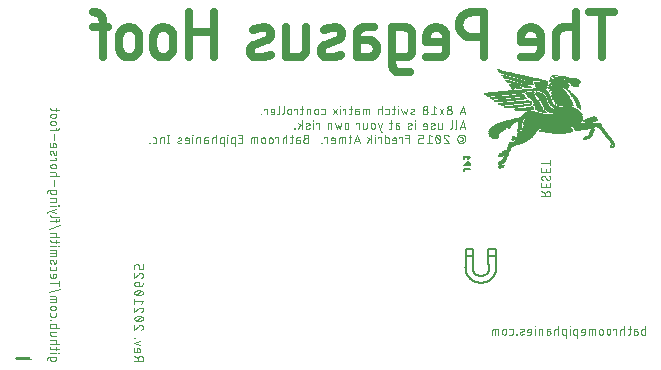
<source format=gbr>
G04 EAGLE Gerber RS-274X export*
G75*
%MOMM*%
%FSLAX34Y34*%
%LPD*%
%INSilkscreen Bottom*%
%IPPOS*%
%AMOC8*
5,1,8,0,0,1.08239X$1,22.5*%
G01*
%ADD10C,0.635000*%
%ADD11C,0.076200*%
%ADD12C,0.152400*%
%ADD13R,1.320800X0.025400*%
%ADD14R,1.270000X0.025400*%
%ADD15R,1.244600X0.025400*%
%ADD16R,0.228600X0.025400*%
%ADD17R,0.330200X0.025400*%
%ADD18R,0.381000X0.025400*%
%ADD19R,0.431800X0.025400*%
%ADD20R,0.457200X0.025400*%
%ADD21R,0.279400X0.025400*%
%ADD22R,0.152400X0.025400*%
%ADD23R,0.254000X0.025400*%
%ADD24R,0.406400X0.025400*%
%ADD25R,0.482600X0.025400*%
%ADD26R,0.355600X0.025400*%
%ADD27R,0.127000X0.025400*%
%ADD28R,0.304800X0.025400*%
%ADD29R,0.203200X0.025400*%
%ADD30R,0.101600X0.025400*%
%ADD31R,0.076200X0.025400*%
%ADD32R,0.508000X0.025400*%
%ADD33R,0.584200X0.025400*%
%ADD34R,0.050800X0.025400*%
%ADD35R,0.609600X0.025400*%
%ADD36R,0.685800X0.025400*%
%ADD37R,0.787400X0.025400*%
%ADD38R,0.863600X0.025400*%
%ADD39R,0.939800X0.025400*%
%ADD40R,1.016000X0.025400*%
%ADD41R,1.092200X0.025400*%
%ADD42R,1.168400X0.025400*%
%ADD43R,1.117600X0.025400*%
%ADD44R,0.990600X0.025400*%
%ADD45R,0.965200X0.025400*%
%ADD46R,1.041400X0.025400*%
%ADD47R,0.177800X0.025400*%
%ADD48R,1.066800X0.025400*%
%ADD49R,1.193800X0.025400*%
%ADD50R,0.558800X0.025400*%
%ADD51R,1.295400X0.025400*%
%ADD52R,0.533400X0.025400*%
%ADD53R,0.660400X0.025400*%
%ADD54R,0.736600X0.025400*%
%ADD55R,1.346200X0.025400*%
%ADD56R,1.371600X0.025400*%
%ADD57R,0.812800X0.025400*%
%ADD58R,1.397000X0.025400*%
%ADD59R,1.422400X0.025400*%
%ADD60R,0.838200X0.025400*%
%ADD61R,1.447800X0.025400*%
%ADD62R,0.914400X0.025400*%
%ADD63R,1.473200X0.025400*%
%ADD64R,1.498600X0.025400*%
%ADD65R,0.635000X0.025400*%
%ADD66R,1.524000X0.025400*%
%ADD67R,1.219200X0.025400*%
%ADD68R,1.549400X0.025400*%
%ADD69R,1.752600X0.025400*%
%ADD70R,1.574800X0.025400*%
%ADD71R,1.981200X0.025400*%
%ADD72R,1.600200X0.025400*%
%ADD73R,2.209800X0.025400*%
%ADD74R,2.438400X0.025400*%
%ADD75R,2.667000X0.025400*%
%ADD76R,2.870200X0.025400*%
%ADD77R,2.844800X0.025400*%
%ADD78R,2.794000X0.025400*%
%ADD79R,2.768600X0.025400*%
%ADD80R,2.717800X0.025400*%
%ADD81R,2.616200X0.025400*%
%ADD82R,2.565400X0.025400*%
%ADD83R,2.514600X0.025400*%
%ADD84R,1.727200X0.025400*%
%ADD85R,4.114800X0.025400*%
%ADD86R,4.089400X0.025400*%
%ADD87R,1.803400X0.025400*%
%ADD88R,4.038600X0.025400*%
%ADD89R,1.828800X0.025400*%
%ADD90R,1.625600X0.025400*%
%ADD91R,4.013200X0.025400*%
%ADD92R,1.930400X0.025400*%
%ADD93R,3.987800X0.025400*%
%ADD94R,2.540000X0.025400*%
%ADD95R,3.911600X0.025400*%
%ADD96R,3.886200X0.025400*%
%ADD97R,2.590800X0.025400*%
%ADD98R,3.860800X0.025400*%
%ADD99R,2.641600X0.025400*%
%ADD100R,6.604000X0.025400*%
%ADD101R,6.578600X0.025400*%
%ADD102R,6.553200X0.025400*%
%ADD103R,6.527800X0.025400*%
%ADD104R,6.502400X0.025400*%
%ADD105R,4.597400X0.025400*%
%ADD106R,0.025400X0.025400*%
%ADD107R,4.699000X0.025400*%
%ADD108R,4.775200X0.025400*%
%ADD109R,4.851400X0.025400*%
%ADD110R,1.143000X0.025400*%
%ADD111R,4.876800X0.025400*%
%ADD112R,0.889000X0.025400*%
%ADD113R,4.927600X0.025400*%
%ADD114R,4.953000X0.025400*%
%ADD115R,4.978400X0.025400*%
%ADD116R,0.762000X0.025400*%
%ADD117R,4.902200X0.025400*%
%ADD118R,5.461000X0.025400*%
%ADD119R,5.384800X0.025400*%
%ADD120R,5.308600X0.025400*%
%ADD121R,5.257800X0.025400*%
%ADD122R,5.232400X0.025400*%
%ADD123R,5.207000X0.025400*%
%ADD124R,5.181600X0.025400*%
%ADD125R,5.130800X0.025400*%
%ADD126R,5.105400X0.025400*%
%ADD127R,5.080000X0.025400*%
%ADD128R,5.054600X0.025400*%
%ADD129R,2.336800X0.025400*%
%ADD130R,2.311400X0.025400*%
%ADD131R,2.006600X0.025400*%
%ADD132R,2.184400X0.025400*%
%ADD133R,2.082800X0.025400*%
%ADD134R,2.159000X0.025400*%
%ADD135R,2.260600X0.025400*%
%ADD136R,2.413000X0.025400*%
%ADD137R,0.711200X0.025400*%
%ADD138R,2.743200X0.025400*%
%ADD139R,2.692400X0.025400*%
%ADD140R,1.651000X0.025400*%
%ADD141R,1.676400X0.025400*%
%ADD142R,1.701800X0.025400*%
%ADD143R,1.905000X0.025400*%
%ADD144R,2.108200X0.025400*%
%ADD145R,2.057400X0.025400*%
%ADD146R,1.778000X0.025400*%
%ADD147R,1.955800X0.025400*%
%ADD148R,2.032000X0.025400*%
%ADD149R,3.073400X0.025400*%
%ADD150R,3.225800X0.025400*%
%ADD151R,1.879600X0.025400*%
%ADD152R,2.286000X0.025400*%
%ADD153R,1.854200X0.025400*%
%ADD154C,0.127000*%


D10*
X496041Y269875D02*
X496041Y307975D01*
X506624Y307975D02*
X485457Y307975D01*
X474504Y307975D02*
X474504Y269875D01*
X474504Y295275D02*
X463920Y295275D01*
X463762Y295273D01*
X463603Y295267D01*
X463445Y295257D01*
X463288Y295243D01*
X463130Y295226D01*
X462974Y295204D01*
X462817Y295179D01*
X462662Y295149D01*
X462507Y295116D01*
X462353Y295079D01*
X462200Y295038D01*
X462048Y294993D01*
X461898Y294944D01*
X461748Y294892D01*
X461600Y294836D01*
X461453Y294776D01*
X461308Y294713D01*
X461165Y294646D01*
X461023Y294576D01*
X460883Y294502D01*
X460745Y294424D01*
X460609Y294343D01*
X460475Y294259D01*
X460343Y294172D01*
X460213Y294081D01*
X460086Y293987D01*
X459961Y293890D01*
X459838Y293789D01*
X459718Y293686D01*
X459601Y293580D01*
X459486Y293471D01*
X459374Y293359D01*
X459265Y293244D01*
X459159Y293127D01*
X459056Y293007D01*
X458955Y292884D01*
X458858Y292759D01*
X458764Y292632D01*
X458673Y292502D01*
X458586Y292370D01*
X458502Y292236D01*
X458421Y292100D01*
X458343Y291962D01*
X458269Y291822D01*
X458199Y291680D01*
X458132Y291537D01*
X458069Y291392D01*
X458009Y291245D01*
X457953Y291097D01*
X457901Y290947D01*
X457852Y290797D01*
X457807Y290645D01*
X457766Y290492D01*
X457729Y290338D01*
X457696Y290183D01*
X457666Y290028D01*
X457641Y289871D01*
X457619Y289715D01*
X457602Y289557D01*
X457588Y289400D01*
X457578Y289242D01*
X457572Y289083D01*
X457570Y288925D01*
X457570Y269875D01*
X438150Y269875D02*
X427567Y269875D01*
X438150Y269875D02*
X438308Y269877D01*
X438467Y269883D01*
X438625Y269893D01*
X438782Y269907D01*
X438940Y269924D01*
X439096Y269946D01*
X439253Y269971D01*
X439408Y270001D01*
X439563Y270034D01*
X439717Y270071D01*
X439870Y270112D01*
X440022Y270157D01*
X440172Y270206D01*
X440322Y270258D01*
X440470Y270314D01*
X440617Y270374D01*
X440762Y270437D01*
X440905Y270504D01*
X441047Y270574D01*
X441187Y270648D01*
X441325Y270726D01*
X441461Y270807D01*
X441595Y270891D01*
X441727Y270978D01*
X441857Y271069D01*
X441984Y271163D01*
X442109Y271260D01*
X442232Y271361D01*
X442352Y271464D01*
X442469Y271570D01*
X442584Y271679D01*
X442696Y271791D01*
X442805Y271906D01*
X442911Y272023D01*
X443014Y272143D01*
X443115Y272266D01*
X443212Y272391D01*
X443306Y272518D01*
X443397Y272648D01*
X443484Y272780D01*
X443568Y272914D01*
X443649Y273050D01*
X443727Y273188D01*
X443801Y273328D01*
X443871Y273470D01*
X443938Y273613D01*
X444001Y273758D01*
X444061Y273905D01*
X444117Y274053D01*
X444169Y274203D01*
X444218Y274353D01*
X444263Y274505D01*
X444304Y274658D01*
X444341Y274812D01*
X444374Y274967D01*
X444404Y275122D01*
X444429Y275279D01*
X444451Y275435D01*
X444468Y275593D01*
X444482Y275750D01*
X444492Y275908D01*
X444498Y276067D01*
X444500Y276225D01*
X444500Y286808D01*
X444497Y287014D01*
X444490Y287220D01*
X444477Y287426D01*
X444460Y287631D01*
X444437Y287836D01*
X444410Y288041D01*
X444377Y288244D01*
X444340Y288447D01*
X444297Y288649D01*
X444250Y288850D01*
X444198Y289049D01*
X444141Y289247D01*
X444079Y289444D01*
X444013Y289639D01*
X443941Y289833D01*
X443865Y290024D01*
X443785Y290214D01*
X443699Y290402D01*
X443610Y290587D01*
X443515Y290771D01*
X443417Y290952D01*
X443314Y291130D01*
X443206Y291306D01*
X443094Y291480D01*
X442979Y291650D01*
X442859Y291818D01*
X442735Y291983D01*
X442607Y292144D01*
X442475Y292303D01*
X442339Y292458D01*
X442200Y292610D01*
X442056Y292759D01*
X441910Y292903D01*
X441760Y293045D01*
X441606Y293182D01*
X441449Y293316D01*
X441289Y293446D01*
X441126Y293572D01*
X440960Y293694D01*
X440790Y293812D01*
X440618Y293926D01*
X440444Y294035D01*
X440267Y294141D01*
X440087Y294242D01*
X439904Y294338D01*
X439720Y294430D01*
X439533Y294518D01*
X439344Y294601D01*
X439154Y294679D01*
X438961Y294753D01*
X438767Y294822D01*
X438571Y294886D01*
X438373Y294945D01*
X438175Y295000D01*
X437974Y295049D01*
X437773Y295094D01*
X437571Y295134D01*
X437368Y295169D01*
X437164Y295199D01*
X436959Y295224D01*
X436754Y295244D01*
X436548Y295259D01*
X436342Y295269D01*
X436136Y295274D01*
X435930Y295274D01*
X435724Y295269D01*
X435518Y295259D01*
X435312Y295244D01*
X435107Y295224D01*
X434902Y295199D01*
X434698Y295169D01*
X434495Y295134D01*
X434293Y295094D01*
X434092Y295049D01*
X433891Y295000D01*
X433693Y294945D01*
X433495Y294886D01*
X433299Y294822D01*
X433105Y294753D01*
X432912Y294679D01*
X432722Y294601D01*
X432533Y294518D01*
X432346Y294430D01*
X432162Y294338D01*
X431979Y294242D01*
X431800Y294141D01*
X431622Y294035D01*
X431448Y293926D01*
X431276Y293812D01*
X431106Y293694D01*
X430940Y293572D01*
X430777Y293446D01*
X430617Y293316D01*
X430460Y293182D01*
X430306Y293045D01*
X430156Y292903D01*
X430010Y292759D01*
X429866Y292610D01*
X429727Y292458D01*
X429591Y292303D01*
X429459Y292144D01*
X429331Y291983D01*
X429207Y291818D01*
X429087Y291650D01*
X428972Y291480D01*
X428860Y291306D01*
X428752Y291130D01*
X428649Y290952D01*
X428551Y290771D01*
X428456Y290587D01*
X428367Y290402D01*
X428281Y290214D01*
X428201Y290024D01*
X428125Y289833D01*
X428053Y289639D01*
X427987Y289444D01*
X427925Y289247D01*
X427868Y289049D01*
X427816Y288850D01*
X427769Y288649D01*
X427726Y288447D01*
X427689Y288244D01*
X427656Y288041D01*
X427629Y287836D01*
X427606Y287631D01*
X427589Y287426D01*
X427576Y287220D01*
X427569Y287014D01*
X427566Y286808D01*
X427567Y286808D02*
X427567Y282575D01*
X444500Y282575D01*
X396434Y269875D02*
X396434Y307975D01*
X385851Y307975D01*
X385593Y307972D01*
X385336Y307962D01*
X385078Y307947D01*
X384822Y307925D01*
X384566Y307897D01*
X384310Y307862D01*
X384056Y307822D01*
X383802Y307775D01*
X383550Y307722D01*
X383299Y307663D01*
X383050Y307598D01*
X382802Y307526D01*
X382556Y307449D01*
X382312Y307366D01*
X382070Y307277D01*
X381831Y307182D01*
X381594Y307081D01*
X381359Y306974D01*
X381127Y306862D01*
X380898Y306744D01*
X380671Y306621D01*
X380448Y306492D01*
X380228Y306358D01*
X380012Y306218D01*
X379798Y306073D01*
X379589Y305923D01*
X379383Y305768D01*
X379181Y305608D01*
X378983Y305444D01*
X378789Y305274D01*
X378599Y305100D01*
X378413Y304921D01*
X378232Y304737D01*
X378056Y304550D01*
X377884Y304358D01*
X377716Y304162D01*
X377554Y303962D01*
X377396Y303758D01*
X377244Y303550D01*
X377097Y303338D01*
X376954Y303123D01*
X376817Y302905D01*
X376686Y302684D01*
X376560Y302459D01*
X376439Y302231D01*
X376324Y302000D01*
X376215Y301767D01*
X376111Y301531D01*
X376013Y301293D01*
X375921Y301052D01*
X375835Y300809D01*
X375755Y300564D01*
X375680Y300317D01*
X375612Y300069D01*
X375550Y299819D01*
X375494Y299567D01*
X375444Y299314D01*
X375400Y299060D01*
X375363Y298805D01*
X375331Y298549D01*
X375306Y298293D01*
X375288Y298036D01*
X375275Y297779D01*
X375269Y297521D01*
X375269Y297263D01*
X375275Y297005D01*
X375288Y296748D01*
X375306Y296491D01*
X375331Y296235D01*
X375363Y295979D01*
X375400Y295724D01*
X375444Y295470D01*
X375494Y295217D01*
X375550Y294965D01*
X375612Y294715D01*
X375680Y294467D01*
X375755Y294220D01*
X375835Y293975D01*
X375921Y293732D01*
X376013Y293491D01*
X376111Y293253D01*
X376215Y293017D01*
X376324Y292784D01*
X376439Y292553D01*
X376560Y292325D01*
X376686Y292100D01*
X376817Y291879D01*
X376954Y291661D01*
X377097Y291446D01*
X377244Y291234D01*
X377396Y291026D01*
X377554Y290822D01*
X377716Y290622D01*
X377884Y290426D01*
X378056Y290234D01*
X378232Y290047D01*
X378413Y289863D01*
X378599Y289684D01*
X378789Y289510D01*
X378983Y289340D01*
X379181Y289176D01*
X379383Y289016D01*
X379589Y288861D01*
X379798Y288711D01*
X380012Y288566D01*
X380228Y288426D01*
X380448Y288292D01*
X380671Y288163D01*
X380898Y288040D01*
X381127Y287922D01*
X381359Y287810D01*
X381594Y287703D01*
X381831Y287602D01*
X382070Y287507D01*
X382312Y287418D01*
X382556Y287335D01*
X382802Y287258D01*
X383050Y287186D01*
X383299Y287121D01*
X383550Y287062D01*
X383802Y287009D01*
X384056Y286962D01*
X384310Y286922D01*
X384566Y286887D01*
X384822Y286859D01*
X385078Y286837D01*
X385336Y286822D01*
X385593Y286812D01*
X385851Y286809D01*
X385851Y286808D02*
X396434Y286808D01*
X358140Y269875D02*
X347557Y269875D01*
X358140Y269875D02*
X358298Y269877D01*
X358457Y269883D01*
X358615Y269893D01*
X358772Y269907D01*
X358930Y269924D01*
X359086Y269946D01*
X359243Y269971D01*
X359398Y270001D01*
X359553Y270034D01*
X359707Y270071D01*
X359860Y270112D01*
X360012Y270157D01*
X360162Y270206D01*
X360312Y270258D01*
X360460Y270314D01*
X360607Y270374D01*
X360752Y270437D01*
X360895Y270504D01*
X361037Y270574D01*
X361177Y270648D01*
X361315Y270726D01*
X361451Y270807D01*
X361585Y270891D01*
X361717Y270978D01*
X361847Y271069D01*
X361974Y271163D01*
X362099Y271260D01*
X362222Y271361D01*
X362342Y271464D01*
X362459Y271570D01*
X362574Y271679D01*
X362686Y271791D01*
X362795Y271906D01*
X362901Y272023D01*
X363004Y272143D01*
X363105Y272266D01*
X363202Y272391D01*
X363296Y272518D01*
X363387Y272648D01*
X363474Y272780D01*
X363558Y272914D01*
X363639Y273050D01*
X363717Y273188D01*
X363791Y273328D01*
X363861Y273470D01*
X363928Y273613D01*
X363991Y273758D01*
X364051Y273905D01*
X364107Y274053D01*
X364159Y274203D01*
X364208Y274353D01*
X364253Y274505D01*
X364294Y274658D01*
X364331Y274812D01*
X364364Y274967D01*
X364394Y275122D01*
X364419Y275279D01*
X364441Y275435D01*
X364458Y275593D01*
X364472Y275750D01*
X364482Y275908D01*
X364488Y276067D01*
X364490Y276225D01*
X364490Y286808D01*
X364487Y287014D01*
X364480Y287220D01*
X364467Y287426D01*
X364450Y287631D01*
X364427Y287836D01*
X364400Y288041D01*
X364367Y288244D01*
X364330Y288447D01*
X364287Y288649D01*
X364240Y288850D01*
X364188Y289049D01*
X364131Y289247D01*
X364069Y289444D01*
X364003Y289639D01*
X363931Y289833D01*
X363855Y290024D01*
X363775Y290214D01*
X363689Y290402D01*
X363600Y290587D01*
X363505Y290771D01*
X363407Y290952D01*
X363304Y291130D01*
X363196Y291306D01*
X363084Y291480D01*
X362969Y291650D01*
X362849Y291818D01*
X362725Y291983D01*
X362597Y292144D01*
X362465Y292303D01*
X362329Y292458D01*
X362190Y292610D01*
X362046Y292759D01*
X361900Y292903D01*
X361750Y293045D01*
X361596Y293182D01*
X361439Y293316D01*
X361279Y293446D01*
X361116Y293572D01*
X360950Y293694D01*
X360780Y293812D01*
X360608Y293926D01*
X360434Y294035D01*
X360257Y294141D01*
X360077Y294242D01*
X359894Y294338D01*
X359710Y294430D01*
X359523Y294518D01*
X359334Y294601D01*
X359144Y294679D01*
X358951Y294753D01*
X358757Y294822D01*
X358561Y294886D01*
X358363Y294945D01*
X358165Y295000D01*
X357964Y295049D01*
X357763Y295094D01*
X357561Y295134D01*
X357358Y295169D01*
X357154Y295199D01*
X356949Y295224D01*
X356744Y295244D01*
X356538Y295259D01*
X356332Y295269D01*
X356126Y295274D01*
X355920Y295274D01*
X355714Y295269D01*
X355508Y295259D01*
X355302Y295244D01*
X355097Y295224D01*
X354892Y295199D01*
X354688Y295169D01*
X354485Y295134D01*
X354283Y295094D01*
X354082Y295049D01*
X353881Y295000D01*
X353683Y294945D01*
X353485Y294886D01*
X353289Y294822D01*
X353095Y294753D01*
X352902Y294679D01*
X352712Y294601D01*
X352523Y294518D01*
X352336Y294430D01*
X352152Y294338D01*
X351969Y294242D01*
X351790Y294141D01*
X351612Y294035D01*
X351438Y293926D01*
X351266Y293812D01*
X351096Y293694D01*
X350930Y293572D01*
X350767Y293446D01*
X350607Y293316D01*
X350450Y293182D01*
X350296Y293045D01*
X350146Y292903D01*
X350000Y292759D01*
X349856Y292610D01*
X349717Y292458D01*
X349581Y292303D01*
X349449Y292144D01*
X349321Y291983D01*
X349197Y291818D01*
X349077Y291650D01*
X348962Y291480D01*
X348850Y291306D01*
X348742Y291130D01*
X348639Y290952D01*
X348541Y290771D01*
X348446Y290587D01*
X348357Y290402D01*
X348271Y290214D01*
X348191Y290024D01*
X348115Y289833D01*
X348043Y289639D01*
X347977Y289444D01*
X347915Y289247D01*
X347858Y289049D01*
X347806Y288850D01*
X347759Y288649D01*
X347716Y288447D01*
X347679Y288244D01*
X347646Y288041D01*
X347619Y287836D01*
X347596Y287631D01*
X347579Y287426D01*
X347566Y287220D01*
X347559Y287014D01*
X347556Y286808D01*
X347557Y286808D02*
X347557Y282575D01*
X364490Y282575D01*
X329308Y269875D02*
X318725Y269875D01*
X329308Y269875D02*
X329466Y269877D01*
X329625Y269883D01*
X329783Y269893D01*
X329940Y269907D01*
X330098Y269924D01*
X330254Y269946D01*
X330411Y269971D01*
X330566Y270001D01*
X330721Y270034D01*
X330875Y270071D01*
X331028Y270112D01*
X331180Y270157D01*
X331330Y270206D01*
X331480Y270258D01*
X331628Y270314D01*
X331775Y270374D01*
X331920Y270437D01*
X332063Y270504D01*
X332205Y270574D01*
X332345Y270648D01*
X332483Y270726D01*
X332619Y270807D01*
X332753Y270891D01*
X332885Y270978D01*
X333015Y271069D01*
X333142Y271163D01*
X333267Y271260D01*
X333390Y271361D01*
X333510Y271464D01*
X333627Y271570D01*
X333742Y271679D01*
X333854Y271791D01*
X333963Y271906D01*
X334069Y272023D01*
X334172Y272143D01*
X334273Y272266D01*
X334370Y272391D01*
X334464Y272518D01*
X334555Y272648D01*
X334642Y272780D01*
X334726Y272914D01*
X334807Y273050D01*
X334885Y273188D01*
X334959Y273328D01*
X335029Y273470D01*
X335096Y273613D01*
X335159Y273758D01*
X335219Y273905D01*
X335275Y274053D01*
X335327Y274203D01*
X335376Y274353D01*
X335421Y274505D01*
X335462Y274658D01*
X335499Y274812D01*
X335532Y274967D01*
X335562Y275122D01*
X335587Y275279D01*
X335609Y275435D01*
X335626Y275593D01*
X335640Y275750D01*
X335650Y275908D01*
X335656Y276067D01*
X335658Y276225D01*
X335658Y288925D01*
X335656Y289083D01*
X335650Y289242D01*
X335640Y289400D01*
X335626Y289557D01*
X335609Y289715D01*
X335587Y289871D01*
X335562Y290028D01*
X335532Y290183D01*
X335499Y290338D01*
X335462Y290492D01*
X335421Y290645D01*
X335376Y290797D01*
X335327Y290947D01*
X335275Y291097D01*
X335219Y291245D01*
X335159Y291392D01*
X335096Y291537D01*
X335029Y291680D01*
X334959Y291822D01*
X334885Y291962D01*
X334807Y292100D01*
X334726Y292236D01*
X334642Y292370D01*
X334555Y292502D01*
X334464Y292632D01*
X334370Y292759D01*
X334273Y292884D01*
X334172Y293007D01*
X334069Y293127D01*
X333963Y293244D01*
X333854Y293359D01*
X333742Y293471D01*
X333627Y293580D01*
X333510Y293686D01*
X333390Y293789D01*
X333267Y293890D01*
X333142Y293987D01*
X333015Y294081D01*
X332885Y294172D01*
X332753Y294259D01*
X332619Y294343D01*
X332483Y294424D01*
X332345Y294502D01*
X332205Y294576D01*
X332063Y294646D01*
X331920Y294713D01*
X331775Y294776D01*
X331628Y294836D01*
X331480Y294892D01*
X331330Y294944D01*
X331180Y294993D01*
X331028Y295038D01*
X330875Y295079D01*
X330721Y295116D01*
X330566Y295149D01*
X330411Y295179D01*
X330254Y295204D01*
X330098Y295226D01*
X329940Y295243D01*
X329783Y295257D01*
X329625Y295267D01*
X329466Y295273D01*
X329308Y295275D01*
X318725Y295275D01*
X318725Y263525D01*
X318727Y263367D01*
X318733Y263208D01*
X318743Y263050D01*
X318757Y262893D01*
X318774Y262735D01*
X318796Y262579D01*
X318821Y262422D01*
X318851Y262267D01*
X318884Y262112D01*
X318921Y261958D01*
X318962Y261805D01*
X319007Y261653D01*
X319056Y261503D01*
X319108Y261353D01*
X319164Y261205D01*
X319224Y261058D01*
X319287Y260913D01*
X319354Y260770D01*
X319424Y260628D01*
X319498Y260488D01*
X319576Y260350D01*
X319657Y260214D01*
X319741Y260080D01*
X319828Y259948D01*
X319919Y259818D01*
X320013Y259691D01*
X320110Y259566D01*
X320211Y259443D01*
X320314Y259323D01*
X320420Y259206D01*
X320529Y259091D01*
X320641Y258979D01*
X320756Y258870D01*
X320873Y258764D01*
X320993Y258661D01*
X321116Y258560D01*
X321241Y258463D01*
X321368Y258369D01*
X321498Y258278D01*
X321630Y258191D01*
X321764Y258107D01*
X321900Y258026D01*
X322038Y257948D01*
X322178Y257874D01*
X322320Y257804D01*
X322463Y257737D01*
X322608Y257674D01*
X322755Y257614D01*
X322903Y257558D01*
X323053Y257506D01*
X323203Y257457D01*
X323355Y257412D01*
X323508Y257371D01*
X323662Y257334D01*
X323817Y257301D01*
X323972Y257271D01*
X324129Y257246D01*
X324285Y257224D01*
X324443Y257207D01*
X324600Y257193D01*
X324758Y257183D01*
X324917Y257177D01*
X325075Y257175D01*
X333541Y257175D01*
X298246Y284692D02*
X288721Y284692D01*
X298246Y284691D02*
X298426Y284689D01*
X298607Y284682D01*
X298787Y284671D01*
X298967Y284656D01*
X299146Y284636D01*
X299325Y284612D01*
X299503Y284584D01*
X299680Y284551D01*
X299857Y284514D01*
X300032Y284472D01*
X300207Y284427D01*
X300380Y284377D01*
X300552Y284323D01*
X300723Y284265D01*
X300892Y284202D01*
X301060Y284136D01*
X301226Y284065D01*
X301390Y283991D01*
X301553Y283912D01*
X301713Y283830D01*
X301872Y283743D01*
X302028Y283653D01*
X302182Y283559D01*
X302333Y283461D01*
X302483Y283360D01*
X302629Y283255D01*
X302774Y283146D01*
X302915Y283034D01*
X303054Y282919D01*
X303189Y282800D01*
X303322Y282678D01*
X303452Y282553D01*
X303579Y282425D01*
X303703Y282293D01*
X303823Y282159D01*
X303940Y282022D01*
X304054Y281882D01*
X304164Y281739D01*
X304271Y281593D01*
X304374Y281445D01*
X304474Y281295D01*
X304569Y281142D01*
X304662Y280987D01*
X304750Y280830D01*
X304834Y280670D01*
X304915Y280509D01*
X304991Y280345D01*
X305064Y280180D01*
X305132Y280013D01*
X305197Y279845D01*
X305257Y279675D01*
X305313Y279503D01*
X305365Y279331D01*
X305413Y279157D01*
X305457Y278982D01*
X305496Y278806D01*
X305531Y278629D01*
X305561Y278451D01*
X305588Y278272D01*
X305610Y278093D01*
X305627Y277914D01*
X305640Y277734D01*
X305649Y277554D01*
X305653Y277373D01*
X305653Y277193D01*
X305649Y277012D01*
X305640Y276832D01*
X305627Y276652D01*
X305610Y276473D01*
X305588Y276294D01*
X305561Y276115D01*
X305531Y275937D01*
X305496Y275760D01*
X305457Y275584D01*
X305413Y275409D01*
X305365Y275235D01*
X305313Y275063D01*
X305257Y274891D01*
X305197Y274721D01*
X305132Y274553D01*
X305064Y274386D01*
X304991Y274221D01*
X304915Y274057D01*
X304834Y273896D01*
X304750Y273736D01*
X304662Y273579D01*
X304569Y273424D01*
X304474Y273271D01*
X304374Y273121D01*
X304271Y272973D01*
X304164Y272827D01*
X304054Y272684D01*
X303940Y272544D01*
X303823Y272407D01*
X303703Y272273D01*
X303579Y272141D01*
X303452Y272013D01*
X303322Y271888D01*
X303189Y271766D01*
X303054Y271647D01*
X302915Y271532D01*
X302774Y271420D01*
X302629Y271311D01*
X302483Y271206D01*
X302333Y271105D01*
X302182Y271007D01*
X302028Y270913D01*
X301872Y270823D01*
X301713Y270736D01*
X301553Y270654D01*
X301390Y270575D01*
X301226Y270501D01*
X301060Y270430D01*
X300892Y270364D01*
X300723Y270301D01*
X300552Y270243D01*
X300380Y270189D01*
X300207Y270139D01*
X300032Y270094D01*
X299857Y270052D01*
X299680Y270015D01*
X299503Y269982D01*
X299325Y269954D01*
X299146Y269930D01*
X298967Y269910D01*
X298787Y269895D01*
X298607Y269884D01*
X298426Y269877D01*
X298246Y269875D01*
X288721Y269875D01*
X288721Y288925D01*
X288723Y289083D01*
X288729Y289242D01*
X288739Y289400D01*
X288753Y289557D01*
X288770Y289715D01*
X288792Y289871D01*
X288817Y290028D01*
X288847Y290183D01*
X288880Y290338D01*
X288917Y290492D01*
X288958Y290645D01*
X289003Y290797D01*
X289052Y290947D01*
X289104Y291097D01*
X289160Y291245D01*
X289220Y291392D01*
X289283Y291537D01*
X289350Y291680D01*
X289420Y291822D01*
X289494Y291962D01*
X289572Y292100D01*
X289653Y292236D01*
X289737Y292370D01*
X289824Y292502D01*
X289915Y292632D01*
X290009Y292759D01*
X290106Y292884D01*
X290207Y293007D01*
X290310Y293127D01*
X290416Y293244D01*
X290525Y293359D01*
X290637Y293471D01*
X290752Y293580D01*
X290869Y293686D01*
X290989Y293789D01*
X291112Y293890D01*
X291237Y293987D01*
X291364Y294081D01*
X291494Y294172D01*
X291626Y294259D01*
X291760Y294343D01*
X291896Y294424D01*
X292034Y294502D01*
X292174Y294576D01*
X292316Y294646D01*
X292459Y294713D01*
X292604Y294776D01*
X292751Y294836D01*
X292899Y294892D01*
X293049Y294944D01*
X293199Y294993D01*
X293351Y295038D01*
X293504Y295079D01*
X293658Y295116D01*
X293813Y295149D01*
X293968Y295179D01*
X294125Y295204D01*
X294281Y295226D01*
X294439Y295243D01*
X294596Y295257D01*
X294754Y295267D01*
X294913Y295273D01*
X295071Y295275D01*
X303538Y295275D01*
X272415Y284692D02*
X261832Y280458D01*
X272415Y284692D02*
X272552Y284748D01*
X272687Y284809D01*
X272820Y284873D01*
X272952Y284940D01*
X273081Y285011D01*
X273209Y285086D01*
X273334Y285164D01*
X273458Y285245D01*
X273579Y285330D01*
X273698Y285418D01*
X273815Y285509D01*
X273929Y285603D01*
X274040Y285700D01*
X274149Y285801D01*
X274255Y285904D01*
X274358Y286010D01*
X274458Y286118D01*
X274556Y286229D01*
X274650Y286343D01*
X274741Y286460D01*
X274829Y286579D01*
X274914Y286700D01*
X274996Y286823D01*
X275074Y286949D01*
X275149Y287076D01*
X275220Y287206D01*
X275288Y287337D01*
X275352Y287470D01*
X275413Y287605D01*
X275470Y287742D01*
X275523Y287880D01*
X275572Y288019D01*
X275618Y288159D01*
X275660Y288301D01*
X275698Y288444D01*
X275732Y288588D01*
X275763Y288733D01*
X275789Y288878D01*
X275812Y289024D01*
X275830Y289171D01*
X275845Y289318D01*
X275856Y289466D01*
X275862Y289613D01*
X275865Y289761D01*
X275864Y289909D01*
X275858Y290057D01*
X275849Y290204D01*
X275836Y290352D01*
X275819Y290499D01*
X275798Y290645D01*
X275772Y290791D01*
X275743Y290936D01*
X275711Y291080D01*
X275674Y291223D01*
X275633Y291365D01*
X275589Y291506D01*
X275541Y291646D01*
X275489Y291785D01*
X275433Y291922D01*
X275374Y292057D01*
X275311Y292191D01*
X275244Y292323D01*
X275174Y292453D01*
X275100Y292581D01*
X275023Y292708D01*
X274943Y292832D01*
X274859Y292954D01*
X274772Y293073D01*
X274682Y293190D01*
X274589Y293305D01*
X274493Y293417D01*
X274393Y293527D01*
X274291Y293634D01*
X274186Y293738D01*
X274078Y293839D01*
X273968Y293937D01*
X273855Y294033D01*
X273739Y294125D01*
X273621Y294214D01*
X273500Y294299D01*
X273378Y294382D01*
X273253Y294461D01*
X273126Y294537D01*
X272997Y294609D01*
X272866Y294678D01*
X272733Y294743D01*
X272599Y294805D01*
X272463Y294863D01*
X272325Y294917D01*
X272186Y294968D01*
X272046Y295015D01*
X271905Y295058D01*
X271762Y295097D01*
X271619Y295133D01*
X271474Y295164D01*
X271329Y295192D01*
X271183Y295216D01*
X271036Y295235D01*
X270889Y295251D01*
X270742Y295263D01*
X270594Y295271D01*
X270446Y295275D01*
X270299Y295274D01*
X270299Y295275D02*
X269721Y295259D01*
X269144Y295230D01*
X268567Y295187D01*
X267992Y295130D01*
X267418Y295060D01*
X266847Y294975D01*
X266277Y294877D01*
X265710Y294766D01*
X265146Y294640D01*
X264585Y294501D01*
X264027Y294349D01*
X263474Y294183D01*
X262924Y294004D01*
X262379Y293812D01*
X261839Y293607D01*
X261303Y293389D01*
X260774Y293158D01*
X261832Y280458D02*
X261695Y280402D01*
X261560Y280341D01*
X261427Y280277D01*
X261295Y280210D01*
X261166Y280139D01*
X261038Y280064D01*
X260913Y279986D01*
X260789Y279905D01*
X260668Y279820D01*
X260549Y279732D01*
X260432Y279641D01*
X260318Y279547D01*
X260207Y279450D01*
X260098Y279349D01*
X259992Y279246D01*
X259889Y279140D01*
X259789Y279032D01*
X259691Y278921D01*
X259597Y278807D01*
X259506Y278690D01*
X259418Y278572D01*
X259333Y278450D01*
X259251Y278327D01*
X259173Y278202D01*
X259098Y278074D01*
X259027Y277944D01*
X258959Y277813D01*
X258895Y277680D01*
X258834Y277545D01*
X258777Y277408D01*
X258724Y277270D01*
X258675Y277131D01*
X258629Y276991D01*
X258587Y276849D01*
X258549Y276706D01*
X258515Y276562D01*
X258484Y276417D01*
X258458Y276272D01*
X258435Y276126D01*
X258417Y275979D01*
X258402Y275832D01*
X258391Y275684D01*
X258385Y275537D01*
X258382Y275389D01*
X258383Y275241D01*
X258389Y275093D01*
X258398Y274946D01*
X258411Y274798D01*
X258428Y274651D01*
X258449Y274505D01*
X258475Y274359D01*
X258504Y274214D01*
X258536Y274070D01*
X258573Y273927D01*
X258614Y273785D01*
X258658Y273644D01*
X258706Y273504D01*
X258758Y273365D01*
X258814Y273228D01*
X258873Y273093D01*
X258936Y272959D01*
X259003Y272827D01*
X259073Y272697D01*
X259147Y272569D01*
X259224Y272442D01*
X259304Y272318D01*
X259388Y272196D01*
X259475Y272077D01*
X259565Y271960D01*
X259658Y271845D01*
X259754Y271733D01*
X259854Y271623D01*
X259956Y271516D01*
X260061Y271412D01*
X260169Y271311D01*
X260279Y271213D01*
X260392Y271117D01*
X260508Y271025D01*
X260626Y270936D01*
X260747Y270851D01*
X260869Y270768D01*
X260994Y270689D01*
X261121Y270613D01*
X261250Y270541D01*
X261381Y270472D01*
X261514Y270407D01*
X261648Y270345D01*
X261784Y270287D01*
X261922Y270233D01*
X262060Y270182D01*
X262201Y270135D01*
X262342Y270092D01*
X262485Y270053D01*
X262628Y270017D01*
X262773Y269986D01*
X262918Y269958D01*
X263064Y269935D01*
X263211Y269915D01*
X263358Y269899D01*
X263505Y269887D01*
X263653Y269879D01*
X263801Y269875D01*
X263948Y269876D01*
X263949Y269876D02*
X264797Y269898D01*
X265645Y269940D01*
X266492Y270002D01*
X267337Y270085D01*
X268180Y270187D01*
X269020Y270309D01*
X269857Y270451D01*
X270691Y270613D01*
X271520Y270794D01*
X272345Y270995D01*
X273165Y271216D01*
X273979Y271455D01*
X274788Y271714D01*
X275590Y271992D01*
X245586Y276225D02*
X245586Y295275D01*
X245586Y276225D02*
X245584Y276067D01*
X245578Y275908D01*
X245568Y275750D01*
X245554Y275593D01*
X245537Y275435D01*
X245515Y275279D01*
X245490Y275122D01*
X245460Y274967D01*
X245427Y274812D01*
X245390Y274658D01*
X245349Y274505D01*
X245304Y274353D01*
X245255Y274203D01*
X245203Y274053D01*
X245147Y273905D01*
X245087Y273758D01*
X245024Y273613D01*
X244957Y273470D01*
X244887Y273328D01*
X244813Y273188D01*
X244735Y273050D01*
X244654Y272914D01*
X244570Y272780D01*
X244483Y272648D01*
X244392Y272518D01*
X244298Y272391D01*
X244201Y272266D01*
X244100Y272143D01*
X243997Y272023D01*
X243891Y271906D01*
X243782Y271791D01*
X243670Y271679D01*
X243555Y271570D01*
X243438Y271464D01*
X243318Y271361D01*
X243195Y271260D01*
X243070Y271163D01*
X242943Y271069D01*
X242813Y270978D01*
X242681Y270891D01*
X242547Y270807D01*
X242411Y270726D01*
X242273Y270648D01*
X242133Y270574D01*
X241991Y270504D01*
X241848Y270437D01*
X241703Y270374D01*
X241556Y270314D01*
X241408Y270258D01*
X241258Y270206D01*
X241108Y270157D01*
X240956Y270112D01*
X240803Y270071D01*
X240649Y270034D01*
X240494Y270001D01*
X240339Y269971D01*
X240182Y269946D01*
X240026Y269924D01*
X239868Y269907D01*
X239711Y269893D01*
X239553Y269883D01*
X239394Y269877D01*
X239236Y269875D01*
X228653Y269875D01*
X228653Y295275D01*
X212408Y284692D02*
X201824Y280458D01*
X212407Y284692D02*
X212544Y284748D01*
X212679Y284809D01*
X212812Y284873D01*
X212944Y284940D01*
X213073Y285011D01*
X213201Y285086D01*
X213326Y285164D01*
X213450Y285245D01*
X213571Y285330D01*
X213690Y285418D01*
X213807Y285509D01*
X213921Y285603D01*
X214032Y285700D01*
X214141Y285801D01*
X214247Y285904D01*
X214350Y286010D01*
X214450Y286118D01*
X214548Y286229D01*
X214642Y286343D01*
X214733Y286460D01*
X214821Y286579D01*
X214906Y286700D01*
X214988Y286823D01*
X215066Y286949D01*
X215141Y287076D01*
X215212Y287206D01*
X215280Y287337D01*
X215344Y287470D01*
X215405Y287605D01*
X215462Y287742D01*
X215515Y287880D01*
X215564Y288019D01*
X215610Y288159D01*
X215652Y288301D01*
X215690Y288444D01*
X215724Y288588D01*
X215755Y288733D01*
X215781Y288878D01*
X215804Y289024D01*
X215822Y289171D01*
X215837Y289318D01*
X215848Y289466D01*
X215854Y289613D01*
X215857Y289761D01*
X215856Y289909D01*
X215850Y290057D01*
X215841Y290204D01*
X215828Y290352D01*
X215811Y290499D01*
X215790Y290645D01*
X215764Y290791D01*
X215735Y290936D01*
X215703Y291080D01*
X215666Y291223D01*
X215625Y291365D01*
X215581Y291506D01*
X215533Y291646D01*
X215481Y291785D01*
X215425Y291922D01*
X215366Y292057D01*
X215303Y292191D01*
X215236Y292323D01*
X215166Y292453D01*
X215092Y292581D01*
X215015Y292708D01*
X214935Y292832D01*
X214851Y292954D01*
X214764Y293073D01*
X214674Y293190D01*
X214581Y293305D01*
X214485Y293417D01*
X214385Y293527D01*
X214283Y293634D01*
X214178Y293738D01*
X214070Y293839D01*
X213960Y293937D01*
X213847Y294033D01*
X213731Y294125D01*
X213613Y294214D01*
X213492Y294299D01*
X213370Y294382D01*
X213245Y294461D01*
X213118Y294537D01*
X212989Y294609D01*
X212858Y294678D01*
X212725Y294743D01*
X212591Y294805D01*
X212455Y294863D01*
X212317Y294917D01*
X212178Y294968D01*
X212038Y295015D01*
X211897Y295058D01*
X211754Y295097D01*
X211611Y295133D01*
X211466Y295164D01*
X211321Y295192D01*
X211175Y295216D01*
X211028Y295235D01*
X210881Y295251D01*
X210734Y295263D01*
X210586Y295271D01*
X210438Y295275D01*
X210291Y295274D01*
X210291Y295275D02*
X209713Y295259D01*
X209136Y295230D01*
X208559Y295187D01*
X207984Y295130D01*
X207410Y295060D01*
X206839Y294975D01*
X206269Y294877D01*
X205702Y294766D01*
X205138Y294640D01*
X204577Y294501D01*
X204019Y294349D01*
X203466Y294183D01*
X202916Y294004D01*
X202371Y293812D01*
X201831Y293607D01*
X201295Y293389D01*
X200766Y293158D01*
X201824Y280458D02*
X201687Y280402D01*
X201552Y280341D01*
X201419Y280277D01*
X201287Y280210D01*
X201158Y280139D01*
X201030Y280064D01*
X200905Y279986D01*
X200781Y279905D01*
X200660Y279820D01*
X200541Y279732D01*
X200424Y279641D01*
X200310Y279547D01*
X200199Y279450D01*
X200090Y279349D01*
X199984Y279246D01*
X199881Y279140D01*
X199781Y279032D01*
X199683Y278921D01*
X199589Y278807D01*
X199498Y278690D01*
X199410Y278572D01*
X199325Y278450D01*
X199243Y278327D01*
X199165Y278202D01*
X199090Y278074D01*
X199019Y277944D01*
X198951Y277813D01*
X198887Y277680D01*
X198826Y277545D01*
X198769Y277408D01*
X198716Y277270D01*
X198667Y277131D01*
X198621Y276991D01*
X198579Y276849D01*
X198541Y276706D01*
X198507Y276562D01*
X198476Y276417D01*
X198450Y276272D01*
X198427Y276126D01*
X198409Y275979D01*
X198394Y275832D01*
X198383Y275684D01*
X198377Y275537D01*
X198374Y275389D01*
X198375Y275241D01*
X198381Y275093D01*
X198390Y274946D01*
X198403Y274798D01*
X198420Y274651D01*
X198441Y274505D01*
X198467Y274359D01*
X198496Y274214D01*
X198528Y274070D01*
X198565Y273927D01*
X198606Y273785D01*
X198650Y273644D01*
X198698Y273504D01*
X198750Y273365D01*
X198806Y273228D01*
X198865Y273093D01*
X198928Y272959D01*
X198995Y272827D01*
X199065Y272697D01*
X199139Y272569D01*
X199216Y272442D01*
X199296Y272318D01*
X199380Y272196D01*
X199467Y272077D01*
X199557Y271960D01*
X199650Y271845D01*
X199746Y271733D01*
X199846Y271623D01*
X199948Y271516D01*
X200053Y271412D01*
X200161Y271311D01*
X200271Y271213D01*
X200384Y271117D01*
X200500Y271025D01*
X200618Y270936D01*
X200739Y270851D01*
X200861Y270768D01*
X200986Y270689D01*
X201113Y270613D01*
X201242Y270541D01*
X201373Y270472D01*
X201506Y270407D01*
X201640Y270345D01*
X201776Y270287D01*
X201914Y270233D01*
X202052Y270182D01*
X202193Y270135D01*
X202334Y270092D01*
X202477Y270053D01*
X202620Y270017D01*
X202765Y269986D01*
X202910Y269958D01*
X203056Y269935D01*
X203203Y269915D01*
X203350Y269899D01*
X203497Y269887D01*
X203645Y269879D01*
X203793Y269875D01*
X203940Y269876D01*
X203941Y269876D02*
X204789Y269898D01*
X205637Y269940D01*
X206484Y270002D01*
X207329Y270085D01*
X208172Y270187D01*
X209012Y270309D01*
X209849Y270451D01*
X210683Y270613D01*
X211512Y270794D01*
X212337Y270995D01*
X213157Y271216D01*
X213971Y271455D01*
X214780Y271714D01*
X215582Y271992D01*
X167693Y269875D02*
X167693Y307975D01*
X167693Y291042D02*
X146526Y291042D01*
X146526Y307975D02*
X146526Y269875D01*
X133350Y278342D02*
X133350Y286808D01*
X133347Y287014D01*
X133340Y287220D01*
X133327Y287426D01*
X133310Y287631D01*
X133287Y287836D01*
X133260Y288041D01*
X133227Y288244D01*
X133190Y288447D01*
X133147Y288649D01*
X133100Y288850D01*
X133048Y289049D01*
X132991Y289247D01*
X132929Y289444D01*
X132863Y289639D01*
X132791Y289833D01*
X132715Y290024D01*
X132635Y290214D01*
X132549Y290402D01*
X132460Y290587D01*
X132365Y290771D01*
X132267Y290952D01*
X132164Y291130D01*
X132056Y291306D01*
X131944Y291480D01*
X131829Y291650D01*
X131709Y291818D01*
X131585Y291983D01*
X131457Y292144D01*
X131325Y292303D01*
X131189Y292458D01*
X131050Y292610D01*
X130906Y292759D01*
X130760Y292903D01*
X130610Y293045D01*
X130456Y293182D01*
X130299Y293316D01*
X130139Y293446D01*
X129976Y293572D01*
X129810Y293694D01*
X129640Y293812D01*
X129468Y293926D01*
X129294Y294035D01*
X129117Y294141D01*
X128937Y294242D01*
X128754Y294338D01*
X128570Y294430D01*
X128383Y294518D01*
X128194Y294601D01*
X128004Y294679D01*
X127811Y294753D01*
X127617Y294822D01*
X127421Y294886D01*
X127223Y294945D01*
X127025Y295000D01*
X126824Y295049D01*
X126623Y295094D01*
X126421Y295134D01*
X126218Y295169D01*
X126014Y295199D01*
X125809Y295224D01*
X125604Y295244D01*
X125398Y295259D01*
X125192Y295269D01*
X124986Y295274D01*
X124780Y295274D01*
X124574Y295269D01*
X124368Y295259D01*
X124162Y295244D01*
X123957Y295224D01*
X123752Y295199D01*
X123548Y295169D01*
X123345Y295134D01*
X123143Y295094D01*
X122942Y295049D01*
X122741Y295000D01*
X122543Y294945D01*
X122345Y294886D01*
X122149Y294822D01*
X121955Y294753D01*
X121762Y294679D01*
X121572Y294601D01*
X121383Y294518D01*
X121196Y294430D01*
X121012Y294338D01*
X120829Y294242D01*
X120650Y294141D01*
X120472Y294035D01*
X120298Y293926D01*
X120126Y293812D01*
X119956Y293694D01*
X119790Y293572D01*
X119627Y293446D01*
X119467Y293316D01*
X119310Y293182D01*
X119156Y293045D01*
X119006Y292903D01*
X118860Y292759D01*
X118716Y292610D01*
X118577Y292458D01*
X118441Y292303D01*
X118309Y292144D01*
X118181Y291983D01*
X118057Y291818D01*
X117937Y291650D01*
X117822Y291480D01*
X117710Y291306D01*
X117602Y291130D01*
X117499Y290952D01*
X117401Y290771D01*
X117306Y290587D01*
X117217Y290402D01*
X117131Y290214D01*
X117051Y290024D01*
X116975Y289833D01*
X116903Y289639D01*
X116837Y289444D01*
X116775Y289247D01*
X116718Y289049D01*
X116666Y288850D01*
X116619Y288649D01*
X116576Y288447D01*
X116539Y288244D01*
X116506Y288041D01*
X116479Y287836D01*
X116456Y287631D01*
X116439Y287426D01*
X116426Y287220D01*
X116419Y287014D01*
X116416Y286808D01*
X116417Y286808D02*
X116417Y278342D01*
X116416Y278342D02*
X116419Y278136D01*
X116426Y277930D01*
X116439Y277724D01*
X116456Y277519D01*
X116479Y277314D01*
X116506Y277109D01*
X116539Y276906D01*
X116576Y276703D01*
X116619Y276501D01*
X116666Y276300D01*
X116718Y276101D01*
X116775Y275903D01*
X116837Y275706D01*
X116903Y275511D01*
X116975Y275317D01*
X117051Y275126D01*
X117131Y274936D01*
X117217Y274748D01*
X117306Y274563D01*
X117401Y274379D01*
X117499Y274198D01*
X117602Y274020D01*
X117710Y273844D01*
X117822Y273670D01*
X117937Y273500D01*
X118057Y273332D01*
X118181Y273167D01*
X118309Y273006D01*
X118441Y272847D01*
X118577Y272692D01*
X118716Y272540D01*
X118860Y272391D01*
X119006Y272247D01*
X119156Y272105D01*
X119310Y271968D01*
X119467Y271834D01*
X119627Y271704D01*
X119790Y271578D01*
X119956Y271456D01*
X120126Y271338D01*
X120298Y271224D01*
X120472Y271115D01*
X120650Y271009D01*
X120829Y270908D01*
X121012Y270812D01*
X121196Y270720D01*
X121383Y270632D01*
X121572Y270549D01*
X121762Y270471D01*
X121955Y270397D01*
X122149Y270328D01*
X122345Y270264D01*
X122543Y270205D01*
X122741Y270150D01*
X122942Y270101D01*
X123143Y270056D01*
X123345Y270016D01*
X123548Y269981D01*
X123752Y269951D01*
X123957Y269926D01*
X124162Y269906D01*
X124368Y269891D01*
X124574Y269881D01*
X124780Y269876D01*
X124986Y269876D01*
X125192Y269881D01*
X125398Y269891D01*
X125604Y269906D01*
X125809Y269926D01*
X126014Y269951D01*
X126218Y269981D01*
X126421Y270016D01*
X126623Y270056D01*
X126824Y270101D01*
X127025Y270150D01*
X127223Y270205D01*
X127421Y270264D01*
X127617Y270328D01*
X127811Y270397D01*
X128004Y270471D01*
X128194Y270549D01*
X128383Y270632D01*
X128570Y270720D01*
X128754Y270812D01*
X128937Y270908D01*
X129117Y271009D01*
X129294Y271115D01*
X129468Y271224D01*
X129640Y271338D01*
X129810Y271456D01*
X129976Y271578D01*
X130139Y271704D01*
X130299Y271834D01*
X130456Y271968D01*
X130610Y272105D01*
X130760Y272247D01*
X130906Y272391D01*
X131050Y272540D01*
X131189Y272692D01*
X131325Y272847D01*
X131457Y273006D01*
X131585Y273167D01*
X131709Y273332D01*
X131829Y273500D01*
X131944Y273670D01*
X132056Y273844D01*
X132164Y274020D01*
X132267Y274198D01*
X132365Y274379D01*
X132460Y274563D01*
X132549Y274748D01*
X132635Y274936D01*
X132715Y275126D01*
X132791Y275317D01*
X132863Y275511D01*
X132929Y275706D01*
X132991Y275903D01*
X133048Y276101D01*
X133100Y276300D01*
X133147Y276501D01*
X133190Y276703D01*
X133227Y276906D01*
X133260Y277109D01*
X133287Y277314D01*
X133310Y277519D01*
X133327Y277724D01*
X133340Y277930D01*
X133347Y278136D01*
X133350Y278342D01*
X104458Y278342D02*
X104458Y286808D01*
X104455Y287014D01*
X104448Y287220D01*
X104435Y287426D01*
X104418Y287631D01*
X104395Y287836D01*
X104368Y288041D01*
X104335Y288244D01*
X104298Y288447D01*
X104255Y288649D01*
X104208Y288850D01*
X104156Y289049D01*
X104099Y289247D01*
X104037Y289444D01*
X103971Y289639D01*
X103899Y289833D01*
X103823Y290024D01*
X103743Y290214D01*
X103657Y290402D01*
X103568Y290587D01*
X103473Y290771D01*
X103375Y290952D01*
X103272Y291130D01*
X103164Y291306D01*
X103052Y291480D01*
X102937Y291650D01*
X102817Y291818D01*
X102693Y291983D01*
X102565Y292144D01*
X102433Y292303D01*
X102297Y292458D01*
X102158Y292610D01*
X102014Y292759D01*
X101868Y292903D01*
X101718Y293045D01*
X101564Y293182D01*
X101407Y293316D01*
X101247Y293446D01*
X101084Y293572D01*
X100918Y293694D01*
X100748Y293812D01*
X100576Y293926D01*
X100402Y294035D01*
X100225Y294141D01*
X100045Y294242D01*
X99862Y294338D01*
X99678Y294430D01*
X99491Y294518D01*
X99302Y294601D01*
X99112Y294679D01*
X98919Y294753D01*
X98725Y294822D01*
X98529Y294886D01*
X98331Y294945D01*
X98133Y295000D01*
X97932Y295049D01*
X97731Y295094D01*
X97529Y295134D01*
X97326Y295169D01*
X97122Y295199D01*
X96917Y295224D01*
X96712Y295244D01*
X96506Y295259D01*
X96300Y295269D01*
X96094Y295274D01*
X95888Y295274D01*
X95682Y295269D01*
X95476Y295259D01*
X95270Y295244D01*
X95065Y295224D01*
X94860Y295199D01*
X94656Y295169D01*
X94453Y295134D01*
X94251Y295094D01*
X94050Y295049D01*
X93849Y295000D01*
X93651Y294945D01*
X93453Y294886D01*
X93257Y294822D01*
X93063Y294753D01*
X92870Y294679D01*
X92680Y294601D01*
X92491Y294518D01*
X92304Y294430D01*
X92120Y294338D01*
X91937Y294242D01*
X91758Y294141D01*
X91580Y294035D01*
X91406Y293926D01*
X91234Y293812D01*
X91064Y293694D01*
X90898Y293572D01*
X90735Y293446D01*
X90575Y293316D01*
X90418Y293182D01*
X90264Y293045D01*
X90114Y292903D01*
X89968Y292759D01*
X89824Y292610D01*
X89685Y292458D01*
X89549Y292303D01*
X89417Y292144D01*
X89289Y291983D01*
X89165Y291818D01*
X89045Y291650D01*
X88930Y291480D01*
X88818Y291306D01*
X88710Y291130D01*
X88607Y290952D01*
X88509Y290771D01*
X88414Y290587D01*
X88325Y290402D01*
X88239Y290214D01*
X88159Y290024D01*
X88083Y289833D01*
X88011Y289639D01*
X87945Y289444D01*
X87883Y289247D01*
X87826Y289049D01*
X87774Y288850D01*
X87727Y288649D01*
X87684Y288447D01*
X87647Y288244D01*
X87614Y288041D01*
X87587Y287836D01*
X87564Y287631D01*
X87547Y287426D01*
X87534Y287220D01*
X87527Y287014D01*
X87524Y286808D01*
X87524Y278342D01*
X87527Y278136D01*
X87534Y277930D01*
X87547Y277724D01*
X87564Y277519D01*
X87587Y277314D01*
X87614Y277109D01*
X87647Y276906D01*
X87684Y276703D01*
X87727Y276501D01*
X87774Y276300D01*
X87826Y276101D01*
X87883Y275903D01*
X87945Y275706D01*
X88011Y275511D01*
X88083Y275317D01*
X88159Y275126D01*
X88239Y274936D01*
X88325Y274748D01*
X88414Y274563D01*
X88509Y274379D01*
X88607Y274198D01*
X88710Y274020D01*
X88818Y273844D01*
X88930Y273670D01*
X89045Y273500D01*
X89165Y273332D01*
X89289Y273167D01*
X89417Y273006D01*
X89549Y272847D01*
X89685Y272692D01*
X89824Y272540D01*
X89968Y272391D01*
X90114Y272247D01*
X90264Y272105D01*
X90418Y271968D01*
X90575Y271834D01*
X90735Y271704D01*
X90898Y271578D01*
X91064Y271456D01*
X91234Y271338D01*
X91406Y271224D01*
X91580Y271115D01*
X91758Y271009D01*
X91937Y270908D01*
X92120Y270812D01*
X92304Y270720D01*
X92491Y270632D01*
X92680Y270549D01*
X92870Y270471D01*
X93063Y270397D01*
X93257Y270328D01*
X93453Y270264D01*
X93651Y270205D01*
X93849Y270150D01*
X94050Y270101D01*
X94251Y270056D01*
X94453Y270016D01*
X94656Y269981D01*
X94860Y269951D01*
X95065Y269926D01*
X95270Y269906D01*
X95476Y269891D01*
X95682Y269881D01*
X95888Y269876D01*
X96094Y269876D01*
X96300Y269881D01*
X96506Y269891D01*
X96712Y269906D01*
X96917Y269926D01*
X97122Y269951D01*
X97326Y269981D01*
X97529Y270016D01*
X97731Y270056D01*
X97932Y270101D01*
X98133Y270150D01*
X98331Y270205D01*
X98529Y270264D01*
X98725Y270328D01*
X98919Y270397D01*
X99112Y270471D01*
X99302Y270549D01*
X99491Y270632D01*
X99678Y270720D01*
X99862Y270812D01*
X100045Y270908D01*
X100225Y271009D01*
X100402Y271115D01*
X100576Y271224D01*
X100748Y271338D01*
X100918Y271456D01*
X101084Y271578D01*
X101247Y271704D01*
X101407Y271834D01*
X101564Y271968D01*
X101718Y272105D01*
X101868Y272247D01*
X102014Y272391D01*
X102158Y272540D01*
X102297Y272692D01*
X102433Y272847D01*
X102565Y273006D01*
X102693Y273167D01*
X102817Y273332D01*
X102937Y273500D01*
X103052Y273670D01*
X103164Y273844D01*
X103272Y274020D01*
X103375Y274198D01*
X103473Y274379D01*
X103568Y274563D01*
X103657Y274748D01*
X103743Y274936D01*
X103823Y275126D01*
X103899Y275317D01*
X103971Y275511D01*
X104037Y275706D01*
X104099Y275903D01*
X104156Y276101D01*
X104208Y276300D01*
X104255Y276501D01*
X104298Y276703D01*
X104335Y276906D01*
X104368Y277109D01*
X104395Y277314D01*
X104418Y277519D01*
X104435Y277724D01*
X104448Y277930D01*
X104455Y278136D01*
X104458Y278342D01*
X73343Y269875D02*
X73343Y301625D01*
X73341Y301783D01*
X73335Y301942D01*
X73325Y302100D01*
X73311Y302257D01*
X73294Y302415D01*
X73272Y302571D01*
X73247Y302728D01*
X73217Y302883D01*
X73184Y303038D01*
X73147Y303192D01*
X73106Y303345D01*
X73061Y303497D01*
X73012Y303647D01*
X72960Y303797D01*
X72904Y303945D01*
X72844Y304092D01*
X72781Y304237D01*
X72714Y304380D01*
X72644Y304522D01*
X72570Y304662D01*
X72492Y304800D01*
X72411Y304936D01*
X72327Y305070D01*
X72240Y305202D01*
X72149Y305332D01*
X72055Y305459D01*
X71958Y305584D01*
X71857Y305707D01*
X71754Y305827D01*
X71648Y305944D01*
X71539Y306059D01*
X71427Y306171D01*
X71312Y306280D01*
X71195Y306386D01*
X71075Y306489D01*
X70952Y306590D01*
X70827Y306687D01*
X70700Y306781D01*
X70570Y306872D01*
X70438Y306959D01*
X70304Y307043D01*
X70168Y307124D01*
X70030Y307202D01*
X69890Y307276D01*
X69748Y307346D01*
X69605Y307413D01*
X69460Y307476D01*
X69313Y307536D01*
X69165Y307592D01*
X69015Y307644D01*
X68865Y307693D01*
X68713Y307738D01*
X68560Y307779D01*
X68406Y307816D01*
X68251Y307849D01*
X68096Y307879D01*
X67939Y307904D01*
X67783Y307926D01*
X67625Y307943D01*
X67468Y307957D01*
X67310Y307967D01*
X67151Y307973D01*
X66993Y307975D01*
X64876Y307975D01*
X64876Y295275D02*
X77576Y295275D01*
D11*
X378164Y228981D02*
X380619Y221615D01*
X375708Y221615D02*
X378164Y228981D01*
X380005Y223457D02*
X376322Y223457D01*
X368993Y223661D02*
X368991Y223750D01*
X368985Y223839D01*
X368975Y223928D01*
X368962Y224016D01*
X368945Y224104D01*
X368923Y224191D01*
X368898Y224276D01*
X368870Y224361D01*
X368837Y224444D01*
X368801Y224526D01*
X368762Y224606D01*
X368719Y224684D01*
X368673Y224760D01*
X368623Y224835D01*
X368570Y224907D01*
X368514Y224976D01*
X368455Y225043D01*
X368394Y225108D01*
X368329Y225169D01*
X368262Y225228D01*
X368193Y225284D01*
X368121Y225337D01*
X368046Y225387D01*
X367970Y225433D01*
X367892Y225476D01*
X367812Y225515D01*
X367730Y225551D01*
X367647Y225584D01*
X367562Y225612D01*
X367477Y225637D01*
X367390Y225659D01*
X367302Y225676D01*
X367214Y225689D01*
X367125Y225699D01*
X367036Y225705D01*
X366947Y225707D01*
X366858Y225705D01*
X366769Y225699D01*
X366680Y225689D01*
X366592Y225676D01*
X366504Y225659D01*
X366417Y225637D01*
X366332Y225612D01*
X366247Y225584D01*
X366164Y225551D01*
X366082Y225515D01*
X366002Y225476D01*
X365924Y225433D01*
X365848Y225387D01*
X365773Y225337D01*
X365701Y225284D01*
X365632Y225228D01*
X365565Y225169D01*
X365500Y225108D01*
X365439Y225043D01*
X365380Y224976D01*
X365324Y224907D01*
X365271Y224835D01*
X365221Y224760D01*
X365175Y224684D01*
X365132Y224606D01*
X365093Y224526D01*
X365057Y224444D01*
X365024Y224361D01*
X364996Y224276D01*
X364971Y224191D01*
X364949Y224104D01*
X364932Y224016D01*
X364919Y223928D01*
X364909Y223839D01*
X364903Y223750D01*
X364901Y223661D01*
X364903Y223572D01*
X364909Y223483D01*
X364919Y223394D01*
X364932Y223306D01*
X364949Y223218D01*
X364971Y223131D01*
X364996Y223046D01*
X365024Y222961D01*
X365057Y222878D01*
X365093Y222796D01*
X365132Y222716D01*
X365175Y222638D01*
X365221Y222562D01*
X365271Y222487D01*
X365324Y222415D01*
X365380Y222346D01*
X365439Y222279D01*
X365500Y222214D01*
X365565Y222153D01*
X365632Y222094D01*
X365701Y222038D01*
X365773Y221985D01*
X365848Y221935D01*
X365924Y221889D01*
X366002Y221846D01*
X366082Y221807D01*
X366164Y221771D01*
X366247Y221738D01*
X366332Y221710D01*
X366417Y221685D01*
X366504Y221663D01*
X366592Y221646D01*
X366680Y221633D01*
X366769Y221623D01*
X366858Y221617D01*
X366947Y221615D01*
X367036Y221617D01*
X367125Y221623D01*
X367214Y221633D01*
X367302Y221646D01*
X367390Y221663D01*
X367477Y221685D01*
X367562Y221710D01*
X367647Y221738D01*
X367730Y221771D01*
X367812Y221807D01*
X367892Y221846D01*
X367970Y221889D01*
X368046Y221935D01*
X368121Y221985D01*
X368193Y222038D01*
X368262Y222094D01*
X368329Y222153D01*
X368394Y222214D01*
X368455Y222279D01*
X368514Y222346D01*
X368570Y222415D01*
X368623Y222487D01*
X368673Y222562D01*
X368719Y222638D01*
X368762Y222716D01*
X368801Y222796D01*
X368837Y222878D01*
X368870Y222961D01*
X368898Y223046D01*
X368923Y223131D01*
X368945Y223218D01*
X368962Y223306D01*
X368975Y223394D01*
X368985Y223483D01*
X368991Y223572D01*
X368993Y223661D01*
X368584Y227344D02*
X368582Y227423D01*
X368576Y227502D01*
X368567Y227581D01*
X368554Y227659D01*
X368536Y227736D01*
X368516Y227812D01*
X368491Y227887D01*
X368463Y227961D01*
X368432Y228034D01*
X368396Y228105D01*
X368358Y228174D01*
X368316Y228241D01*
X368271Y228306D01*
X368223Y228369D01*
X368172Y228430D01*
X368118Y228487D01*
X368062Y228543D01*
X368003Y228595D01*
X367941Y228645D01*
X367877Y228691D01*
X367811Y228735D01*
X367743Y228775D01*
X367673Y228811D01*
X367601Y228845D01*
X367527Y228875D01*
X367453Y228901D01*
X367377Y228924D01*
X367300Y228942D01*
X367223Y228958D01*
X367144Y228969D01*
X367066Y228977D01*
X366987Y228981D01*
X366907Y228981D01*
X366828Y228977D01*
X366750Y228969D01*
X366671Y228958D01*
X366594Y228942D01*
X366517Y228924D01*
X366441Y228901D01*
X366367Y228875D01*
X366293Y228845D01*
X366221Y228811D01*
X366151Y228775D01*
X366083Y228735D01*
X366017Y228691D01*
X365953Y228645D01*
X365891Y228595D01*
X365832Y228543D01*
X365776Y228487D01*
X365722Y228430D01*
X365671Y228369D01*
X365623Y228306D01*
X365578Y228241D01*
X365536Y228174D01*
X365498Y228105D01*
X365462Y228034D01*
X365431Y227961D01*
X365403Y227887D01*
X365378Y227812D01*
X365358Y227736D01*
X365340Y227659D01*
X365327Y227581D01*
X365318Y227502D01*
X365312Y227423D01*
X365310Y227344D01*
X365312Y227265D01*
X365318Y227186D01*
X365327Y227107D01*
X365340Y227029D01*
X365358Y226952D01*
X365378Y226876D01*
X365403Y226801D01*
X365431Y226727D01*
X365462Y226654D01*
X365498Y226583D01*
X365536Y226514D01*
X365578Y226447D01*
X365623Y226382D01*
X365671Y226319D01*
X365722Y226258D01*
X365776Y226201D01*
X365832Y226145D01*
X365891Y226093D01*
X365953Y226043D01*
X366017Y225997D01*
X366083Y225953D01*
X366151Y225913D01*
X366221Y225877D01*
X366293Y225843D01*
X366367Y225813D01*
X366441Y225787D01*
X366517Y225764D01*
X366594Y225746D01*
X366671Y225730D01*
X366750Y225719D01*
X366828Y225711D01*
X366907Y225707D01*
X366987Y225707D01*
X367066Y225711D01*
X367144Y225719D01*
X367223Y225730D01*
X367300Y225746D01*
X367377Y225764D01*
X367453Y225787D01*
X367527Y225813D01*
X367601Y225843D01*
X367673Y225877D01*
X367743Y225913D01*
X367811Y225953D01*
X367877Y225997D01*
X367941Y226043D01*
X368003Y226093D01*
X368062Y226145D01*
X368118Y226201D01*
X368172Y226258D01*
X368223Y226319D01*
X368271Y226382D01*
X368316Y226447D01*
X368358Y226514D01*
X368396Y226583D01*
X368432Y226654D01*
X368463Y226727D01*
X368491Y226801D01*
X368516Y226876D01*
X368536Y226952D01*
X368554Y227029D01*
X368567Y227107D01*
X368576Y227186D01*
X368582Y227265D01*
X368584Y227344D01*
X362000Y221615D02*
X358727Y226526D01*
X362000Y226526D02*
X358727Y221615D01*
X355826Y227344D02*
X353780Y228981D01*
X353780Y221615D01*
X355826Y221615D02*
X351734Y221615D01*
X348510Y223661D02*
X348508Y223750D01*
X348502Y223839D01*
X348492Y223928D01*
X348479Y224016D01*
X348462Y224104D01*
X348440Y224191D01*
X348415Y224276D01*
X348387Y224361D01*
X348354Y224444D01*
X348318Y224526D01*
X348279Y224606D01*
X348236Y224684D01*
X348190Y224760D01*
X348140Y224835D01*
X348087Y224907D01*
X348031Y224976D01*
X347972Y225043D01*
X347911Y225108D01*
X347846Y225169D01*
X347779Y225228D01*
X347710Y225284D01*
X347638Y225337D01*
X347563Y225387D01*
X347487Y225433D01*
X347409Y225476D01*
X347329Y225515D01*
X347247Y225551D01*
X347164Y225584D01*
X347079Y225612D01*
X346994Y225637D01*
X346907Y225659D01*
X346819Y225676D01*
X346731Y225689D01*
X346642Y225699D01*
X346553Y225705D01*
X346464Y225707D01*
X346375Y225705D01*
X346286Y225699D01*
X346197Y225689D01*
X346109Y225676D01*
X346021Y225659D01*
X345934Y225637D01*
X345849Y225612D01*
X345764Y225584D01*
X345681Y225551D01*
X345599Y225515D01*
X345519Y225476D01*
X345441Y225433D01*
X345365Y225387D01*
X345290Y225337D01*
X345218Y225284D01*
X345149Y225228D01*
X345082Y225169D01*
X345017Y225108D01*
X344956Y225043D01*
X344897Y224976D01*
X344841Y224907D01*
X344788Y224835D01*
X344738Y224760D01*
X344692Y224684D01*
X344649Y224606D01*
X344610Y224526D01*
X344574Y224444D01*
X344541Y224361D01*
X344513Y224276D01*
X344488Y224191D01*
X344466Y224104D01*
X344449Y224016D01*
X344436Y223928D01*
X344426Y223839D01*
X344420Y223750D01*
X344418Y223661D01*
X344420Y223572D01*
X344426Y223483D01*
X344436Y223394D01*
X344449Y223306D01*
X344466Y223218D01*
X344488Y223131D01*
X344513Y223046D01*
X344541Y222961D01*
X344574Y222878D01*
X344610Y222796D01*
X344649Y222716D01*
X344692Y222638D01*
X344738Y222562D01*
X344788Y222487D01*
X344841Y222415D01*
X344897Y222346D01*
X344956Y222279D01*
X345017Y222214D01*
X345082Y222153D01*
X345149Y222094D01*
X345218Y222038D01*
X345290Y221985D01*
X345365Y221935D01*
X345441Y221889D01*
X345519Y221846D01*
X345599Y221807D01*
X345681Y221771D01*
X345764Y221738D01*
X345849Y221710D01*
X345934Y221685D01*
X346021Y221663D01*
X346109Y221646D01*
X346197Y221633D01*
X346286Y221623D01*
X346375Y221617D01*
X346464Y221615D01*
X346553Y221617D01*
X346642Y221623D01*
X346731Y221633D01*
X346819Y221646D01*
X346907Y221663D01*
X346994Y221685D01*
X347079Y221710D01*
X347164Y221738D01*
X347247Y221771D01*
X347329Y221807D01*
X347409Y221846D01*
X347487Y221889D01*
X347563Y221935D01*
X347638Y221985D01*
X347710Y222038D01*
X347779Y222094D01*
X347846Y222153D01*
X347911Y222214D01*
X347972Y222279D01*
X348031Y222346D01*
X348087Y222415D01*
X348140Y222487D01*
X348190Y222562D01*
X348236Y222638D01*
X348279Y222716D01*
X348318Y222796D01*
X348354Y222878D01*
X348387Y222961D01*
X348415Y223046D01*
X348440Y223131D01*
X348462Y223218D01*
X348479Y223306D01*
X348492Y223394D01*
X348502Y223483D01*
X348508Y223572D01*
X348510Y223661D01*
X348101Y227344D02*
X348099Y227423D01*
X348093Y227502D01*
X348084Y227581D01*
X348071Y227659D01*
X348053Y227736D01*
X348033Y227812D01*
X348008Y227887D01*
X347980Y227961D01*
X347949Y228034D01*
X347913Y228105D01*
X347875Y228174D01*
X347833Y228241D01*
X347788Y228306D01*
X347740Y228369D01*
X347689Y228430D01*
X347635Y228487D01*
X347579Y228543D01*
X347520Y228595D01*
X347458Y228645D01*
X347394Y228691D01*
X347328Y228735D01*
X347260Y228775D01*
X347190Y228811D01*
X347118Y228845D01*
X347044Y228875D01*
X346970Y228901D01*
X346894Y228924D01*
X346817Y228942D01*
X346740Y228958D01*
X346661Y228969D01*
X346583Y228977D01*
X346504Y228981D01*
X346424Y228981D01*
X346345Y228977D01*
X346267Y228969D01*
X346188Y228958D01*
X346111Y228942D01*
X346034Y228924D01*
X345958Y228901D01*
X345884Y228875D01*
X345810Y228845D01*
X345738Y228811D01*
X345668Y228775D01*
X345600Y228735D01*
X345534Y228691D01*
X345470Y228645D01*
X345408Y228595D01*
X345349Y228543D01*
X345293Y228487D01*
X345239Y228430D01*
X345188Y228369D01*
X345140Y228306D01*
X345095Y228241D01*
X345053Y228174D01*
X345015Y228105D01*
X344979Y228034D01*
X344948Y227961D01*
X344920Y227887D01*
X344895Y227812D01*
X344875Y227736D01*
X344857Y227659D01*
X344844Y227581D01*
X344835Y227502D01*
X344829Y227423D01*
X344827Y227344D01*
X344829Y227265D01*
X344835Y227186D01*
X344844Y227107D01*
X344857Y227029D01*
X344875Y226952D01*
X344895Y226876D01*
X344920Y226801D01*
X344948Y226727D01*
X344979Y226654D01*
X345015Y226583D01*
X345053Y226514D01*
X345095Y226447D01*
X345140Y226382D01*
X345188Y226319D01*
X345239Y226258D01*
X345293Y226201D01*
X345349Y226145D01*
X345408Y226093D01*
X345470Y226043D01*
X345534Y225997D01*
X345600Y225953D01*
X345668Y225913D01*
X345738Y225877D01*
X345810Y225843D01*
X345884Y225813D01*
X345958Y225787D01*
X346034Y225764D01*
X346111Y225746D01*
X346188Y225730D01*
X346267Y225719D01*
X346345Y225711D01*
X346424Y225707D01*
X346504Y225707D01*
X346583Y225711D01*
X346661Y225719D01*
X346740Y225730D01*
X346817Y225746D01*
X346894Y225764D01*
X346970Y225787D01*
X347044Y225813D01*
X347118Y225843D01*
X347190Y225877D01*
X347260Y225913D01*
X347328Y225953D01*
X347394Y225997D01*
X347458Y226043D01*
X347520Y226093D01*
X347579Y226145D01*
X347635Y226201D01*
X347689Y226258D01*
X347740Y226319D01*
X347788Y226382D01*
X347833Y226447D01*
X347875Y226514D01*
X347913Y226583D01*
X347949Y226654D01*
X347980Y226727D01*
X348008Y226801D01*
X348033Y226876D01*
X348053Y226952D01*
X348071Y227029D01*
X348084Y227107D01*
X348093Y227186D01*
X348099Y227265D01*
X348101Y227344D01*
X336759Y224480D02*
X334713Y223661D01*
X336759Y224480D02*
X336818Y224505D01*
X336875Y224534D01*
X336930Y224567D01*
X336983Y224603D01*
X337034Y224641D01*
X337082Y224683D01*
X337128Y224728D01*
X337171Y224775D01*
X337211Y224825D01*
X337248Y224877D01*
X337282Y224932D01*
X337313Y224988D01*
X337340Y225046D01*
X337363Y225106D01*
X337383Y225166D01*
X337399Y225228D01*
X337412Y225291D01*
X337420Y225355D01*
X337425Y225418D01*
X337426Y225482D01*
X337423Y225546D01*
X337416Y225610D01*
X337405Y225673D01*
X337391Y225735D01*
X337373Y225797D01*
X337351Y225857D01*
X337326Y225916D01*
X337297Y225973D01*
X337264Y226028D01*
X337229Y226081D01*
X337190Y226132D01*
X337148Y226181D01*
X337104Y226227D01*
X337056Y226270D01*
X337007Y226310D01*
X336954Y226347D01*
X336900Y226381D01*
X336844Y226412D01*
X336786Y226439D01*
X336727Y226463D01*
X336666Y226482D01*
X336604Y226499D01*
X336541Y226511D01*
X336478Y226520D01*
X336414Y226525D01*
X336350Y226526D01*
X336214Y226522D01*
X336079Y226514D01*
X335943Y226502D01*
X335809Y226486D01*
X335674Y226466D01*
X335541Y226443D01*
X335408Y226415D01*
X335276Y226384D01*
X335145Y226349D01*
X335015Y226310D01*
X334886Y226267D01*
X334759Y226220D01*
X334633Y226170D01*
X334508Y226116D01*
X334713Y223661D02*
X334654Y223636D01*
X334597Y223607D01*
X334542Y223574D01*
X334489Y223538D01*
X334438Y223500D01*
X334390Y223458D01*
X334344Y223413D01*
X334301Y223366D01*
X334261Y223316D01*
X334224Y223264D01*
X334190Y223209D01*
X334159Y223153D01*
X334132Y223095D01*
X334109Y223035D01*
X334089Y222975D01*
X334073Y222913D01*
X334060Y222850D01*
X334052Y222786D01*
X334047Y222723D01*
X334046Y222659D01*
X334049Y222595D01*
X334056Y222531D01*
X334067Y222468D01*
X334081Y222406D01*
X334099Y222344D01*
X334121Y222284D01*
X334146Y222225D01*
X334175Y222168D01*
X334208Y222113D01*
X334243Y222060D01*
X334282Y222009D01*
X334324Y221960D01*
X334368Y221914D01*
X334416Y221871D01*
X334465Y221831D01*
X334518Y221794D01*
X334572Y221760D01*
X334628Y221729D01*
X334686Y221702D01*
X334745Y221678D01*
X334806Y221659D01*
X334868Y221642D01*
X334931Y221630D01*
X334994Y221621D01*
X335058Y221616D01*
X335122Y221615D01*
X335286Y221619D01*
X335450Y221627D01*
X335614Y221639D01*
X335777Y221655D01*
X335940Y221675D01*
X336103Y221698D01*
X336264Y221726D01*
X336426Y221757D01*
X336586Y221792D01*
X336745Y221831D01*
X336904Y221874D01*
X337061Y221920D01*
X337218Y221970D01*
X337373Y222024D01*
X329892Y221615D02*
X331120Y226526D01*
X328664Y224889D02*
X329892Y221615D01*
X327437Y221615D02*
X328664Y224889D01*
X326209Y226526D02*
X327437Y221615D01*
X323300Y221615D02*
X323300Y226526D01*
X323504Y228572D02*
X323504Y228981D01*
X323095Y228981D01*
X323095Y228572D01*
X323504Y228572D01*
X320934Y226526D02*
X318479Y226526D01*
X320116Y228981D02*
X320116Y222843D01*
X320114Y222774D01*
X320108Y222706D01*
X320099Y222637D01*
X320085Y222570D01*
X320068Y222503D01*
X320047Y222437D01*
X320023Y222373D01*
X319994Y222310D01*
X319963Y222249D01*
X319928Y222190D01*
X319890Y222132D01*
X319848Y222077D01*
X319804Y222025D01*
X319756Y221975D01*
X319706Y221927D01*
X319654Y221883D01*
X319599Y221842D01*
X319541Y221803D01*
X319482Y221768D01*
X319421Y221737D01*
X319358Y221708D01*
X319294Y221684D01*
X319228Y221663D01*
X319161Y221646D01*
X319094Y221632D01*
X319026Y221623D01*
X318957Y221617D01*
X318888Y221615D01*
X318479Y221615D01*
X314434Y221615D02*
X312797Y221615D01*
X314434Y221615D02*
X314503Y221617D01*
X314571Y221623D01*
X314640Y221632D01*
X314707Y221646D01*
X314774Y221663D01*
X314840Y221684D01*
X314904Y221708D01*
X314967Y221737D01*
X315028Y221768D01*
X315087Y221803D01*
X315145Y221841D01*
X315200Y221883D01*
X315252Y221927D01*
X315302Y221975D01*
X315350Y222025D01*
X315394Y222077D01*
X315436Y222132D01*
X315474Y222190D01*
X315509Y222249D01*
X315540Y222310D01*
X315569Y222373D01*
X315593Y222437D01*
X315614Y222503D01*
X315631Y222570D01*
X315645Y222637D01*
X315654Y222706D01*
X315660Y222774D01*
X315662Y222843D01*
X315662Y225298D01*
X315660Y225367D01*
X315654Y225435D01*
X315645Y225504D01*
X315631Y225571D01*
X315614Y225638D01*
X315593Y225704D01*
X315569Y225768D01*
X315540Y225831D01*
X315509Y225892D01*
X315474Y225951D01*
X315436Y226009D01*
X315394Y226064D01*
X315350Y226116D01*
X315302Y226166D01*
X315252Y226214D01*
X315200Y226258D01*
X315145Y226300D01*
X315087Y226338D01*
X315028Y226373D01*
X314967Y226404D01*
X314904Y226433D01*
X314840Y226457D01*
X314774Y226478D01*
X314707Y226495D01*
X314640Y226509D01*
X314571Y226518D01*
X314503Y226524D01*
X314434Y226526D01*
X312797Y226526D01*
X309819Y228981D02*
X309819Y221615D01*
X309819Y226526D02*
X307773Y226526D01*
X307704Y226524D01*
X307636Y226518D01*
X307567Y226509D01*
X307500Y226495D01*
X307433Y226478D01*
X307367Y226457D01*
X307303Y226433D01*
X307240Y226404D01*
X307179Y226373D01*
X307120Y226338D01*
X307062Y226300D01*
X307007Y226258D01*
X306955Y226214D01*
X306905Y226166D01*
X306857Y226116D01*
X306813Y226064D01*
X306772Y226009D01*
X306733Y225951D01*
X306698Y225892D01*
X306667Y225831D01*
X306638Y225768D01*
X306614Y225704D01*
X306593Y225638D01*
X306576Y225571D01*
X306562Y225504D01*
X306553Y225436D01*
X306547Y225367D01*
X306545Y225298D01*
X306545Y221615D01*
X298933Y221615D02*
X298933Y226526D01*
X295250Y226526D01*
X295181Y226524D01*
X295113Y226518D01*
X295044Y226509D01*
X294977Y226495D01*
X294910Y226478D01*
X294844Y226457D01*
X294780Y226433D01*
X294717Y226404D01*
X294656Y226373D01*
X294597Y226338D01*
X294539Y226300D01*
X294484Y226258D01*
X294432Y226214D01*
X294382Y226166D01*
X294334Y226116D01*
X294290Y226064D01*
X294249Y226009D01*
X294210Y225951D01*
X294175Y225892D01*
X294144Y225831D01*
X294115Y225768D01*
X294091Y225704D01*
X294070Y225638D01*
X294053Y225571D01*
X294039Y225504D01*
X294030Y225436D01*
X294024Y225367D01*
X294022Y225298D01*
X294022Y221615D01*
X296478Y221615D02*
X296478Y226526D01*
X289164Y224480D02*
X287323Y224480D01*
X289164Y224479D02*
X289239Y224477D01*
X289314Y224471D01*
X289388Y224461D01*
X289462Y224448D01*
X289535Y224430D01*
X289607Y224409D01*
X289677Y224384D01*
X289746Y224355D01*
X289814Y224323D01*
X289880Y224287D01*
X289944Y224248D01*
X290006Y224206D01*
X290065Y224160D01*
X290122Y224111D01*
X290177Y224060D01*
X290228Y224005D01*
X290277Y223948D01*
X290323Y223889D01*
X290365Y223827D01*
X290404Y223763D01*
X290440Y223697D01*
X290472Y223629D01*
X290501Y223560D01*
X290526Y223490D01*
X290547Y223418D01*
X290565Y223345D01*
X290578Y223271D01*
X290588Y223197D01*
X290594Y223122D01*
X290596Y223047D01*
X290594Y222972D01*
X290588Y222897D01*
X290578Y222823D01*
X290565Y222749D01*
X290547Y222676D01*
X290526Y222604D01*
X290501Y222534D01*
X290472Y222465D01*
X290440Y222397D01*
X290404Y222331D01*
X290365Y222267D01*
X290323Y222205D01*
X290277Y222146D01*
X290228Y222089D01*
X290177Y222034D01*
X290122Y221983D01*
X290065Y221934D01*
X290006Y221888D01*
X289944Y221846D01*
X289880Y221807D01*
X289814Y221771D01*
X289746Y221739D01*
X289677Y221710D01*
X289607Y221685D01*
X289535Y221664D01*
X289462Y221646D01*
X289388Y221633D01*
X289314Y221623D01*
X289239Y221617D01*
X289164Y221615D01*
X287323Y221615D01*
X287323Y225298D01*
X287322Y225298D02*
X287324Y225367D01*
X287330Y225435D01*
X287339Y225504D01*
X287353Y225571D01*
X287370Y225638D01*
X287391Y225704D01*
X287415Y225768D01*
X287444Y225831D01*
X287475Y225892D01*
X287510Y225951D01*
X287548Y226009D01*
X287590Y226064D01*
X287634Y226116D01*
X287682Y226166D01*
X287732Y226214D01*
X287784Y226258D01*
X287839Y226300D01*
X287897Y226338D01*
X287956Y226373D01*
X288017Y226404D01*
X288080Y226433D01*
X288144Y226457D01*
X288210Y226478D01*
X288277Y226495D01*
X288344Y226509D01*
X288413Y226518D01*
X288481Y226524D01*
X288550Y226526D01*
X290187Y226526D01*
X284602Y226526D02*
X282147Y226526D01*
X283784Y228981D02*
X283784Y222843D01*
X283782Y222774D01*
X283776Y222706D01*
X283767Y222637D01*
X283753Y222570D01*
X283736Y222503D01*
X283715Y222437D01*
X283691Y222373D01*
X283662Y222310D01*
X283631Y222249D01*
X283596Y222190D01*
X283558Y222132D01*
X283516Y222077D01*
X283472Y222025D01*
X283424Y221975D01*
X283374Y221927D01*
X283322Y221883D01*
X283267Y221842D01*
X283209Y221803D01*
X283150Y221768D01*
X283089Y221737D01*
X283026Y221708D01*
X282962Y221684D01*
X282896Y221663D01*
X282829Y221646D01*
X282762Y221632D01*
X282694Y221623D01*
X282625Y221617D01*
X282556Y221615D01*
X282147Y221615D01*
X279049Y221615D02*
X279049Y226526D01*
X276594Y226526D01*
X276594Y225707D01*
X274288Y226526D02*
X274288Y221615D01*
X274493Y228572D02*
X274493Y228981D01*
X274084Y228981D01*
X274084Y228572D01*
X274493Y228572D01*
X268262Y226526D02*
X271536Y221615D01*
X268262Y221615D02*
X271536Y226526D01*
X260302Y221615D02*
X258665Y221615D01*
X260302Y221615D02*
X260371Y221617D01*
X260439Y221623D01*
X260508Y221632D01*
X260575Y221646D01*
X260642Y221663D01*
X260708Y221684D01*
X260772Y221708D01*
X260835Y221737D01*
X260896Y221768D01*
X260955Y221803D01*
X261013Y221841D01*
X261068Y221883D01*
X261120Y221927D01*
X261170Y221975D01*
X261218Y222025D01*
X261262Y222077D01*
X261304Y222132D01*
X261342Y222190D01*
X261377Y222249D01*
X261408Y222310D01*
X261437Y222373D01*
X261461Y222437D01*
X261482Y222503D01*
X261499Y222570D01*
X261513Y222637D01*
X261522Y222706D01*
X261528Y222774D01*
X261530Y222843D01*
X261529Y222843D02*
X261529Y225298D01*
X261530Y225298D02*
X261528Y225367D01*
X261522Y225435D01*
X261513Y225504D01*
X261499Y225571D01*
X261482Y225638D01*
X261461Y225704D01*
X261437Y225768D01*
X261408Y225831D01*
X261377Y225892D01*
X261342Y225951D01*
X261304Y226009D01*
X261262Y226064D01*
X261218Y226116D01*
X261170Y226166D01*
X261120Y226214D01*
X261068Y226258D01*
X261013Y226300D01*
X260955Y226338D01*
X260896Y226373D01*
X260835Y226404D01*
X260772Y226433D01*
X260708Y226457D01*
X260642Y226478D01*
X260575Y226495D01*
X260508Y226509D01*
X260439Y226518D01*
X260371Y226524D01*
X260302Y226526D01*
X258665Y226526D01*
X255930Y224889D02*
X255930Y223252D01*
X255930Y224889D02*
X255928Y224968D01*
X255922Y225047D01*
X255913Y225126D01*
X255900Y225204D01*
X255882Y225281D01*
X255862Y225357D01*
X255837Y225432D01*
X255809Y225506D01*
X255778Y225579D01*
X255742Y225650D01*
X255704Y225719D01*
X255662Y225786D01*
X255617Y225851D01*
X255569Y225914D01*
X255518Y225975D01*
X255464Y226032D01*
X255408Y226088D01*
X255349Y226140D01*
X255287Y226190D01*
X255223Y226236D01*
X255157Y226280D01*
X255089Y226320D01*
X255019Y226356D01*
X254947Y226390D01*
X254873Y226420D01*
X254799Y226446D01*
X254723Y226469D01*
X254646Y226487D01*
X254569Y226503D01*
X254490Y226514D01*
X254412Y226522D01*
X254333Y226526D01*
X254253Y226526D01*
X254174Y226522D01*
X254096Y226514D01*
X254017Y226503D01*
X253940Y226487D01*
X253863Y226469D01*
X253787Y226446D01*
X253713Y226420D01*
X253639Y226390D01*
X253567Y226356D01*
X253497Y226320D01*
X253429Y226280D01*
X253363Y226236D01*
X253299Y226190D01*
X253237Y226140D01*
X253178Y226088D01*
X253122Y226032D01*
X253068Y225975D01*
X253017Y225914D01*
X252969Y225851D01*
X252924Y225786D01*
X252882Y225719D01*
X252844Y225650D01*
X252808Y225579D01*
X252777Y225506D01*
X252749Y225432D01*
X252724Y225357D01*
X252704Y225281D01*
X252686Y225204D01*
X252673Y225126D01*
X252664Y225047D01*
X252658Y224968D01*
X252656Y224889D01*
X252657Y224889D02*
X252657Y223252D01*
X252656Y223252D02*
X252658Y223173D01*
X252664Y223094D01*
X252673Y223015D01*
X252686Y222937D01*
X252704Y222860D01*
X252724Y222784D01*
X252749Y222709D01*
X252777Y222635D01*
X252808Y222562D01*
X252844Y222491D01*
X252882Y222422D01*
X252924Y222355D01*
X252969Y222290D01*
X253017Y222227D01*
X253068Y222166D01*
X253122Y222109D01*
X253178Y222053D01*
X253237Y222001D01*
X253299Y221951D01*
X253363Y221905D01*
X253429Y221861D01*
X253497Y221821D01*
X253567Y221785D01*
X253639Y221751D01*
X253713Y221721D01*
X253787Y221695D01*
X253863Y221672D01*
X253940Y221654D01*
X254017Y221638D01*
X254096Y221627D01*
X254174Y221619D01*
X254253Y221615D01*
X254333Y221615D01*
X254412Y221619D01*
X254490Y221627D01*
X254569Y221638D01*
X254646Y221654D01*
X254723Y221672D01*
X254799Y221695D01*
X254873Y221721D01*
X254947Y221751D01*
X255019Y221785D01*
X255089Y221821D01*
X255157Y221861D01*
X255223Y221905D01*
X255287Y221951D01*
X255349Y222001D01*
X255408Y222053D01*
X255464Y222109D01*
X255518Y222166D01*
X255569Y222227D01*
X255617Y222290D01*
X255662Y222355D01*
X255704Y222422D01*
X255742Y222491D01*
X255778Y222562D01*
X255809Y222635D01*
X255837Y222709D01*
X255862Y222784D01*
X255882Y222860D01*
X255900Y222937D01*
X255913Y223015D01*
X255922Y223094D01*
X255928Y223173D01*
X255930Y223252D01*
X249347Y221615D02*
X249347Y226526D01*
X247301Y226526D01*
X247232Y226524D01*
X247164Y226518D01*
X247095Y226509D01*
X247028Y226495D01*
X246961Y226478D01*
X246895Y226457D01*
X246831Y226433D01*
X246768Y226404D01*
X246707Y226373D01*
X246648Y226338D01*
X246590Y226300D01*
X246535Y226258D01*
X246483Y226214D01*
X246433Y226166D01*
X246385Y226116D01*
X246341Y226064D01*
X246300Y226009D01*
X246261Y225951D01*
X246226Y225892D01*
X246195Y225831D01*
X246166Y225768D01*
X246142Y225704D01*
X246121Y225638D01*
X246104Y225571D01*
X246090Y225504D01*
X246081Y225436D01*
X246075Y225367D01*
X246073Y225298D01*
X246073Y221615D01*
X243393Y226526D02*
X240938Y226526D01*
X242575Y228981D02*
X242575Y222843D01*
X242573Y222774D01*
X242567Y222706D01*
X242558Y222637D01*
X242544Y222570D01*
X242527Y222503D01*
X242506Y222437D01*
X242482Y222373D01*
X242453Y222310D01*
X242422Y222249D01*
X242387Y222190D01*
X242349Y222132D01*
X242307Y222077D01*
X242263Y222025D01*
X242215Y221975D01*
X242165Y221927D01*
X242113Y221883D01*
X242058Y221842D01*
X242000Y221803D01*
X241941Y221768D01*
X241880Y221737D01*
X241817Y221708D01*
X241753Y221684D01*
X241687Y221663D01*
X241620Y221646D01*
X241553Y221632D01*
X241485Y221623D01*
X241416Y221617D01*
X241347Y221615D01*
X240938Y221615D01*
X237840Y221615D02*
X237840Y226526D01*
X235385Y226526D01*
X235385Y225707D01*
X233010Y224889D02*
X233010Y223252D01*
X233010Y224889D02*
X233008Y224968D01*
X233002Y225047D01*
X232993Y225126D01*
X232980Y225204D01*
X232962Y225281D01*
X232942Y225357D01*
X232917Y225432D01*
X232889Y225506D01*
X232858Y225579D01*
X232822Y225650D01*
X232784Y225719D01*
X232742Y225786D01*
X232697Y225851D01*
X232649Y225914D01*
X232598Y225975D01*
X232544Y226032D01*
X232488Y226088D01*
X232429Y226140D01*
X232367Y226190D01*
X232303Y226236D01*
X232237Y226280D01*
X232169Y226320D01*
X232099Y226356D01*
X232027Y226390D01*
X231953Y226420D01*
X231879Y226446D01*
X231803Y226469D01*
X231726Y226487D01*
X231649Y226503D01*
X231570Y226514D01*
X231492Y226522D01*
X231413Y226526D01*
X231333Y226526D01*
X231254Y226522D01*
X231176Y226514D01*
X231097Y226503D01*
X231020Y226487D01*
X230943Y226469D01*
X230867Y226446D01*
X230793Y226420D01*
X230719Y226390D01*
X230647Y226356D01*
X230577Y226320D01*
X230509Y226280D01*
X230443Y226236D01*
X230379Y226190D01*
X230317Y226140D01*
X230258Y226088D01*
X230202Y226032D01*
X230148Y225975D01*
X230097Y225914D01*
X230049Y225851D01*
X230004Y225786D01*
X229962Y225719D01*
X229924Y225650D01*
X229888Y225579D01*
X229857Y225506D01*
X229829Y225432D01*
X229804Y225357D01*
X229784Y225281D01*
X229766Y225204D01*
X229753Y225126D01*
X229744Y225047D01*
X229738Y224968D01*
X229736Y224889D01*
X229736Y223252D01*
X229738Y223173D01*
X229744Y223094D01*
X229753Y223015D01*
X229766Y222937D01*
X229784Y222860D01*
X229804Y222784D01*
X229829Y222709D01*
X229857Y222635D01*
X229888Y222562D01*
X229924Y222491D01*
X229962Y222422D01*
X230004Y222355D01*
X230049Y222290D01*
X230097Y222227D01*
X230148Y222166D01*
X230202Y222109D01*
X230258Y222053D01*
X230317Y222001D01*
X230379Y221951D01*
X230443Y221905D01*
X230509Y221861D01*
X230577Y221821D01*
X230647Y221785D01*
X230719Y221751D01*
X230793Y221721D01*
X230867Y221695D01*
X230943Y221672D01*
X231020Y221654D01*
X231097Y221638D01*
X231176Y221627D01*
X231254Y221619D01*
X231333Y221615D01*
X231413Y221615D01*
X231492Y221619D01*
X231570Y221627D01*
X231649Y221638D01*
X231726Y221654D01*
X231803Y221672D01*
X231879Y221695D01*
X231953Y221721D01*
X232027Y221751D01*
X232099Y221785D01*
X232169Y221821D01*
X232237Y221861D01*
X232303Y221905D01*
X232367Y221951D01*
X232429Y222001D01*
X232488Y222053D01*
X232544Y222109D01*
X232598Y222166D01*
X232649Y222227D01*
X232697Y222290D01*
X232742Y222355D01*
X232784Y222422D01*
X232822Y222491D01*
X232858Y222562D01*
X232889Y222635D01*
X232917Y222709D01*
X232942Y222784D01*
X232962Y222860D01*
X232980Y222937D01*
X232993Y223015D01*
X233002Y223094D01*
X233008Y223173D01*
X233010Y223252D01*
X226587Y222843D02*
X226587Y228981D01*
X226587Y222843D02*
X226585Y222774D01*
X226579Y222706D01*
X226570Y222637D01*
X226556Y222570D01*
X226539Y222503D01*
X226518Y222437D01*
X226494Y222373D01*
X226465Y222310D01*
X226434Y222249D01*
X226399Y222190D01*
X226361Y222132D01*
X226319Y222077D01*
X226275Y222025D01*
X226227Y221975D01*
X226177Y221927D01*
X226125Y221883D01*
X226070Y221842D01*
X226012Y221803D01*
X225953Y221768D01*
X225892Y221737D01*
X225829Y221708D01*
X225765Y221684D01*
X225699Y221663D01*
X225632Y221646D01*
X225565Y221632D01*
X225497Y221623D01*
X225428Y221617D01*
X225359Y221615D01*
X222685Y222843D02*
X222685Y228981D01*
X222686Y222843D02*
X222684Y222774D01*
X222678Y222706D01*
X222669Y222637D01*
X222655Y222570D01*
X222638Y222503D01*
X222617Y222437D01*
X222593Y222373D01*
X222564Y222310D01*
X222533Y222249D01*
X222498Y222190D01*
X222460Y222132D01*
X222418Y222077D01*
X222374Y222025D01*
X222326Y221975D01*
X222276Y221927D01*
X222224Y221883D01*
X222169Y221842D01*
X222111Y221803D01*
X222052Y221768D01*
X221991Y221737D01*
X221928Y221708D01*
X221864Y221684D01*
X221798Y221663D01*
X221731Y221646D01*
X221664Y221632D01*
X221596Y221623D01*
X221527Y221617D01*
X221458Y221615D01*
X217639Y221615D02*
X215593Y221615D01*
X217639Y221615D02*
X217708Y221617D01*
X217776Y221623D01*
X217845Y221632D01*
X217912Y221646D01*
X217979Y221663D01*
X218045Y221684D01*
X218109Y221708D01*
X218172Y221737D01*
X218233Y221768D01*
X218292Y221803D01*
X218350Y221841D01*
X218405Y221883D01*
X218457Y221927D01*
X218507Y221975D01*
X218555Y222025D01*
X218599Y222077D01*
X218641Y222132D01*
X218679Y222190D01*
X218714Y222249D01*
X218745Y222310D01*
X218774Y222373D01*
X218798Y222437D01*
X218819Y222503D01*
X218836Y222570D01*
X218850Y222637D01*
X218859Y222706D01*
X218865Y222774D01*
X218867Y222843D01*
X218867Y224889D01*
X218865Y224968D01*
X218859Y225047D01*
X218850Y225126D01*
X218837Y225204D01*
X218819Y225281D01*
X218799Y225357D01*
X218774Y225432D01*
X218746Y225506D01*
X218715Y225579D01*
X218679Y225650D01*
X218641Y225719D01*
X218599Y225786D01*
X218554Y225851D01*
X218506Y225914D01*
X218455Y225975D01*
X218401Y226032D01*
X218345Y226088D01*
X218286Y226140D01*
X218224Y226190D01*
X218160Y226236D01*
X218094Y226280D01*
X218026Y226320D01*
X217956Y226356D01*
X217884Y226390D01*
X217810Y226420D01*
X217736Y226446D01*
X217660Y226469D01*
X217583Y226487D01*
X217506Y226503D01*
X217427Y226514D01*
X217349Y226522D01*
X217270Y226526D01*
X217190Y226526D01*
X217111Y226522D01*
X217033Y226514D01*
X216954Y226503D01*
X216877Y226487D01*
X216800Y226469D01*
X216724Y226446D01*
X216650Y226420D01*
X216576Y226390D01*
X216504Y226356D01*
X216434Y226320D01*
X216366Y226280D01*
X216300Y226236D01*
X216236Y226190D01*
X216174Y226140D01*
X216115Y226088D01*
X216059Y226032D01*
X216005Y225975D01*
X215954Y225914D01*
X215906Y225851D01*
X215861Y225786D01*
X215819Y225719D01*
X215781Y225650D01*
X215745Y225579D01*
X215714Y225506D01*
X215686Y225432D01*
X215661Y225357D01*
X215641Y225281D01*
X215623Y225204D01*
X215610Y225126D01*
X215601Y225047D01*
X215595Y224968D01*
X215593Y224889D01*
X215593Y224070D01*
X218867Y224070D01*
X212237Y221615D02*
X212237Y226526D01*
X209782Y226526D01*
X209782Y225707D01*
X207681Y222024D02*
X207681Y221615D01*
X207681Y222024D02*
X207272Y222024D01*
X207272Y221615D01*
X207681Y221615D01*
X378164Y216789D02*
X380619Y209423D01*
X375708Y209423D02*
X378164Y216789D01*
X380005Y211265D02*
X376322Y211265D01*
X372890Y210651D02*
X372890Y216789D01*
X372890Y210651D02*
X372888Y210582D01*
X372882Y210514D01*
X372873Y210445D01*
X372859Y210378D01*
X372842Y210311D01*
X372821Y210245D01*
X372797Y210181D01*
X372768Y210118D01*
X372737Y210057D01*
X372702Y209998D01*
X372664Y209940D01*
X372622Y209885D01*
X372578Y209833D01*
X372530Y209783D01*
X372480Y209735D01*
X372428Y209691D01*
X372373Y209650D01*
X372315Y209611D01*
X372256Y209576D01*
X372195Y209545D01*
X372132Y209516D01*
X372068Y209492D01*
X372002Y209471D01*
X371935Y209454D01*
X371868Y209440D01*
X371800Y209431D01*
X371731Y209425D01*
X371662Y209423D01*
X368989Y210651D02*
X368989Y216789D01*
X368989Y210651D02*
X368987Y210582D01*
X368981Y210514D01*
X368972Y210445D01*
X368958Y210378D01*
X368941Y210311D01*
X368920Y210245D01*
X368896Y210181D01*
X368867Y210118D01*
X368836Y210057D01*
X368801Y209998D01*
X368763Y209940D01*
X368721Y209885D01*
X368677Y209833D01*
X368629Y209783D01*
X368579Y209735D01*
X368527Y209691D01*
X368472Y209650D01*
X368414Y209611D01*
X368355Y209576D01*
X368294Y209545D01*
X368231Y209516D01*
X368167Y209492D01*
X368101Y209471D01*
X368034Y209454D01*
X367967Y209440D01*
X367899Y209431D01*
X367830Y209425D01*
X367761Y209423D01*
X361025Y210651D02*
X361025Y214334D01*
X361025Y210651D02*
X361023Y210582D01*
X361017Y210514D01*
X361008Y210445D01*
X360994Y210378D01*
X360977Y210311D01*
X360956Y210245D01*
X360932Y210181D01*
X360903Y210118D01*
X360872Y210057D01*
X360837Y209998D01*
X360799Y209940D01*
X360757Y209885D01*
X360713Y209833D01*
X360665Y209783D01*
X360615Y209735D01*
X360563Y209691D01*
X360508Y209650D01*
X360450Y209611D01*
X360391Y209576D01*
X360330Y209545D01*
X360267Y209516D01*
X360203Y209492D01*
X360137Y209471D01*
X360070Y209454D01*
X360003Y209440D01*
X359935Y209431D01*
X359866Y209425D01*
X359797Y209423D01*
X357751Y209423D01*
X357751Y214334D01*
X353828Y212288D02*
X351781Y211469D01*
X353827Y212288D02*
X353886Y212313D01*
X353943Y212342D01*
X353998Y212375D01*
X354051Y212411D01*
X354102Y212449D01*
X354150Y212491D01*
X354196Y212536D01*
X354239Y212583D01*
X354279Y212633D01*
X354316Y212685D01*
X354350Y212740D01*
X354381Y212796D01*
X354408Y212854D01*
X354431Y212914D01*
X354451Y212974D01*
X354467Y213036D01*
X354480Y213099D01*
X354488Y213163D01*
X354493Y213226D01*
X354494Y213290D01*
X354491Y213354D01*
X354484Y213418D01*
X354473Y213481D01*
X354459Y213543D01*
X354441Y213605D01*
X354419Y213665D01*
X354394Y213724D01*
X354365Y213781D01*
X354332Y213836D01*
X354297Y213889D01*
X354258Y213940D01*
X354216Y213989D01*
X354172Y214035D01*
X354124Y214078D01*
X354075Y214118D01*
X354022Y214155D01*
X353968Y214189D01*
X353912Y214220D01*
X353854Y214247D01*
X353795Y214271D01*
X353734Y214290D01*
X353672Y214307D01*
X353609Y214319D01*
X353546Y214328D01*
X353482Y214333D01*
X353418Y214334D01*
X353419Y214334D02*
X353283Y214330D01*
X353148Y214322D01*
X353012Y214310D01*
X352878Y214294D01*
X352743Y214274D01*
X352610Y214251D01*
X352477Y214223D01*
X352345Y214192D01*
X352214Y214157D01*
X352084Y214118D01*
X351955Y214075D01*
X351828Y214028D01*
X351702Y213978D01*
X351577Y213924D01*
X351781Y211469D02*
X351722Y211444D01*
X351665Y211415D01*
X351610Y211382D01*
X351557Y211346D01*
X351506Y211308D01*
X351458Y211266D01*
X351412Y211221D01*
X351369Y211174D01*
X351329Y211124D01*
X351292Y211072D01*
X351258Y211017D01*
X351227Y210961D01*
X351200Y210903D01*
X351177Y210843D01*
X351157Y210783D01*
X351141Y210721D01*
X351128Y210658D01*
X351120Y210594D01*
X351115Y210531D01*
X351114Y210467D01*
X351117Y210403D01*
X351124Y210339D01*
X351135Y210276D01*
X351149Y210214D01*
X351167Y210152D01*
X351189Y210092D01*
X351214Y210033D01*
X351243Y209976D01*
X351276Y209921D01*
X351311Y209868D01*
X351350Y209817D01*
X351392Y209768D01*
X351436Y209722D01*
X351484Y209679D01*
X351533Y209639D01*
X351586Y209602D01*
X351640Y209568D01*
X351696Y209537D01*
X351754Y209510D01*
X351813Y209486D01*
X351874Y209467D01*
X351936Y209450D01*
X351999Y209438D01*
X352062Y209429D01*
X352126Y209424D01*
X352190Y209423D01*
X352191Y209423D02*
X352355Y209427D01*
X352519Y209435D01*
X352683Y209447D01*
X352846Y209463D01*
X353009Y209483D01*
X353172Y209506D01*
X353333Y209534D01*
X353495Y209565D01*
X353655Y209600D01*
X353814Y209639D01*
X353973Y209682D01*
X354130Y209728D01*
X354287Y209778D01*
X354442Y209832D01*
X346874Y209423D02*
X344828Y209423D01*
X346874Y209423D02*
X346943Y209425D01*
X347011Y209431D01*
X347080Y209440D01*
X347147Y209454D01*
X347214Y209471D01*
X347280Y209492D01*
X347344Y209516D01*
X347407Y209545D01*
X347468Y209576D01*
X347527Y209611D01*
X347585Y209649D01*
X347640Y209691D01*
X347692Y209735D01*
X347742Y209783D01*
X347790Y209833D01*
X347834Y209885D01*
X347876Y209940D01*
X347914Y209998D01*
X347949Y210057D01*
X347980Y210118D01*
X348009Y210181D01*
X348033Y210245D01*
X348054Y210311D01*
X348071Y210378D01*
X348085Y210445D01*
X348094Y210514D01*
X348100Y210582D01*
X348102Y210651D01*
X348102Y212697D01*
X348100Y212776D01*
X348094Y212855D01*
X348085Y212934D01*
X348072Y213012D01*
X348054Y213089D01*
X348034Y213165D01*
X348009Y213240D01*
X347981Y213314D01*
X347950Y213387D01*
X347914Y213458D01*
X347876Y213527D01*
X347834Y213594D01*
X347789Y213659D01*
X347741Y213722D01*
X347690Y213783D01*
X347636Y213840D01*
X347580Y213896D01*
X347521Y213948D01*
X347459Y213998D01*
X347395Y214044D01*
X347329Y214088D01*
X347261Y214128D01*
X347191Y214164D01*
X347119Y214198D01*
X347045Y214228D01*
X346971Y214254D01*
X346895Y214277D01*
X346818Y214295D01*
X346741Y214311D01*
X346662Y214322D01*
X346584Y214330D01*
X346505Y214334D01*
X346425Y214334D01*
X346346Y214330D01*
X346268Y214322D01*
X346189Y214311D01*
X346112Y214295D01*
X346035Y214277D01*
X345959Y214254D01*
X345885Y214228D01*
X345811Y214198D01*
X345739Y214164D01*
X345669Y214128D01*
X345601Y214088D01*
X345535Y214044D01*
X345471Y213998D01*
X345409Y213948D01*
X345350Y213896D01*
X345294Y213840D01*
X345240Y213783D01*
X345189Y213722D01*
X345141Y213659D01*
X345096Y213594D01*
X345054Y213527D01*
X345016Y213458D01*
X344980Y213387D01*
X344949Y213314D01*
X344921Y213240D01*
X344896Y213165D01*
X344876Y213089D01*
X344858Y213012D01*
X344845Y212934D01*
X344836Y212855D01*
X344830Y212776D01*
X344828Y212697D01*
X344828Y211878D01*
X348102Y211878D01*
X337930Y209423D02*
X337930Y214334D01*
X338135Y216380D02*
X338135Y216789D01*
X337726Y216789D01*
X337726Y216380D01*
X338135Y216380D01*
X334320Y212288D02*
X332274Y211469D01*
X334320Y212288D02*
X334379Y212313D01*
X334436Y212342D01*
X334491Y212375D01*
X334544Y212411D01*
X334595Y212449D01*
X334643Y212491D01*
X334689Y212536D01*
X334732Y212583D01*
X334772Y212633D01*
X334809Y212685D01*
X334843Y212740D01*
X334874Y212796D01*
X334901Y212854D01*
X334924Y212914D01*
X334944Y212974D01*
X334960Y213036D01*
X334973Y213099D01*
X334981Y213163D01*
X334986Y213226D01*
X334987Y213290D01*
X334984Y213354D01*
X334977Y213418D01*
X334966Y213481D01*
X334952Y213543D01*
X334934Y213605D01*
X334912Y213665D01*
X334887Y213724D01*
X334858Y213781D01*
X334825Y213836D01*
X334790Y213889D01*
X334751Y213940D01*
X334709Y213989D01*
X334665Y214035D01*
X334617Y214078D01*
X334568Y214118D01*
X334515Y214155D01*
X334461Y214189D01*
X334405Y214220D01*
X334347Y214247D01*
X334288Y214271D01*
X334227Y214290D01*
X334165Y214307D01*
X334102Y214319D01*
X334039Y214328D01*
X333975Y214333D01*
X333911Y214334D01*
X333912Y214334D02*
X333776Y214330D01*
X333641Y214322D01*
X333505Y214310D01*
X333371Y214294D01*
X333236Y214274D01*
X333103Y214251D01*
X332970Y214223D01*
X332838Y214192D01*
X332707Y214157D01*
X332577Y214118D01*
X332448Y214075D01*
X332321Y214028D01*
X332195Y213978D01*
X332070Y213924D01*
X332274Y211469D02*
X332215Y211444D01*
X332158Y211415D01*
X332103Y211382D01*
X332050Y211346D01*
X331999Y211308D01*
X331951Y211266D01*
X331905Y211221D01*
X331862Y211174D01*
X331822Y211124D01*
X331785Y211072D01*
X331751Y211017D01*
X331720Y210961D01*
X331693Y210903D01*
X331670Y210843D01*
X331650Y210783D01*
X331634Y210721D01*
X331621Y210658D01*
X331613Y210594D01*
X331608Y210531D01*
X331607Y210467D01*
X331610Y210403D01*
X331617Y210339D01*
X331628Y210276D01*
X331642Y210214D01*
X331660Y210152D01*
X331682Y210092D01*
X331707Y210033D01*
X331736Y209976D01*
X331769Y209921D01*
X331804Y209868D01*
X331843Y209817D01*
X331885Y209768D01*
X331929Y209722D01*
X331977Y209679D01*
X332026Y209639D01*
X332079Y209602D01*
X332133Y209568D01*
X332189Y209537D01*
X332247Y209510D01*
X332306Y209486D01*
X332367Y209467D01*
X332429Y209450D01*
X332492Y209438D01*
X332555Y209429D01*
X332619Y209424D01*
X332683Y209423D01*
X332847Y209427D01*
X333011Y209435D01*
X333175Y209447D01*
X333338Y209463D01*
X333501Y209483D01*
X333664Y209506D01*
X333825Y209534D01*
X333987Y209565D01*
X334147Y209600D01*
X334306Y209639D01*
X334465Y209682D01*
X334622Y209728D01*
X334779Y209778D01*
X334934Y209832D01*
X323302Y212288D02*
X321460Y212288D01*
X323302Y212287D02*
X323377Y212285D01*
X323452Y212279D01*
X323526Y212269D01*
X323600Y212256D01*
X323673Y212238D01*
X323745Y212217D01*
X323815Y212192D01*
X323884Y212163D01*
X323952Y212131D01*
X324018Y212095D01*
X324082Y212056D01*
X324144Y212014D01*
X324203Y211968D01*
X324260Y211919D01*
X324315Y211868D01*
X324366Y211813D01*
X324415Y211756D01*
X324461Y211697D01*
X324503Y211635D01*
X324542Y211571D01*
X324578Y211505D01*
X324610Y211437D01*
X324639Y211368D01*
X324664Y211298D01*
X324685Y211226D01*
X324703Y211153D01*
X324716Y211079D01*
X324726Y211005D01*
X324732Y210930D01*
X324734Y210855D01*
X324732Y210780D01*
X324726Y210705D01*
X324716Y210631D01*
X324703Y210557D01*
X324685Y210484D01*
X324664Y210412D01*
X324639Y210342D01*
X324610Y210273D01*
X324578Y210205D01*
X324542Y210139D01*
X324503Y210075D01*
X324461Y210013D01*
X324415Y209954D01*
X324366Y209897D01*
X324315Y209842D01*
X324260Y209791D01*
X324203Y209742D01*
X324144Y209696D01*
X324082Y209654D01*
X324018Y209615D01*
X323952Y209579D01*
X323884Y209547D01*
X323815Y209518D01*
X323745Y209493D01*
X323673Y209472D01*
X323600Y209454D01*
X323526Y209441D01*
X323452Y209431D01*
X323377Y209425D01*
X323302Y209423D01*
X321460Y209423D01*
X321460Y213106D01*
X321462Y213175D01*
X321468Y213243D01*
X321477Y213312D01*
X321491Y213379D01*
X321508Y213446D01*
X321529Y213512D01*
X321553Y213576D01*
X321582Y213639D01*
X321613Y213700D01*
X321648Y213759D01*
X321686Y213817D01*
X321728Y213872D01*
X321772Y213924D01*
X321820Y213974D01*
X321870Y214022D01*
X321922Y214066D01*
X321977Y214108D01*
X322035Y214146D01*
X322094Y214181D01*
X322155Y214212D01*
X322218Y214241D01*
X322282Y214265D01*
X322348Y214286D01*
X322415Y214303D01*
X322482Y214317D01*
X322551Y214326D01*
X322619Y214332D01*
X322688Y214334D01*
X324325Y214334D01*
X318740Y214334D02*
X316284Y214334D01*
X317921Y216789D02*
X317921Y210651D01*
X317922Y210651D02*
X317920Y210582D01*
X317914Y210514D01*
X317905Y210445D01*
X317891Y210378D01*
X317874Y210311D01*
X317853Y210245D01*
X317829Y210181D01*
X317800Y210118D01*
X317769Y210057D01*
X317734Y209998D01*
X317696Y209940D01*
X317654Y209885D01*
X317610Y209833D01*
X317562Y209783D01*
X317512Y209735D01*
X317460Y209691D01*
X317405Y209650D01*
X317347Y209611D01*
X317288Y209576D01*
X317227Y209545D01*
X317164Y209516D01*
X317100Y209492D01*
X317034Y209471D01*
X316967Y209454D01*
X316900Y209440D01*
X316832Y209431D01*
X316763Y209425D01*
X316694Y209423D01*
X316284Y209423D01*
X309819Y206968D02*
X309000Y206968D01*
X306545Y214334D01*
X309819Y214334D02*
X308182Y209423D01*
X303723Y211060D02*
X303723Y212697D01*
X303721Y212776D01*
X303715Y212855D01*
X303706Y212934D01*
X303693Y213012D01*
X303675Y213089D01*
X303655Y213165D01*
X303630Y213240D01*
X303602Y213314D01*
X303571Y213387D01*
X303535Y213458D01*
X303497Y213527D01*
X303455Y213594D01*
X303410Y213659D01*
X303362Y213722D01*
X303311Y213783D01*
X303257Y213840D01*
X303201Y213896D01*
X303142Y213948D01*
X303080Y213998D01*
X303016Y214044D01*
X302950Y214088D01*
X302882Y214128D01*
X302812Y214164D01*
X302740Y214198D01*
X302666Y214228D01*
X302592Y214254D01*
X302516Y214277D01*
X302439Y214295D01*
X302362Y214311D01*
X302283Y214322D01*
X302205Y214330D01*
X302126Y214334D01*
X302046Y214334D01*
X301967Y214330D01*
X301889Y214322D01*
X301810Y214311D01*
X301733Y214295D01*
X301656Y214277D01*
X301580Y214254D01*
X301506Y214228D01*
X301432Y214198D01*
X301360Y214164D01*
X301290Y214128D01*
X301222Y214088D01*
X301156Y214044D01*
X301092Y213998D01*
X301030Y213948D01*
X300971Y213896D01*
X300915Y213840D01*
X300861Y213783D01*
X300810Y213722D01*
X300762Y213659D01*
X300717Y213594D01*
X300675Y213527D01*
X300637Y213458D01*
X300601Y213387D01*
X300570Y213314D01*
X300542Y213240D01*
X300517Y213165D01*
X300497Y213089D01*
X300479Y213012D01*
X300466Y212934D01*
X300457Y212855D01*
X300451Y212776D01*
X300449Y212697D01*
X300449Y211060D01*
X300451Y210981D01*
X300457Y210902D01*
X300466Y210823D01*
X300479Y210745D01*
X300497Y210668D01*
X300517Y210592D01*
X300542Y210517D01*
X300570Y210443D01*
X300601Y210370D01*
X300637Y210299D01*
X300675Y210230D01*
X300717Y210163D01*
X300762Y210098D01*
X300810Y210035D01*
X300861Y209974D01*
X300915Y209917D01*
X300971Y209861D01*
X301030Y209809D01*
X301092Y209759D01*
X301156Y209713D01*
X301222Y209669D01*
X301290Y209629D01*
X301360Y209593D01*
X301432Y209559D01*
X301506Y209529D01*
X301580Y209503D01*
X301656Y209480D01*
X301733Y209462D01*
X301810Y209446D01*
X301889Y209435D01*
X301967Y209427D01*
X302046Y209423D01*
X302126Y209423D01*
X302205Y209427D01*
X302283Y209435D01*
X302362Y209446D01*
X302439Y209462D01*
X302516Y209480D01*
X302592Y209503D01*
X302666Y209529D01*
X302740Y209559D01*
X302812Y209593D01*
X302882Y209629D01*
X302950Y209669D01*
X303016Y209713D01*
X303080Y209759D01*
X303142Y209809D01*
X303201Y209861D01*
X303257Y209917D01*
X303311Y209974D01*
X303362Y210035D01*
X303410Y210098D01*
X303455Y210163D01*
X303497Y210230D01*
X303535Y210299D01*
X303571Y210370D01*
X303602Y210443D01*
X303630Y210517D01*
X303655Y210592D01*
X303675Y210668D01*
X303693Y210745D01*
X303706Y210823D01*
X303715Y210902D01*
X303721Y210981D01*
X303723Y211060D01*
X297139Y210651D02*
X297139Y214334D01*
X297140Y210651D02*
X297138Y210582D01*
X297132Y210514D01*
X297123Y210445D01*
X297109Y210378D01*
X297092Y210311D01*
X297071Y210245D01*
X297047Y210181D01*
X297018Y210118D01*
X296987Y210057D01*
X296952Y209998D01*
X296914Y209940D01*
X296872Y209885D01*
X296828Y209833D01*
X296780Y209783D01*
X296730Y209735D01*
X296678Y209691D01*
X296623Y209650D01*
X296565Y209611D01*
X296506Y209576D01*
X296445Y209545D01*
X296382Y209516D01*
X296318Y209492D01*
X296252Y209471D01*
X296185Y209454D01*
X296118Y209440D01*
X296050Y209431D01*
X295981Y209425D01*
X295912Y209423D01*
X293865Y209423D01*
X293865Y214334D01*
X290266Y214334D02*
X290266Y209423D01*
X290266Y214334D02*
X287810Y214334D01*
X287810Y213515D01*
X281534Y212697D02*
X281534Y211060D01*
X281534Y212697D02*
X281532Y212776D01*
X281526Y212855D01*
X281517Y212934D01*
X281504Y213012D01*
X281486Y213089D01*
X281466Y213165D01*
X281441Y213240D01*
X281413Y213314D01*
X281382Y213387D01*
X281346Y213458D01*
X281308Y213527D01*
X281266Y213594D01*
X281221Y213659D01*
X281173Y213722D01*
X281122Y213783D01*
X281068Y213840D01*
X281012Y213896D01*
X280953Y213948D01*
X280891Y213998D01*
X280827Y214044D01*
X280761Y214088D01*
X280693Y214128D01*
X280623Y214164D01*
X280551Y214198D01*
X280477Y214228D01*
X280403Y214254D01*
X280327Y214277D01*
X280250Y214295D01*
X280173Y214311D01*
X280094Y214322D01*
X280016Y214330D01*
X279937Y214334D01*
X279857Y214334D01*
X279778Y214330D01*
X279700Y214322D01*
X279621Y214311D01*
X279544Y214295D01*
X279467Y214277D01*
X279391Y214254D01*
X279317Y214228D01*
X279243Y214198D01*
X279171Y214164D01*
X279101Y214128D01*
X279033Y214088D01*
X278967Y214044D01*
X278903Y213998D01*
X278841Y213948D01*
X278782Y213896D01*
X278726Y213840D01*
X278672Y213783D01*
X278621Y213722D01*
X278573Y213659D01*
X278528Y213594D01*
X278486Y213527D01*
X278448Y213458D01*
X278412Y213387D01*
X278381Y213314D01*
X278353Y213240D01*
X278328Y213165D01*
X278308Y213089D01*
X278290Y213012D01*
X278277Y212934D01*
X278268Y212855D01*
X278262Y212776D01*
X278260Y212697D01*
X278260Y211060D01*
X278262Y210981D01*
X278268Y210902D01*
X278277Y210823D01*
X278290Y210745D01*
X278308Y210668D01*
X278328Y210592D01*
X278353Y210517D01*
X278381Y210443D01*
X278412Y210370D01*
X278448Y210299D01*
X278486Y210230D01*
X278528Y210163D01*
X278573Y210098D01*
X278621Y210035D01*
X278672Y209974D01*
X278726Y209917D01*
X278782Y209861D01*
X278841Y209809D01*
X278903Y209759D01*
X278967Y209713D01*
X279033Y209669D01*
X279101Y209629D01*
X279171Y209593D01*
X279243Y209559D01*
X279317Y209529D01*
X279391Y209503D01*
X279467Y209480D01*
X279544Y209462D01*
X279621Y209446D01*
X279700Y209435D01*
X279778Y209427D01*
X279857Y209423D01*
X279937Y209423D01*
X280016Y209427D01*
X280094Y209435D01*
X280173Y209446D01*
X280250Y209462D01*
X280327Y209480D01*
X280403Y209503D01*
X280477Y209529D01*
X280551Y209559D01*
X280623Y209593D01*
X280693Y209629D01*
X280761Y209669D01*
X280827Y209713D01*
X280891Y209759D01*
X280953Y209809D01*
X281012Y209861D01*
X281068Y209917D01*
X281122Y209974D01*
X281173Y210035D01*
X281221Y210098D01*
X281266Y210163D01*
X281308Y210230D01*
X281346Y210299D01*
X281382Y210370D01*
X281413Y210443D01*
X281441Y210517D01*
X281466Y210592D01*
X281486Y210668D01*
X281504Y210745D01*
X281517Y210823D01*
X281526Y210902D01*
X281532Y210981D01*
X281534Y211060D01*
X275281Y214334D02*
X274053Y209423D01*
X272825Y212697D01*
X271598Y209423D01*
X270370Y214334D01*
X267147Y214334D02*
X267147Y209423D01*
X267147Y214334D02*
X265101Y214334D01*
X265032Y214332D01*
X264964Y214326D01*
X264895Y214317D01*
X264828Y214303D01*
X264761Y214286D01*
X264695Y214265D01*
X264631Y214241D01*
X264568Y214212D01*
X264507Y214181D01*
X264448Y214146D01*
X264390Y214108D01*
X264335Y214066D01*
X264283Y214022D01*
X264233Y213974D01*
X264185Y213924D01*
X264141Y213872D01*
X264100Y213817D01*
X264061Y213759D01*
X264026Y213700D01*
X263995Y213639D01*
X263966Y213576D01*
X263942Y213512D01*
X263921Y213446D01*
X263904Y213379D01*
X263890Y213312D01*
X263881Y213244D01*
X263875Y213175D01*
X263873Y213106D01*
X263873Y209423D01*
X256372Y209423D02*
X256372Y214334D01*
X253917Y214334D01*
X253917Y213515D01*
X251611Y214334D02*
X251611Y209423D01*
X251816Y216380D02*
X251816Y216789D01*
X251407Y216789D01*
X251407Y216380D01*
X251816Y216380D01*
X248001Y212288D02*
X245955Y211469D01*
X248001Y212288D02*
X248060Y212313D01*
X248117Y212342D01*
X248172Y212375D01*
X248225Y212411D01*
X248276Y212449D01*
X248324Y212491D01*
X248370Y212536D01*
X248413Y212583D01*
X248453Y212633D01*
X248490Y212685D01*
X248524Y212740D01*
X248555Y212796D01*
X248582Y212854D01*
X248605Y212914D01*
X248625Y212974D01*
X248641Y213036D01*
X248654Y213099D01*
X248662Y213163D01*
X248667Y213226D01*
X248668Y213290D01*
X248665Y213354D01*
X248658Y213418D01*
X248647Y213481D01*
X248633Y213543D01*
X248615Y213605D01*
X248593Y213665D01*
X248568Y213724D01*
X248539Y213781D01*
X248506Y213836D01*
X248471Y213889D01*
X248432Y213940D01*
X248390Y213989D01*
X248346Y214035D01*
X248298Y214078D01*
X248249Y214118D01*
X248196Y214155D01*
X248142Y214189D01*
X248086Y214220D01*
X248028Y214247D01*
X247969Y214271D01*
X247908Y214290D01*
X247846Y214307D01*
X247783Y214319D01*
X247720Y214328D01*
X247656Y214333D01*
X247592Y214334D01*
X247593Y214334D02*
X247457Y214330D01*
X247322Y214322D01*
X247186Y214310D01*
X247052Y214294D01*
X246917Y214274D01*
X246784Y214251D01*
X246651Y214223D01*
X246519Y214192D01*
X246388Y214157D01*
X246258Y214118D01*
X246129Y214075D01*
X246002Y214028D01*
X245876Y213978D01*
X245751Y213924D01*
X245955Y211469D02*
X245896Y211444D01*
X245839Y211415D01*
X245784Y211382D01*
X245731Y211346D01*
X245680Y211308D01*
X245632Y211266D01*
X245586Y211221D01*
X245543Y211174D01*
X245503Y211124D01*
X245466Y211072D01*
X245432Y211017D01*
X245401Y210961D01*
X245374Y210903D01*
X245351Y210843D01*
X245331Y210783D01*
X245315Y210721D01*
X245302Y210658D01*
X245294Y210594D01*
X245289Y210531D01*
X245288Y210467D01*
X245291Y210403D01*
X245298Y210339D01*
X245309Y210276D01*
X245323Y210214D01*
X245341Y210152D01*
X245363Y210092D01*
X245388Y210033D01*
X245417Y209976D01*
X245450Y209921D01*
X245485Y209868D01*
X245524Y209817D01*
X245566Y209768D01*
X245610Y209722D01*
X245658Y209679D01*
X245707Y209639D01*
X245760Y209602D01*
X245814Y209568D01*
X245870Y209537D01*
X245928Y209510D01*
X245987Y209486D01*
X246048Y209467D01*
X246110Y209450D01*
X246173Y209438D01*
X246236Y209429D01*
X246300Y209424D01*
X246364Y209423D01*
X246528Y209427D01*
X246692Y209435D01*
X246856Y209447D01*
X247019Y209463D01*
X247182Y209483D01*
X247345Y209506D01*
X247506Y209534D01*
X247668Y209565D01*
X247828Y209600D01*
X247987Y209639D01*
X248146Y209682D01*
X248303Y209728D01*
X248460Y209778D01*
X248615Y209832D01*
X241937Y209423D02*
X241937Y216789D01*
X238664Y214334D02*
X241937Y211878D01*
X240505Y212901D02*
X238664Y209423D01*
X236210Y209423D02*
X236210Y209832D01*
X235801Y209832D01*
X235801Y209423D01*
X236210Y209423D01*
X373663Y200914D02*
X373665Y201031D01*
X373671Y201149D01*
X373681Y201266D01*
X373695Y201383D01*
X373712Y201499D01*
X373734Y201614D01*
X373760Y201729D01*
X373789Y201843D01*
X373823Y201955D01*
X373860Y202067D01*
X373900Y202177D01*
X373945Y202286D01*
X373993Y202393D01*
X374045Y202498D01*
X374100Y202602D01*
X374159Y202704D01*
X374221Y202803D01*
X374286Y202901D01*
X374355Y202996D01*
X374427Y203089D01*
X374502Y203179D01*
X374580Y203267D01*
X374661Y203352D01*
X374745Y203435D01*
X374831Y203514D01*
X374920Y203591D01*
X375012Y203664D01*
X375106Y203735D01*
X375203Y203802D01*
X375301Y203866D01*
X375402Y203926D01*
X375505Y203983D01*
X375609Y204037D01*
X375716Y204087D01*
X375824Y204133D01*
X375933Y204176D01*
X376044Y204214D01*
X376156Y204250D01*
X376269Y204281D01*
X376383Y204308D01*
X376499Y204332D01*
X376614Y204352D01*
X376731Y204368D01*
X376848Y204380D01*
X376965Y204388D01*
X377082Y204392D01*
X377200Y204392D01*
X377317Y204388D01*
X377434Y204380D01*
X377551Y204368D01*
X377668Y204352D01*
X377783Y204332D01*
X377899Y204308D01*
X378013Y204281D01*
X378126Y204250D01*
X378238Y204214D01*
X378349Y204176D01*
X378458Y204133D01*
X378566Y204087D01*
X378673Y204037D01*
X378777Y203983D01*
X378880Y203926D01*
X378981Y203866D01*
X379079Y203802D01*
X379176Y203735D01*
X379270Y203664D01*
X379362Y203591D01*
X379451Y203514D01*
X379537Y203435D01*
X379621Y203352D01*
X379702Y203267D01*
X379780Y203179D01*
X379855Y203089D01*
X379927Y202996D01*
X379996Y202901D01*
X380061Y202803D01*
X380123Y202704D01*
X380182Y202602D01*
X380237Y202498D01*
X380289Y202393D01*
X380337Y202286D01*
X380382Y202177D01*
X380422Y202067D01*
X380459Y201955D01*
X380493Y201843D01*
X380522Y201729D01*
X380548Y201614D01*
X380570Y201499D01*
X380587Y201383D01*
X380601Y201266D01*
X380611Y201149D01*
X380617Y201031D01*
X380619Y200914D01*
X380617Y200797D01*
X380611Y200679D01*
X380601Y200562D01*
X380587Y200445D01*
X380570Y200329D01*
X380548Y200214D01*
X380522Y200099D01*
X380493Y199985D01*
X380459Y199873D01*
X380422Y199761D01*
X380382Y199651D01*
X380337Y199542D01*
X380289Y199435D01*
X380237Y199330D01*
X380182Y199226D01*
X380123Y199124D01*
X380061Y199025D01*
X379996Y198927D01*
X379927Y198832D01*
X379855Y198739D01*
X379780Y198649D01*
X379702Y198561D01*
X379621Y198476D01*
X379537Y198393D01*
X379451Y198314D01*
X379362Y198237D01*
X379270Y198164D01*
X379176Y198093D01*
X379079Y198026D01*
X378981Y197962D01*
X378880Y197902D01*
X378777Y197845D01*
X378673Y197791D01*
X378566Y197741D01*
X378458Y197695D01*
X378349Y197652D01*
X378238Y197614D01*
X378126Y197578D01*
X378013Y197547D01*
X377899Y197520D01*
X377783Y197496D01*
X377668Y197476D01*
X377551Y197460D01*
X377434Y197448D01*
X377317Y197440D01*
X377200Y197436D01*
X377082Y197436D01*
X376965Y197440D01*
X376848Y197448D01*
X376731Y197460D01*
X376614Y197476D01*
X376499Y197496D01*
X376383Y197520D01*
X376269Y197547D01*
X376156Y197578D01*
X376044Y197614D01*
X375933Y197652D01*
X375824Y197695D01*
X375716Y197741D01*
X375609Y197791D01*
X375505Y197845D01*
X375402Y197902D01*
X375301Y197962D01*
X375203Y198026D01*
X375106Y198093D01*
X375012Y198164D01*
X374920Y198237D01*
X374831Y198314D01*
X374745Y198393D01*
X374661Y198476D01*
X374580Y198561D01*
X374502Y198649D01*
X374427Y198739D01*
X374355Y198832D01*
X374286Y198927D01*
X374221Y199025D01*
X374159Y199124D01*
X374100Y199226D01*
X374045Y199330D01*
X373993Y199435D01*
X373945Y199542D01*
X373900Y199651D01*
X373860Y199761D01*
X373823Y199873D01*
X373789Y199985D01*
X373760Y200099D01*
X373734Y200214D01*
X373712Y200329D01*
X373695Y200445D01*
X373681Y200562D01*
X373671Y200679D01*
X373665Y200797D01*
X373663Y200914D01*
X376322Y199277D02*
X377345Y199277D01*
X377345Y199278D02*
X377401Y199280D01*
X377456Y199286D01*
X377511Y199295D01*
X377566Y199308D01*
X377619Y199325D01*
X377671Y199346D01*
X377721Y199370D01*
X377770Y199397D01*
X377817Y199428D01*
X377861Y199461D01*
X377903Y199498D01*
X377943Y199538D01*
X377980Y199580D01*
X378013Y199624D01*
X378044Y199671D01*
X378071Y199720D01*
X378095Y199770D01*
X378116Y199822D01*
X378133Y199875D01*
X378146Y199930D01*
X378155Y199985D01*
X378161Y200040D01*
X378163Y200096D01*
X378164Y200096D02*
X378164Y201732D01*
X378163Y201732D02*
X378161Y201788D01*
X378155Y201843D01*
X378146Y201898D01*
X378133Y201953D01*
X378116Y202006D01*
X378095Y202058D01*
X378071Y202108D01*
X378044Y202157D01*
X378013Y202204D01*
X377980Y202248D01*
X377943Y202290D01*
X377903Y202330D01*
X377861Y202367D01*
X377817Y202400D01*
X377770Y202431D01*
X377721Y202458D01*
X377671Y202482D01*
X377619Y202503D01*
X377566Y202520D01*
X377511Y202533D01*
X377456Y202542D01*
X377401Y202548D01*
X377345Y202550D01*
X377345Y202551D02*
X376322Y202551D01*
X364256Y204598D02*
X364171Y204596D01*
X364086Y204590D01*
X364002Y204580D01*
X363918Y204567D01*
X363834Y204549D01*
X363752Y204528D01*
X363671Y204503D01*
X363591Y204474D01*
X363512Y204441D01*
X363435Y204405D01*
X363360Y204365D01*
X363286Y204322D01*
X363215Y204276D01*
X363146Y204226D01*
X363079Y204173D01*
X363015Y204117D01*
X362954Y204058D01*
X362895Y203997D01*
X362839Y203933D01*
X362786Y203866D01*
X362736Y203797D01*
X362690Y203726D01*
X362647Y203652D01*
X362607Y203577D01*
X362571Y203500D01*
X362538Y203421D01*
X362509Y203341D01*
X362484Y203260D01*
X362463Y203178D01*
X362445Y203094D01*
X362432Y203010D01*
X362422Y202926D01*
X362416Y202841D01*
X362414Y202756D01*
X364256Y204597D02*
X364352Y204595D01*
X364448Y204589D01*
X364543Y204579D01*
X364638Y204566D01*
X364733Y204548D01*
X364826Y204527D01*
X364919Y204502D01*
X365010Y204473D01*
X365101Y204441D01*
X365190Y204405D01*
X365277Y204365D01*
X365363Y204322D01*
X365447Y204276D01*
X365529Y204226D01*
X365609Y204172D01*
X365686Y204116D01*
X365761Y204056D01*
X365834Y203994D01*
X365904Y203928D01*
X365972Y203860D01*
X366037Y203789D01*
X366098Y203716D01*
X366157Y203640D01*
X366213Y203561D01*
X366265Y203481D01*
X366314Y203398D01*
X366360Y203314D01*
X366402Y203228D01*
X366440Y203140D01*
X366475Y203051D01*
X366507Y202960D01*
X363029Y201324D02*
X362969Y201383D01*
X362912Y201445D01*
X362857Y201509D01*
X362806Y201576D01*
X362757Y201645D01*
X362711Y201715D01*
X362668Y201788D01*
X362628Y201862D01*
X362592Y201938D01*
X362559Y202016D01*
X362529Y202095D01*
X362502Y202175D01*
X362479Y202256D01*
X362460Y202338D01*
X362444Y202420D01*
X362431Y202504D01*
X362422Y202588D01*
X362417Y202672D01*
X362415Y202756D01*
X363029Y201323D02*
X366507Y197231D01*
X362415Y197231D01*
X359192Y200914D02*
X359190Y201067D01*
X359184Y201220D01*
X359175Y201372D01*
X359161Y201525D01*
X359144Y201677D01*
X359123Y201828D01*
X359098Y201979D01*
X359069Y202129D01*
X359037Y202279D01*
X359000Y202427D01*
X358960Y202575D01*
X358917Y202722D01*
X358869Y202867D01*
X358818Y203011D01*
X358764Y203154D01*
X358705Y203296D01*
X358644Y203435D01*
X358578Y203574D01*
X358552Y203644D01*
X358522Y203713D01*
X358490Y203781D01*
X358453Y203847D01*
X358414Y203911D01*
X358371Y203973D01*
X358326Y204032D01*
X358277Y204090D01*
X358226Y204144D01*
X358172Y204197D01*
X358115Y204246D01*
X358056Y204293D01*
X357995Y204336D01*
X357932Y204377D01*
X357867Y204414D01*
X357800Y204449D01*
X357731Y204479D01*
X357661Y204507D01*
X357590Y204530D01*
X357518Y204551D01*
X357445Y204567D01*
X357371Y204580D01*
X357296Y204590D01*
X357221Y204595D01*
X357146Y204597D01*
X357071Y204595D01*
X356996Y204590D01*
X356921Y204580D01*
X356847Y204567D01*
X356774Y204551D01*
X356702Y204530D01*
X356631Y204507D01*
X356561Y204479D01*
X356492Y204449D01*
X356425Y204414D01*
X356360Y204377D01*
X356297Y204336D01*
X356236Y204293D01*
X356177Y204246D01*
X356120Y204197D01*
X356066Y204144D01*
X356015Y204090D01*
X355967Y204032D01*
X355921Y203973D01*
X355878Y203911D01*
X355839Y203847D01*
X355803Y203781D01*
X355770Y203714D01*
X355740Y203644D01*
X355714Y203574D01*
X355649Y203436D01*
X355587Y203296D01*
X355529Y203154D01*
X355474Y203011D01*
X355423Y202867D01*
X355375Y202722D01*
X355332Y202575D01*
X355292Y202428D01*
X355255Y202279D01*
X355223Y202129D01*
X355194Y201979D01*
X355169Y201828D01*
X355148Y201677D01*
X355131Y201525D01*
X355117Y201372D01*
X355108Y201220D01*
X355102Y201067D01*
X355100Y200914D01*
X359192Y200914D02*
X359190Y200761D01*
X359184Y200608D01*
X359175Y200455D01*
X359161Y200303D01*
X359144Y200151D01*
X359123Y200000D01*
X359098Y199849D01*
X359069Y199698D01*
X359037Y199549D01*
X359000Y199400D01*
X358960Y199253D01*
X358917Y199106D01*
X358869Y198961D01*
X358818Y198816D01*
X358763Y198674D01*
X358705Y198532D01*
X358643Y198392D01*
X358578Y198254D01*
X358552Y198184D01*
X358522Y198114D01*
X358490Y198047D01*
X358453Y197981D01*
X358414Y197917D01*
X358371Y197855D01*
X358325Y197796D01*
X358277Y197738D01*
X358226Y197684D01*
X358172Y197631D01*
X358115Y197582D01*
X358056Y197535D01*
X357995Y197492D01*
X357932Y197451D01*
X357867Y197414D01*
X357800Y197379D01*
X357731Y197349D01*
X357661Y197321D01*
X357590Y197298D01*
X357518Y197277D01*
X357445Y197261D01*
X357371Y197248D01*
X357296Y197238D01*
X357221Y197233D01*
X357146Y197231D01*
X355714Y198254D02*
X355649Y198392D01*
X355587Y198532D01*
X355529Y198674D01*
X355474Y198817D01*
X355423Y198961D01*
X355375Y199106D01*
X355332Y199253D01*
X355292Y199401D01*
X355255Y199549D01*
X355223Y199699D01*
X355194Y199849D01*
X355169Y200000D01*
X355148Y200151D01*
X355131Y200303D01*
X355117Y200456D01*
X355108Y200608D01*
X355102Y200761D01*
X355100Y200914D01*
X355714Y198254D02*
X355740Y198183D01*
X355770Y198114D01*
X355803Y198047D01*
X355839Y197981D01*
X355878Y197917D01*
X355921Y197855D01*
X355967Y197796D01*
X356015Y197738D01*
X356066Y197684D01*
X356120Y197631D01*
X356177Y197582D01*
X356236Y197535D01*
X356297Y197492D01*
X356360Y197451D01*
X356425Y197414D01*
X356492Y197379D01*
X356561Y197349D01*
X356631Y197321D01*
X356702Y197298D01*
X356774Y197277D01*
X356847Y197261D01*
X356921Y197248D01*
X356996Y197238D01*
X357071Y197233D01*
X357146Y197231D01*
X358783Y198868D02*
X355509Y202960D01*
X351877Y202960D02*
X349831Y204597D01*
X349831Y197231D01*
X351877Y197231D02*
X347784Y197231D01*
X344561Y197231D02*
X342106Y197231D01*
X342026Y197233D01*
X341946Y197239D01*
X341866Y197249D01*
X341787Y197262D01*
X341708Y197280D01*
X341631Y197301D01*
X341555Y197327D01*
X341480Y197356D01*
X341406Y197388D01*
X341334Y197424D01*
X341264Y197464D01*
X341197Y197507D01*
X341131Y197553D01*
X341068Y197603D01*
X341007Y197655D01*
X340948Y197710D01*
X340893Y197769D01*
X340841Y197829D01*
X340791Y197893D01*
X340745Y197958D01*
X340702Y198026D01*
X340662Y198096D01*
X340626Y198168D01*
X340594Y198242D01*
X340565Y198316D01*
X340540Y198393D01*
X340518Y198470D01*
X340500Y198549D01*
X340487Y198628D01*
X340477Y198707D01*
X340471Y198788D01*
X340469Y198868D01*
X340469Y199686D01*
X340471Y199764D01*
X340476Y199842D01*
X340486Y199919D01*
X340499Y199996D01*
X340515Y200072D01*
X340535Y200147D01*
X340559Y200221D01*
X340586Y200294D01*
X340617Y200366D01*
X340651Y200436D01*
X340688Y200505D01*
X340729Y200571D01*
X340773Y200636D01*
X340819Y200698D01*
X340869Y200758D01*
X340921Y200816D01*
X340976Y200871D01*
X341034Y200923D01*
X341094Y200973D01*
X341156Y201019D01*
X341221Y201063D01*
X341288Y201104D01*
X341356Y201141D01*
X341426Y201175D01*
X341498Y201206D01*
X341571Y201233D01*
X341645Y201257D01*
X341720Y201277D01*
X341796Y201293D01*
X341873Y201306D01*
X341950Y201316D01*
X342028Y201321D01*
X342106Y201323D01*
X344561Y201323D01*
X344561Y204597D01*
X340469Y204597D01*
X333085Y204597D02*
X333085Y197231D01*
X333085Y204597D02*
X329811Y204597D01*
X329811Y201323D02*
X333085Y201323D01*
X326793Y202142D02*
X326793Y197231D01*
X326793Y202142D02*
X324338Y202142D01*
X324338Y201323D01*
X320735Y197231D02*
X318689Y197231D01*
X320735Y197231D02*
X320804Y197233D01*
X320872Y197239D01*
X320941Y197248D01*
X321008Y197262D01*
X321075Y197279D01*
X321141Y197300D01*
X321205Y197324D01*
X321268Y197353D01*
X321329Y197384D01*
X321388Y197419D01*
X321446Y197457D01*
X321501Y197499D01*
X321553Y197543D01*
X321603Y197591D01*
X321651Y197641D01*
X321695Y197693D01*
X321737Y197748D01*
X321775Y197806D01*
X321810Y197865D01*
X321841Y197926D01*
X321870Y197989D01*
X321894Y198053D01*
X321915Y198119D01*
X321932Y198186D01*
X321946Y198253D01*
X321955Y198322D01*
X321961Y198390D01*
X321963Y198459D01*
X321963Y200505D01*
X321961Y200584D01*
X321955Y200663D01*
X321946Y200742D01*
X321933Y200820D01*
X321915Y200897D01*
X321895Y200973D01*
X321870Y201048D01*
X321842Y201122D01*
X321811Y201195D01*
X321775Y201266D01*
X321737Y201335D01*
X321695Y201402D01*
X321650Y201467D01*
X321602Y201530D01*
X321551Y201591D01*
X321497Y201648D01*
X321441Y201704D01*
X321382Y201756D01*
X321320Y201806D01*
X321256Y201852D01*
X321190Y201896D01*
X321122Y201936D01*
X321052Y201972D01*
X320980Y202006D01*
X320906Y202036D01*
X320832Y202062D01*
X320756Y202085D01*
X320679Y202103D01*
X320602Y202119D01*
X320523Y202130D01*
X320445Y202138D01*
X320366Y202142D01*
X320286Y202142D01*
X320207Y202138D01*
X320129Y202130D01*
X320050Y202119D01*
X319973Y202103D01*
X319896Y202085D01*
X319820Y202062D01*
X319746Y202036D01*
X319672Y202006D01*
X319600Y201972D01*
X319530Y201936D01*
X319462Y201896D01*
X319396Y201852D01*
X319332Y201806D01*
X319270Y201756D01*
X319211Y201704D01*
X319155Y201648D01*
X319101Y201591D01*
X319050Y201530D01*
X319002Y201467D01*
X318957Y201402D01*
X318915Y201335D01*
X318877Y201266D01*
X318841Y201195D01*
X318810Y201122D01*
X318782Y201048D01*
X318757Y200973D01*
X318737Y200897D01*
X318719Y200820D01*
X318706Y200742D01*
X318697Y200663D01*
X318691Y200584D01*
X318689Y200505D01*
X318689Y199686D01*
X321963Y199686D01*
X312390Y197231D02*
X312390Y204597D01*
X312390Y197231D02*
X314436Y197231D01*
X314505Y197233D01*
X314573Y197239D01*
X314642Y197248D01*
X314709Y197262D01*
X314776Y197279D01*
X314842Y197300D01*
X314906Y197324D01*
X314969Y197353D01*
X315030Y197384D01*
X315089Y197419D01*
X315147Y197457D01*
X315202Y197499D01*
X315254Y197543D01*
X315304Y197591D01*
X315352Y197641D01*
X315396Y197693D01*
X315438Y197748D01*
X315476Y197806D01*
X315511Y197865D01*
X315542Y197926D01*
X315571Y197989D01*
X315595Y198053D01*
X315616Y198119D01*
X315633Y198186D01*
X315647Y198253D01*
X315656Y198322D01*
X315662Y198390D01*
X315664Y198459D01*
X315664Y200914D01*
X315662Y200983D01*
X315656Y201051D01*
X315647Y201120D01*
X315633Y201187D01*
X315616Y201254D01*
X315595Y201320D01*
X315571Y201384D01*
X315542Y201447D01*
X315511Y201508D01*
X315476Y201567D01*
X315438Y201625D01*
X315396Y201680D01*
X315352Y201732D01*
X315304Y201782D01*
X315254Y201830D01*
X315202Y201874D01*
X315147Y201916D01*
X315089Y201954D01*
X315030Y201989D01*
X314969Y202020D01*
X314906Y202049D01*
X314842Y202073D01*
X314776Y202094D01*
X314709Y202111D01*
X314642Y202125D01*
X314573Y202134D01*
X314505Y202140D01*
X314436Y202142D01*
X312390Y202142D01*
X308749Y202142D02*
X308749Y197231D01*
X308749Y202142D02*
X306294Y202142D01*
X306294Y201323D01*
X303989Y202142D02*
X303989Y197231D01*
X304193Y204188D02*
X304193Y204597D01*
X303784Y204597D01*
X303784Y204188D01*
X304193Y204188D01*
X300655Y204597D02*
X300655Y197231D01*
X300655Y199686D02*
X297381Y202142D01*
X299222Y200709D02*
X297381Y197231D01*
X291082Y197231D02*
X288627Y204597D01*
X286172Y197231D01*
X286785Y199073D02*
X290468Y199073D01*
X284067Y202142D02*
X281611Y202142D01*
X283248Y204597D02*
X283248Y198459D01*
X283249Y198459D02*
X283247Y198390D01*
X283241Y198322D01*
X283232Y198253D01*
X283218Y198186D01*
X283201Y198119D01*
X283180Y198053D01*
X283156Y197989D01*
X283127Y197926D01*
X283096Y197865D01*
X283061Y197806D01*
X283023Y197748D01*
X282981Y197693D01*
X282937Y197641D01*
X282889Y197591D01*
X282839Y197543D01*
X282787Y197499D01*
X282732Y197458D01*
X282674Y197419D01*
X282615Y197384D01*
X282554Y197353D01*
X282491Y197324D01*
X282427Y197300D01*
X282361Y197279D01*
X282294Y197262D01*
X282227Y197248D01*
X282159Y197239D01*
X282090Y197233D01*
X282021Y197231D01*
X281611Y197231D01*
X278403Y197231D02*
X278403Y202142D01*
X274720Y202142D01*
X274651Y202140D01*
X274583Y202134D01*
X274514Y202125D01*
X274447Y202111D01*
X274380Y202094D01*
X274314Y202073D01*
X274250Y202049D01*
X274187Y202020D01*
X274126Y201989D01*
X274067Y201954D01*
X274009Y201916D01*
X273954Y201874D01*
X273902Y201830D01*
X273852Y201782D01*
X273804Y201732D01*
X273760Y201680D01*
X273719Y201625D01*
X273680Y201567D01*
X273645Y201508D01*
X273614Y201447D01*
X273585Y201384D01*
X273561Y201320D01*
X273540Y201254D01*
X273523Y201187D01*
X273509Y201120D01*
X273500Y201052D01*
X273494Y200983D01*
X273492Y200914D01*
X273492Y197231D01*
X275947Y197231D02*
X275947Y202142D01*
X268798Y197231D02*
X266751Y197231D01*
X268798Y197231D02*
X268867Y197233D01*
X268935Y197239D01*
X269004Y197248D01*
X269071Y197262D01*
X269138Y197279D01*
X269204Y197300D01*
X269268Y197324D01*
X269331Y197353D01*
X269392Y197384D01*
X269451Y197419D01*
X269509Y197457D01*
X269564Y197499D01*
X269616Y197543D01*
X269666Y197591D01*
X269714Y197641D01*
X269758Y197693D01*
X269800Y197748D01*
X269838Y197806D01*
X269873Y197865D01*
X269904Y197926D01*
X269933Y197989D01*
X269957Y198053D01*
X269978Y198119D01*
X269995Y198186D01*
X270009Y198253D01*
X270018Y198322D01*
X270024Y198390D01*
X270026Y198459D01*
X270025Y198459D02*
X270025Y200505D01*
X270023Y200584D01*
X270017Y200663D01*
X270008Y200742D01*
X269995Y200820D01*
X269977Y200897D01*
X269957Y200973D01*
X269932Y201048D01*
X269904Y201122D01*
X269873Y201195D01*
X269837Y201266D01*
X269799Y201335D01*
X269757Y201402D01*
X269712Y201467D01*
X269664Y201530D01*
X269613Y201591D01*
X269559Y201648D01*
X269503Y201704D01*
X269444Y201756D01*
X269382Y201806D01*
X269318Y201852D01*
X269252Y201896D01*
X269184Y201936D01*
X269114Y201972D01*
X269042Y202006D01*
X268968Y202036D01*
X268894Y202062D01*
X268818Y202085D01*
X268741Y202103D01*
X268664Y202119D01*
X268585Y202130D01*
X268507Y202138D01*
X268428Y202142D01*
X268348Y202142D01*
X268269Y202138D01*
X268191Y202130D01*
X268112Y202119D01*
X268035Y202103D01*
X267958Y202085D01*
X267882Y202062D01*
X267808Y202036D01*
X267734Y202006D01*
X267662Y201972D01*
X267592Y201936D01*
X267524Y201896D01*
X267458Y201852D01*
X267394Y201806D01*
X267332Y201756D01*
X267273Y201704D01*
X267217Y201648D01*
X267163Y201591D01*
X267112Y201530D01*
X267064Y201467D01*
X267019Y201402D01*
X266977Y201335D01*
X266939Y201266D01*
X266903Y201195D01*
X266872Y201122D01*
X266844Y201048D01*
X266819Y200973D01*
X266799Y200897D01*
X266781Y200820D01*
X266768Y200742D01*
X266759Y200663D01*
X266753Y200584D01*
X266751Y200505D01*
X266751Y199686D01*
X270025Y199686D01*
X263395Y197231D02*
X263395Y202142D01*
X260940Y202142D01*
X260940Y201323D01*
X258839Y197640D02*
X258839Y197231D01*
X258839Y197640D02*
X258430Y197640D01*
X258430Y197231D01*
X258839Y197231D01*
X247396Y201323D02*
X245350Y201323D01*
X245261Y201321D01*
X245172Y201315D01*
X245083Y201305D01*
X244995Y201292D01*
X244907Y201275D01*
X244820Y201253D01*
X244735Y201228D01*
X244650Y201200D01*
X244567Y201167D01*
X244485Y201131D01*
X244405Y201092D01*
X244327Y201049D01*
X244251Y201003D01*
X244176Y200953D01*
X244104Y200900D01*
X244035Y200844D01*
X243968Y200785D01*
X243903Y200724D01*
X243842Y200659D01*
X243783Y200592D01*
X243727Y200523D01*
X243674Y200451D01*
X243624Y200376D01*
X243578Y200300D01*
X243535Y200222D01*
X243496Y200142D01*
X243460Y200060D01*
X243427Y199977D01*
X243399Y199892D01*
X243374Y199807D01*
X243352Y199720D01*
X243335Y199632D01*
X243322Y199544D01*
X243312Y199455D01*
X243306Y199366D01*
X243304Y199277D01*
X243306Y199188D01*
X243312Y199099D01*
X243322Y199010D01*
X243335Y198922D01*
X243352Y198834D01*
X243374Y198747D01*
X243399Y198662D01*
X243427Y198577D01*
X243460Y198494D01*
X243496Y198412D01*
X243535Y198332D01*
X243578Y198254D01*
X243624Y198178D01*
X243674Y198103D01*
X243727Y198031D01*
X243783Y197962D01*
X243842Y197895D01*
X243903Y197830D01*
X243968Y197769D01*
X244035Y197710D01*
X244104Y197654D01*
X244176Y197601D01*
X244251Y197551D01*
X244327Y197505D01*
X244405Y197462D01*
X244485Y197423D01*
X244567Y197387D01*
X244650Y197354D01*
X244735Y197326D01*
X244820Y197301D01*
X244907Y197279D01*
X244995Y197262D01*
X245083Y197249D01*
X245172Y197239D01*
X245261Y197233D01*
X245350Y197231D01*
X247396Y197231D01*
X247396Y204597D01*
X245350Y204597D01*
X245271Y204595D01*
X245192Y204589D01*
X245113Y204580D01*
X245035Y204567D01*
X244958Y204549D01*
X244882Y204529D01*
X244807Y204504D01*
X244733Y204476D01*
X244660Y204445D01*
X244589Y204409D01*
X244520Y204371D01*
X244453Y204329D01*
X244388Y204284D01*
X244325Y204236D01*
X244264Y204185D01*
X244207Y204131D01*
X244151Y204075D01*
X244099Y204016D01*
X244049Y203954D01*
X244003Y203890D01*
X243959Y203824D01*
X243919Y203756D01*
X243883Y203686D01*
X243849Y203614D01*
X243819Y203540D01*
X243793Y203466D01*
X243770Y203390D01*
X243752Y203313D01*
X243736Y203236D01*
X243725Y203157D01*
X243717Y203079D01*
X243713Y203000D01*
X243713Y202920D01*
X243717Y202841D01*
X243725Y202763D01*
X243736Y202684D01*
X243752Y202607D01*
X243770Y202530D01*
X243793Y202454D01*
X243819Y202380D01*
X243849Y202306D01*
X243883Y202234D01*
X243919Y202164D01*
X243959Y202096D01*
X244003Y202030D01*
X244049Y201966D01*
X244099Y201904D01*
X244151Y201845D01*
X244207Y201789D01*
X244264Y201735D01*
X244325Y201684D01*
X244388Y201636D01*
X244453Y201591D01*
X244520Y201549D01*
X244589Y201511D01*
X244660Y201475D01*
X244733Y201444D01*
X244807Y201416D01*
X244882Y201391D01*
X244958Y201371D01*
X245035Y201353D01*
X245113Y201340D01*
X245192Y201331D01*
X245271Y201325D01*
X245350Y201323D01*
X239129Y200096D02*
X237288Y200096D01*
X239129Y200095D02*
X239204Y200093D01*
X239279Y200087D01*
X239353Y200077D01*
X239427Y200064D01*
X239500Y200046D01*
X239572Y200025D01*
X239642Y200000D01*
X239711Y199971D01*
X239779Y199939D01*
X239845Y199903D01*
X239909Y199864D01*
X239971Y199822D01*
X240030Y199776D01*
X240087Y199727D01*
X240142Y199676D01*
X240193Y199621D01*
X240242Y199564D01*
X240288Y199505D01*
X240330Y199443D01*
X240369Y199379D01*
X240405Y199313D01*
X240437Y199245D01*
X240466Y199176D01*
X240491Y199106D01*
X240512Y199034D01*
X240530Y198961D01*
X240543Y198887D01*
X240553Y198813D01*
X240559Y198738D01*
X240561Y198663D01*
X240559Y198588D01*
X240553Y198513D01*
X240543Y198439D01*
X240530Y198365D01*
X240512Y198292D01*
X240491Y198220D01*
X240466Y198150D01*
X240437Y198081D01*
X240405Y198013D01*
X240369Y197947D01*
X240330Y197883D01*
X240288Y197821D01*
X240242Y197762D01*
X240193Y197705D01*
X240142Y197650D01*
X240087Y197599D01*
X240030Y197550D01*
X239971Y197504D01*
X239909Y197462D01*
X239845Y197423D01*
X239779Y197387D01*
X239711Y197355D01*
X239642Y197326D01*
X239572Y197301D01*
X239500Y197280D01*
X239427Y197262D01*
X239353Y197249D01*
X239279Y197239D01*
X239204Y197233D01*
X239129Y197231D01*
X237288Y197231D01*
X237288Y200914D01*
X237290Y200983D01*
X237296Y201051D01*
X237305Y201120D01*
X237319Y201187D01*
X237336Y201254D01*
X237357Y201320D01*
X237381Y201384D01*
X237410Y201447D01*
X237441Y201508D01*
X237476Y201567D01*
X237514Y201625D01*
X237556Y201680D01*
X237600Y201732D01*
X237648Y201782D01*
X237698Y201830D01*
X237750Y201874D01*
X237805Y201916D01*
X237863Y201954D01*
X237922Y201989D01*
X237983Y202020D01*
X238046Y202049D01*
X238110Y202073D01*
X238176Y202094D01*
X238243Y202111D01*
X238310Y202125D01*
X238379Y202134D01*
X238447Y202140D01*
X238516Y202142D01*
X240152Y202142D01*
X234567Y202142D02*
X232112Y202142D01*
X233749Y204597D02*
X233749Y198459D01*
X233747Y198390D01*
X233741Y198322D01*
X233732Y198253D01*
X233718Y198186D01*
X233701Y198119D01*
X233680Y198053D01*
X233656Y197989D01*
X233627Y197926D01*
X233596Y197865D01*
X233561Y197806D01*
X233523Y197748D01*
X233481Y197693D01*
X233437Y197641D01*
X233389Y197591D01*
X233339Y197543D01*
X233287Y197499D01*
X233232Y197458D01*
X233174Y197419D01*
X233115Y197384D01*
X233054Y197353D01*
X232991Y197324D01*
X232927Y197300D01*
X232861Y197279D01*
X232794Y197262D01*
X232727Y197248D01*
X232659Y197239D01*
X232590Y197233D01*
X232521Y197231D01*
X232112Y197231D01*
X229060Y197231D02*
X229060Y204597D01*
X229060Y202142D02*
X227014Y202142D01*
X226945Y202140D01*
X226877Y202134D01*
X226808Y202125D01*
X226741Y202111D01*
X226674Y202094D01*
X226608Y202073D01*
X226544Y202049D01*
X226481Y202020D01*
X226420Y201989D01*
X226361Y201954D01*
X226303Y201916D01*
X226248Y201874D01*
X226196Y201830D01*
X226146Y201782D01*
X226098Y201732D01*
X226054Y201680D01*
X226013Y201625D01*
X225974Y201567D01*
X225939Y201508D01*
X225908Y201447D01*
X225879Y201384D01*
X225855Y201320D01*
X225834Y201254D01*
X225817Y201187D01*
X225803Y201120D01*
X225794Y201052D01*
X225788Y200983D01*
X225786Y200914D01*
X225787Y200914D02*
X225787Y197231D01*
X222187Y197231D02*
X222187Y202142D01*
X219731Y202142D01*
X219731Y201323D01*
X217356Y200505D02*
X217356Y198868D01*
X217356Y200505D02*
X217354Y200584D01*
X217348Y200663D01*
X217339Y200742D01*
X217326Y200820D01*
X217308Y200897D01*
X217288Y200973D01*
X217263Y201048D01*
X217235Y201122D01*
X217204Y201195D01*
X217168Y201266D01*
X217130Y201335D01*
X217088Y201402D01*
X217043Y201467D01*
X216995Y201530D01*
X216944Y201591D01*
X216890Y201648D01*
X216834Y201704D01*
X216775Y201756D01*
X216713Y201806D01*
X216649Y201852D01*
X216583Y201896D01*
X216515Y201936D01*
X216445Y201972D01*
X216373Y202006D01*
X216299Y202036D01*
X216225Y202062D01*
X216149Y202085D01*
X216072Y202103D01*
X215995Y202119D01*
X215916Y202130D01*
X215838Y202138D01*
X215759Y202142D01*
X215679Y202142D01*
X215600Y202138D01*
X215522Y202130D01*
X215443Y202119D01*
X215366Y202103D01*
X215289Y202085D01*
X215213Y202062D01*
X215139Y202036D01*
X215065Y202006D01*
X214993Y201972D01*
X214923Y201936D01*
X214855Y201896D01*
X214789Y201852D01*
X214725Y201806D01*
X214663Y201756D01*
X214604Y201704D01*
X214548Y201648D01*
X214494Y201591D01*
X214443Y201530D01*
X214395Y201467D01*
X214350Y201402D01*
X214308Y201335D01*
X214270Y201266D01*
X214234Y201195D01*
X214203Y201122D01*
X214175Y201048D01*
X214150Y200973D01*
X214130Y200897D01*
X214112Y200820D01*
X214099Y200742D01*
X214090Y200663D01*
X214084Y200584D01*
X214082Y200505D01*
X214082Y198868D01*
X214084Y198789D01*
X214090Y198710D01*
X214099Y198631D01*
X214112Y198553D01*
X214130Y198476D01*
X214150Y198400D01*
X214175Y198325D01*
X214203Y198251D01*
X214234Y198178D01*
X214270Y198107D01*
X214308Y198038D01*
X214350Y197971D01*
X214395Y197906D01*
X214443Y197843D01*
X214494Y197782D01*
X214548Y197725D01*
X214604Y197669D01*
X214663Y197617D01*
X214725Y197567D01*
X214789Y197521D01*
X214855Y197477D01*
X214923Y197437D01*
X214993Y197401D01*
X215065Y197367D01*
X215139Y197337D01*
X215213Y197311D01*
X215289Y197288D01*
X215366Y197270D01*
X215443Y197254D01*
X215522Y197243D01*
X215600Y197235D01*
X215679Y197231D01*
X215759Y197231D01*
X215838Y197235D01*
X215916Y197243D01*
X215995Y197254D01*
X216072Y197270D01*
X216149Y197288D01*
X216225Y197311D01*
X216299Y197337D01*
X216373Y197367D01*
X216445Y197401D01*
X216515Y197437D01*
X216583Y197477D01*
X216649Y197521D01*
X216713Y197567D01*
X216775Y197617D01*
X216834Y197669D01*
X216890Y197725D01*
X216944Y197782D01*
X216995Y197843D01*
X217043Y197906D01*
X217088Y197971D01*
X217130Y198038D01*
X217168Y198107D01*
X217204Y198178D01*
X217235Y198251D01*
X217263Y198325D01*
X217288Y198400D01*
X217308Y198476D01*
X217326Y198553D01*
X217339Y198631D01*
X217348Y198710D01*
X217354Y198789D01*
X217356Y198868D01*
X211016Y198868D02*
X211016Y200505D01*
X211014Y200584D01*
X211008Y200663D01*
X210999Y200742D01*
X210986Y200820D01*
X210968Y200897D01*
X210948Y200973D01*
X210923Y201048D01*
X210895Y201122D01*
X210864Y201195D01*
X210828Y201266D01*
X210790Y201335D01*
X210748Y201402D01*
X210703Y201467D01*
X210655Y201530D01*
X210604Y201591D01*
X210550Y201648D01*
X210494Y201704D01*
X210435Y201756D01*
X210373Y201806D01*
X210309Y201852D01*
X210243Y201896D01*
X210175Y201936D01*
X210105Y201972D01*
X210033Y202006D01*
X209959Y202036D01*
X209885Y202062D01*
X209809Y202085D01*
X209732Y202103D01*
X209655Y202119D01*
X209576Y202130D01*
X209498Y202138D01*
X209419Y202142D01*
X209339Y202142D01*
X209260Y202138D01*
X209182Y202130D01*
X209103Y202119D01*
X209026Y202103D01*
X208949Y202085D01*
X208873Y202062D01*
X208799Y202036D01*
X208725Y202006D01*
X208653Y201972D01*
X208583Y201936D01*
X208515Y201896D01*
X208449Y201852D01*
X208385Y201806D01*
X208323Y201756D01*
X208264Y201704D01*
X208208Y201648D01*
X208154Y201591D01*
X208103Y201530D01*
X208055Y201467D01*
X208010Y201402D01*
X207968Y201335D01*
X207930Y201266D01*
X207894Y201195D01*
X207863Y201122D01*
X207835Y201048D01*
X207810Y200973D01*
X207790Y200897D01*
X207772Y200820D01*
X207759Y200742D01*
X207750Y200663D01*
X207744Y200584D01*
X207742Y200505D01*
X207742Y198868D01*
X207744Y198789D01*
X207750Y198710D01*
X207759Y198631D01*
X207772Y198553D01*
X207790Y198476D01*
X207810Y198400D01*
X207835Y198325D01*
X207863Y198251D01*
X207894Y198178D01*
X207930Y198107D01*
X207968Y198038D01*
X208010Y197971D01*
X208055Y197906D01*
X208103Y197843D01*
X208154Y197782D01*
X208208Y197725D01*
X208264Y197669D01*
X208323Y197617D01*
X208385Y197567D01*
X208449Y197521D01*
X208515Y197477D01*
X208583Y197437D01*
X208653Y197401D01*
X208725Y197367D01*
X208799Y197337D01*
X208873Y197311D01*
X208949Y197288D01*
X209026Y197270D01*
X209103Y197254D01*
X209182Y197243D01*
X209260Y197235D01*
X209339Y197231D01*
X209419Y197231D01*
X209498Y197235D01*
X209576Y197243D01*
X209655Y197254D01*
X209732Y197270D01*
X209809Y197288D01*
X209885Y197311D01*
X209959Y197337D01*
X210033Y197367D01*
X210105Y197401D01*
X210175Y197437D01*
X210243Y197477D01*
X210309Y197521D01*
X210373Y197567D01*
X210435Y197617D01*
X210494Y197669D01*
X210550Y197725D01*
X210604Y197782D01*
X210655Y197843D01*
X210703Y197906D01*
X210748Y197971D01*
X210790Y198038D01*
X210828Y198107D01*
X210864Y198178D01*
X210895Y198251D01*
X210923Y198325D01*
X210948Y198400D01*
X210968Y198476D01*
X210986Y198553D01*
X210999Y198631D01*
X211008Y198710D01*
X211014Y198789D01*
X211016Y198868D01*
X204276Y197231D02*
X204276Y202142D01*
X200593Y202142D01*
X200524Y202140D01*
X200456Y202134D01*
X200387Y202125D01*
X200320Y202111D01*
X200253Y202094D01*
X200187Y202073D01*
X200123Y202049D01*
X200060Y202020D01*
X199999Y201989D01*
X199940Y201954D01*
X199882Y201916D01*
X199827Y201874D01*
X199775Y201830D01*
X199725Y201782D01*
X199677Y201732D01*
X199633Y201680D01*
X199592Y201625D01*
X199553Y201567D01*
X199518Y201508D01*
X199487Y201447D01*
X199458Y201384D01*
X199434Y201320D01*
X199413Y201254D01*
X199396Y201187D01*
X199382Y201120D01*
X199373Y201052D01*
X199367Y200983D01*
X199365Y200914D01*
X199365Y197231D01*
X201820Y197231D02*
X201820Y202142D01*
X191659Y197231D02*
X188385Y197231D01*
X191659Y197231D02*
X191659Y204597D01*
X188385Y204597D01*
X189203Y201323D02*
X191659Y201323D01*
X185372Y202142D02*
X185372Y194776D01*
X185372Y202142D02*
X183326Y202142D01*
X183257Y202140D01*
X183189Y202134D01*
X183120Y202125D01*
X183053Y202111D01*
X182986Y202094D01*
X182920Y202073D01*
X182856Y202049D01*
X182793Y202020D01*
X182732Y201989D01*
X182673Y201954D01*
X182615Y201916D01*
X182560Y201874D01*
X182508Y201830D01*
X182458Y201782D01*
X182410Y201732D01*
X182366Y201680D01*
X182325Y201625D01*
X182286Y201567D01*
X182251Y201508D01*
X182220Y201447D01*
X182191Y201384D01*
X182167Y201320D01*
X182146Y201254D01*
X182129Y201187D01*
X182115Y201120D01*
X182106Y201052D01*
X182100Y200983D01*
X182098Y200914D01*
X182098Y198459D01*
X182100Y198390D01*
X182106Y198322D01*
X182115Y198253D01*
X182129Y198186D01*
X182146Y198119D01*
X182167Y198053D01*
X182191Y197989D01*
X182220Y197926D01*
X182251Y197865D01*
X182286Y197806D01*
X182324Y197748D01*
X182366Y197693D01*
X182410Y197641D01*
X182458Y197591D01*
X182508Y197543D01*
X182560Y197499D01*
X182615Y197457D01*
X182673Y197419D01*
X182732Y197384D01*
X182793Y197353D01*
X182856Y197324D01*
X182920Y197300D01*
X182986Y197279D01*
X183053Y197262D01*
X183120Y197248D01*
X183189Y197239D01*
X183257Y197233D01*
X183326Y197231D01*
X185372Y197231D01*
X179143Y197231D02*
X179143Y202142D01*
X179348Y204188D02*
X179348Y204597D01*
X178939Y204597D01*
X178939Y204188D01*
X179348Y204188D01*
X175862Y202142D02*
X175862Y194776D01*
X175862Y202142D02*
X173816Y202142D01*
X173747Y202140D01*
X173679Y202134D01*
X173610Y202125D01*
X173543Y202111D01*
X173476Y202094D01*
X173410Y202073D01*
X173346Y202049D01*
X173283Y202020D01*
X173222Y201989D01*
X173163Y201954D01*
X173105Y201916D01*
X173050Y201874D01*
X172998Y201830D01*
X172948Y201782D01*
X172900Y201732D01*
X172856Y201680D01*
X172815Y201625D01*
X172776Y201567D01*
X172741Y201508D01*
X172710Y201447D01*
X172681Y201384D01*
X172657Y201320D01*
X172636Y201254D01*
X172619Y201187D01*
X172605Y201120D01*
X172596Y201052D01*
X172590Y200983D01*
X172588Y200914D01*
X172589Y200914D02*
X172589Y198459D01*
X172588Y198459D02*
X172590Y198390D01*
X172596Y198322D01*
X172605Y198253D01*
X172619Y198186D01*
X172636Y198119D01*
X172657Y198053D01*
X172681Y197989D01*
X172710Y197926D01*
X172741Y197865D01*
X172776Y197806D01*
X172814Y197748D01*
X172856Y197693D01*
X172900Y197641D01*
X172948Y197591D01*
X172998Y197543D01*
X173050Y197499D01*
X173105Y197457D01*
X173163Y197419D01*
X173222Y197384D01*
X173283Y197353D01*
X173346Y197324D01*
X173410Y197300D01*
X173476Y197279D01*
X173543Y197262D01*
X173610Y197248D01*
X173679Y197239D01*
X173747Y197233D01*
X173816Y197231D01*
X175862Y197231D01*
X169320Y197231D02*
X169320Y204597D01*
X169320Y202142D02*
X167274Y202142D01*
X167205Y202140D01*
X167137Y202134D01*
X167068Y202125D01*
X167001Y202111D01*
X166934Y202094D01*
X166868Y202073D01*
X166804Y202049D01*
X166741Y202020D01*
X166680Y201989D01*
X166621Y201954D01*
X166563Y201916D01*
X166508Y201874D01*
X166456Y201830D01*
X166406Y201782D01*
X166358Y201732D01*
X166314Y201680D01*
X166273Y201625D01*
X166234Y201567D01*
X166199Y201508D01*
X166168Y201447D01*
X166139Y201384D01*
X166115Y201320D01*
X166094Y201254D01*
X166077Y201187D01*
X166063Y201120D01*
X166054Y201052D01*
X166048Y200983D01*
X166046Y200914D01*
X166046Y197231D01*
X161345Y200096D02*
X159503Y200096D01*
X161345Y200095D02*
X161420Y200093D01*
X161495Y200087D01*
X161569Y200077D01*
X161643Y200064D01*
X161716Y200046D01*
X161788Y200025D01*
X161858Y200000D01*
X161927Y199971D01*
X161995Y199939D01*
X162061Y199903D01*
X162125Y199864D01*
X162187Y199822D01*
X162246Y199776D01*
X162303Y199727D01*
X162358Y199676D01*
X162409Y199621D01*
X162458Y199564D01*
X162504Y199505D01*
X162546Y199443D01*
X162585Y199379D01*
X162621Y199313D01*
X162653Y199245D01*
X162682Y199176D01*
X162707Y199106D01*
X162728Y199034D01*
X162746Y198961D01*
X162759Y198887D01*
X162769Y198813D01*
X162775Y198738D01*
X162777Y198663D01*
X162775Y198588D01*
X162769Y198513D01*
X162759Y198439D01*
X162746Y198365D01*
X162728Y198292D01*
X162707Y198220D01*
X162682Y198150D01*
X162653Y198081D01*
X162621Y198013D01*
X162585Y197947D01*
X162546Y197883D01*
X162504Y197821D01*
X162458Y197762D01*
X162409Y197705D01*
X162358Y197650D01*
X162303Y197599D01*
X162246Y197550D01*
X162187Y197504D01*
X162125Y197462D01*
X162061Y197423D01*
X161995Y197387D01*
X161927Y197355D01*
X161858Y197326D01*
X161788Y197301D01*
X161716Y197280D01*
X161643Y197262D01*
X161569Y197249D01*
X161495Y197239D01*
X161420Y197233D01*
X161345Y197231D01*
X159503Y197231D01*
X159503Y200914D01*
X159505Y200983D01*
X159511Y201051D01*
X159520Y201120D01*
X159534Y201187D01*
X159551Y201254D01*
X159572Y201320D01*
X159596Y201384D01*
X159625Y201447D01*
X159656Y201508D01*
X159691Y201567D01*
X159729Y201625D01*
X159771Y201680D01*
X159815Y201732D01*
X159863Y201782D01*
X159913Y201830D01*
X159965Y201874D01*
X160020Y201916D01*
X160078Y201954D01*
X160137Y201989D01*
X160198Y202020D01*
X160261Y202049D01*
X160325Y202073D01*
X160391Y202094D01*
X160458Y202111D01*
X160525Y202125D01*
X160594Y202134D01*
X160662Y202140D01*
X160731Y202142D01*
X162368Y202142D01*
X155909Y202142D02*
X155909Y197231D01*
X155909Y202142D02*
X153863Y202142D01*
X153794Y202140D01*
X153726Y202134D01*
X153657Y202125D01*
X153590Y202111D01*
X153523Y202094D01*
X153457Y202073D01*
X153393Y202049D01*
X153330Y202020D01*
X153269Y201989D01*
X153210Y201954D01*
X153152Y201916D01*
X153097Y201874D01*
X153045Y201830D01*
X152995Y201782D01*
X152947Y201732D01*
X152903Y201680D01*
X152862Y201625D01*
X152823Y201567D01*
X152788Y201508D01*
X152757Y201447D01*
X152728Y201384D01*
X152704Y201320D01*
X152683Y201254D01*
X152666Y201187D01*
X152652Y201120D01*
X152643Y201052D01*
X152637Y200983D01*
X152635Y200914D01*
X152635Y197231D01*
X149395Y197231D02*
X149395Y202142D01*
X149600Y204188D02*
X149600Y204597D01*
X149190Y204597D01*
X149190Y204188D01*
X149600Y204188D01*
X145171Y197231D02*
X143125Y197231D01*
X145171Y197231D02*
X145240Y197233D01*
X145308Y197239D01*
X145377Y197248D01*
X145444Y197262D01*
X145511Y197279D01*
X145577Y197300D01*
X145641Y197324D01*
X145704Y197353D01*
X145765Y197384D01*
X145824Y197419D01*
X145882Y197457D01*
X145937Y197499D01*
X145989Y197543D01*
X146039Y197591D01*
X146087Y197641D01*
X146131Y197693D01*
X146173Y197748D01*
X146211Y197806D01*
X146246Y197865D01*
X146277Y197926D01*
X146306Y197989D01*
X146330Y198053D01*
X146351Y198119D01*
X146368Y198186D01*
X146382Y198253D01*
X146391Y198322D01*
X146397Y198390D01*
X146399Y198459D01*
X146399Y200505D01*
X146397Y200584D01*
X146391Y200663D01*
X146382Y200742D01*
X146369Y200820D01*
X146351Y200897D01*
X146331Y200973D01*
X146306Y201048D01*
X146278Y201122D01*
X146247Y201195D01*
X146211Y201266D01*
X146173Y201335D01*
X146131Y201402D01*
X146086Y201467D01*
X146038Y201530D01*
X145987Y201591D01*
X145933Y201648D01*
X145877Y201704D01*
X145818Y201756D01*
X145756Y201806D01*
X145692Y201852D01*
X145626Y201896D01*
X145558Y201936D01*
X145488Y201972D01*
X145416Y202006D01*
X145342Y202036D01*
X145268Y202062D01*
X145192Y202085D01*
X145115Y202103D01*
X145038Y202119D01*
X144959Y202130D01*
X144881Y202138D01*
X144802Y202142D01*
X144722Y202142D01*
X144643Y202138D01*
X144565Y202130D01*
X144486Y202119D01*
X144409Y202103D01*
X144332Y202085D01*
X144256Y202062D01*
X144182Y202036D01*
X144108Y202006D01*
X144036Y201972D01*
X143966Y201936D01*
X143898Y201896D01*
X143832Y201852D01*
X143768Y201806D01*
X143706Y201756D01*
X143647Y201704D01*
X143591Y201648D01*
X143537Y201591D01*
X143486Y201530D01*
X143438Y201467D01*
X143393Y201402D01*
X143351Y201335D01*
X143313Y201266D01*
X143277Y201195D01*
X143246Y201122D01*
X143218Y201048D01*
X143193Y200973D01*
X143173Y200897D01*
X143155Y200820D01*
X143142Y200742D01*
X143133Y200663D01*
X143127Y200584D01*
X143125Y200505D01*
X143125Y199686D01*
X146399Y199686D01*
X139445Y200096D02*
X137399Y199277D01*
X139445Y200096D02*
X139504Y200121D01*
X139561Y200150D01*
X139616Y200183D01*
X139669Y200219D01*
X139720Y200257D01*
X139768Y200299D01*
X139814Y200344D01*
X139857Y200391D01*
X139897Y200441D01*
X139934Y200493D01*
X139968Y200548D01*
X139999Y200604D01*
X140026Y200662D01*
X140049Y200722D01*
X140069Y200782D01*
X140085Y200844D01*
X140098Y200907D01*
X140106Y200971D01*
X140111Y201034D01*
X140112Y201098D01*
X140109Y201162D01*
X140102Y201226D01*
X140091Y201289D01*
X140077Y201351D01*
X140059Y201413D01*
X140037Y201473D01*
X140012Y201532D01*
X139983Y201589D01*
X139950Y201644D01*
X139915Y201697D01*
X139876Y201748D01*
X139834Y201797D01*
X139790Y201843D01*
X139742Y201886D01*
X139693Y201926D01*
X139640Y201963D01*
X139586Y201997D01*
X139530Y202028D01*
X139472Y202055D01*
X139413Y202079D01*
X139352Y202098D01*
X139290Y202115D01*
X139227Y202127D01*
X139164Y202136D01*
X139100Y202141D01*
X139036Y202142D01*
X138900Y202138D01*
X138765Y202130D01*
X138629Y202118D01*
X138495Y202102D01*
X138360Y202082D01*
X138227Y202059D01*
X138094Y202031D01*
X137962Y202000D01*
X137831Y201965D01*
X137701Y201926D01*
X137572Y201883D01*
X137445Y201836D01*
X137319Y201786D01*
X137194Y201732D01*
X137399Y199277D02*
X137340Y199252D01*
X137283Y199223D01*
X137228Y199190D01*
X137175Y199154D01*
X137124Y199116D01*
X137076Y199074D01*
X137030Y199029D01*
X136987Y198982D01*
X136947Y198932D01*
X136910Y198880D01*
X136876Y198825D01*
X136845Y198769D01*
X136818Y198711D01*
X136795Y198651D01*
X136775Y198591D01*
X136759Y198529D01*
X136746Y198466D01*
X136738Y198402D01*
X136733Y198339D01*
X136732Y198275D01*
X136735Y198211D01*
X136742Y198147D01*
X136753Y198084D01*
X136767Y198022D01*
X136785Y197960D01*
X136807Y197900D01*
X136832Y197841D01*
X136861Y197784D01*
X136894Y197729D01*
X136929Y197676D01*
X136968Y197625D01*
X137010Y197576D01*
X137054Y197530D01*
X137102Y197487D01*
X137151Y197447D01*
X137204Y197410D01*
X137258Y197376D01*
X137314Y197345D01*
X137372Y197318D01*
X137431Y197294D01*
X137492Y197275D01*
X137554Y197258D01*
X137617Y197246D01*
X137680Y197237D01*
X137744Y197232D01*
X137808Y197231D01*
X137972Y197235D01*
X138136Y197243D01*
X138300Y197255D01*
X138463Y197271D01*
X138626Y197291D01*
X138789Y197314D01*
X138950Y197342D01*
X139112Y197373D01*
X139272Y197408D01*
X139431Y197447D01*
X139590Y197490D01*
X139747Y197536D01*
X139904Y197586D01*
X140059Y197640D01*
X129156Y197231D02*
X129156Y204597D01*
X129975Y197231D02*
X128338Y197231D01*
X128338Y204597D02*
X129975Y204597D01*
X125185Y202142D02*
X125185Y197231D01*
X125185Y202142D02*
X123139Y202142D01*
X123070Y202140D01*
X123002Y202134D01*
X122933Y202125D01*
X122866Y202111D01*
X122799Y202094D01*
X122733Y202073D01*
X122669Y202049D01*
X122606Y202020D01*
X122545Y201989D01*
X122486Y201954D01*
X122428Y201916D01*
X122373Y201874D01*
X122321Y201830D01*
X122271Y201782D01*
X122223Y201732D01*
X122179Y201680D01*
X122138Y201625D01*
X122099Y201567D01*
X122064Y201508D01*
X122033Y201447D01*
X122004Y201384D01*
X121980Y201320D01*
X121959Y201254D01*
X121942Y201187D01*
X121928Y201120D01*
X121919Y201052D01*
X121913Y200983D01*
X121911Y200914D01*
X121911Y197231D01*
X117364Y197231D02*
X115727Y197231D01*
X117364Y197231D02*
X117433Y197233D01*
X117501Y197239D01*
X117570Y197248D01*
X117637Y197262D01*
X117704Y197279D01*
X117770Y197300D01*
X117834Y197324D01*
X117897Y197353D01*
X117958Y197384D01*
X118017Y197419D01*
X118075Y197457D01*
X118130Y197499D01*
X118182Y197543D01*
X118232Y197591D01*
X118280Y197641D01*
X118324Y197693D01*
X118366Y197748D01*
X118404Y197806D01*
X118439Y197865D01*
X118470Y197926D01*
X118499Y197989D01*
X118523Y198053D01*
X118544Y198119D01*
X118561Y198186D01*
X118575Y198253D01*
X118584Y198322D01*
X118590Y198390D01*
X118592Y198459D01*
X118592Y200914D01*
X118590Y200983D01*
X118584Y201051D01*
X118575Y201120D01*
X118561Y201187D01*
X118544Y201254D01*
X118523Y201320D01*
X118499Y201384D01*
X118470Y201447D01*
X118439Y201508D01*
X118404Y201567D01*
X118366Y201625D01*
X118324Y201680D01*
X118280Y201732D01*
X118232Y201782D01*
X118182Y201830D01*
X118130Y201874D01*
X118075Y201916D01*
X118017Y201954D01*
X117958Y201989D01*
X117897Y202020D01*
X117834Y202049D01*
X117770Y202073D01*
X117704Y202094D01*
X117637Y202111D01*
X117570Y202125D01*
X117501Y202134D01*
X117433Y202140D01*
X117364Y202142D01*
X115727Y202142D01*
X113268Y197640D02*
X113268Y197231D01*
X113268Y197640D02*
X112858Y197640D01*
X112858Y197231D01*
X113268Y197231D01*
X532814Y42545D02*
X532814Y35179D01*
X530768Y35179D01*
X530699Y35181D01*
X530631Y35187D01*
X530562Y35196D01*
X530495Y35210D01*
X530428Y35227D01*
X530362Y35248D01*
X530298Y35272D01*
X530235Y35301D01*
X530174Y35332D01*
X530115Y35367D01*
X530057Y35405D01*
X530002Y35447D01*
X529950Y35491D01*
X529900Y35539D01*
X529852Y35589D01*
X529808Y35641D01*
X529766Y35696D01*
X529728Y35754D01*
X529693Y35813D01*
X529662Y35874D01*
X529633Y35937D01*
X529609Y36001D01*
X529588Y36067D01*
X529571Y36134D01*
X529557Y36201D01*
X529548Y36270D01*
X529542Y36338D01*
X529540Y36407D01*
X529540Y38862D01*
X529542Y38931D01*
X529548Y38999D01*
X529557Y39068D01*
X529571Y39135D01*
X529588Y39202D01*
X529609Y39268D01*
X529633Y39332D01*
X529662Y39395D01*
X529693Y39456D01*
X529728Y39515D01*
X529766Y39573D01*
X529808Y39628D01*
X529852Y39680D01*
X529900Y39730D01*
X529950Y39778D01*
X530002Y39822D01*
X530057Y39864D01*
X530115Y39902D01*
X530174Y39937D01*
X530235Y39968D01*
X530298Y39997D01*
X530362Y40021D01*
X530428Y40042D01*
X530495Y40059D01*
X530562Y40073D01*
X530631Y40082D01*
X530699Y40088D01*
X530768Y40090D01*
X532814Y40090D01*
X525124Y38044D02*
X523283Y38044D01*
X525124Y38043D02*
X525199Y38041D01*
X525274Y38035D01*
X525348Y38025D01*
X525422Y38012D01*
X525495Y37994D01*
X525567Y37973D01*
X525637Y37948D01*
X525706Y37919D01*
X525774Y37887D01*
X525840Y37851D01*
X525904Y37812D01*
X525966Y37770D01*
X526025Y37724D01*
X526082Y37675D01*
X526137Y37624D01*
X526188Y37569D01*
X526237Y37512D01*
X526283Y37453D01*
X526325Y37391D01*
X526364Y37327D01*
X526400Y37261D01*
X526432Y37193D01*
X526461Y37124D01*
X526486Y37054D01*
X526507Y36982D01*
X526525Y36909D01*
X526538Y36835D01*
X526548Y36761D01*
X526554Y36686D01*
X526556Y36611D01*
X526554Y36536D01*
X526548Y36461D01*
X526538Y36387D01*
X526525Y36313D01*
X526507Y36240D01*
X526486Y36168D01*
X526461Y36098D01*
X526432Y36029D01*
X526400Y35961D01*
X526364Y35895D01*
X526325Y35831D01*
X526283Y35769D01*
X526237Y35710D01*
X526188Y35653D01*
X526137Y35598D01*
X526082Y35547D01*
X526025Y35498D01*
X525966Y35452D01*
X525904Y35410D01*
X525840Y35371D01*
X525774Y35335D01*
X525706Y35303D01*
X525637Y35274D01*
X525567Y35249D01*
X525495Y35228D01*
X525422Y35210D01*
X525348Y35197D01*
X525274Y35187D01*
X525199Y35181D01*
X525124Y35179D01*
X523283Y35179D01*
X523283Y38862D01*
X523282Y38862D02*
X523284Y38931D01*
X523290Y38999D01*
X523299Y39068D01*
X523313Y39135D01*
X523330Y39202D01*
X523351Y39268D01*
X523375Y39332D01*
X523404Y39395D01*
X523435Y39456D01*
X523470Y39515D01*
X523508Y39573D01*
X523550Y39628D01*
X523594Y39680D01*
X523642Y39730D01*
X523692Y39778D01*
X523744Y39822D01*
X523799Y39864D01*
X523857Y39902D01*
X523916Y39937D01*
X523977Y39968D01*
X524040Y39997D01*
X524104Y40021D01*
X524170Y40042D01*
X524237Y40059D01*
X524304Y40073D01*
X524373Y40082D01*
X524441Y40088D01*
X524510Y40090D01*
X526147Y40090D01*
X520562Y40090D02*
X518107Y40090D01*
X519744Y42545D02*
X519744Y36407D01*
X519742Y36338D01*
X519736Y36270D01*
X519727Y36201D01*
X519713Y36134D01*
X519696Y36067D01*
X519675Y36001D01*
X519651Y35937D01*
X519622Y35874D01*
X519591Y35813D01*
X519556Y35754D01*
X519518Y35696D01*
X519476Y35641D01*
X519432Y35589D01*
X519384Y35539D01*
X519334Y35491D01*
X519282Y35447D01*
X519227Y35406D01*
X519169Y35367D01*
X519110Y35332D01*
X519049Y35301D01*
X518986Y35272D01*
X518922Y35248D01*
X518856Y35227D01*
X518789Y35210D01*
X518722Y35196D01*
X518654Y35187D01*
X518585Y35181D01*
X518516Y35179D01*
X518107Y35179D01*
X515055Y35179D02*
X515055Y42545D01*
X515055Y40090D02*
X513009Y40090D01*
X512940Y40088D01*
X512872Y40082D01*
X512803Y40073D01*
X512736Y40059D01*
X512669Y40042D01*
X512603Y40021D01*
X512539Y39997D01*
X512476Y39968D01*
X512415Y39937D01*
X512356Y39902D01*
X512298Y39864D01*
X512243Y39822D01*
X512191Y39778D01*
X512141Y39730D01*
X512093Y39680D01*
X512049Y39628D01*
X512008Y39573D01*
X511969Y39515D01*
X511934Y39456D01*
X511903Y39395D01*
X511874Y39332D01*
X511850Y39268D01*
X511829Y39202D01*
X511812Y39135D01*
X511798Y39068D01*
X511789Y39000D01*
X511783Y38931D01*
X511781Y38862D01*
X511781Y35179D01*
X508181Y35179D02*
X508181Y40090D01*
X505726Y40090D01*
X505726Y39271D01*
X503351Y38453D02*
X503351Y36816D01*
X503351Y38453D02*
X503349Y38532D01*
X503343Y38611D01*
X503334Y38690D01*
X503321Y38768D01*
X503303Y38845D01*
X503283Y38921D01*
X503258Y38996D01*
X503230Y39070D01*
X503199Y39143D01*
X503163Y39214D01*
X503125Y39283D01*
X503083Y39350D01*
X503038Y39415D01*
X502990Y39478D01*
X502939Y39539D01*
X502885Y39596D01*
X502829Y39652D01*
X502770Y39704D01*
X502708Y39754D01*
X502644Y39800D01*
X502578Y39844D01*
X502510Y39884D01*
X502440Y39920D01*
X502368Y39954D01*
X502294Y39984D01*
X502220Y40010D01*
X502144Y40033D01*
X502067Y40051D01*
X501990Y40067D01*
X501911Y40078D01*
X501833Y40086D01*
X501754Y40090D01*
X501674Y40090D01*
X501595Y40086D01*
X501517Y40078D01*
X501438Y40067D01*
X501361Y40051D01*
X501284Y40033D01*
X501208Y40010D01*
X501134Y39984D01*
X501060Y39954D01*
X500988Y39920D01*
X500918Y39884D01*
X500850Y39844D01*
X500784Y39800D01*
X500720Y39754D01*
X500658Y39704D01*
X500599Y39652D01*
X500543Y39596D01*
X500489Y39539D01*
X500438Y39478D01*
X500390Y39415D01*
X500345Y39350D01*
X500303Y39283D01*
X500265Y39214D01*
X500229Y39143D01*
X500198Y39070D01*
X500170Y38996D01*
X500145Y38921D01*
X500125Y38845D01*
X500107Y38768D01*
X500094Y38690D01*
X500085Y38611D01*
X500079Y38532D01*
X500077Y38453D01*
X500077Y36816D01*
X500079Y36737D01*
X500085Y36658D01*
X500094Y36579D01*
X500107Y36501D01*
X500125Y36424D01*
X500145Y36348D01*
X500170Y36273D01*
X500198Y36199D01*
X500229Y36126D01*
X500265Y36055D01*
X500303Y35986D01*
X500345Y35919D01*
X500390Y35854D01*
X500438Y35791D01*
X500489Y35730D01*
X500543Y35673D01*
X500599Y35617D01*
X500658Y35565D01*
X500720Y35515D01*
X500784Y35469D01*
X500850Y35425D01*
X500918Y35385D01*
X500988Y35349D01*
X501060Y35315D01*
X501134Y35285D01*
X501208Y35259D01*
X501284Y35236D01*
X501361Y35218D01*
X501438Y35202D01*
X501517Y35191D01*
X501595Y35183D01*
X501674Y35179D01*
X501754Y35179D01*
X501833Y35183D01*
X501911Y35191D01*
X501990Y35202D01*
X502067Y35218D01*
X502144Y35236D01*
X502220Y35259D01*
X502294Y35285D01*
X502368Y35315D01*
X502440Y35349D01*
X502510Y35385D01*
X502578Y35425D01*
X502644Y35469D01*
X502708Y35515D01*
X502770Y35565D01*
X502829Y35617D01*
X502885Y35673D01*
X502939Y35730D01*
X502990Y35791D01*
X503038Y35854D01*
X503083Y35919D01*
X503125Y35986D01*
X503163Y36055D01*
X503199Y36126D01*
X503230Y36199D01*
X503258Y36273D01*
X503283Y36348D01*
X503303Y36424D01*
X503321Y36501D01*
X503334Y36579D01*
X503343Y36658D01*
X503349Y36737D01*
X503351Y36816D01*
X497011Y36816D02*
X497011Y38453D01*
X497009Y38532D01*
X497003Y38611D01*
X496994Y38690D01*
X496981Y38768D01*
X496963Y38845D01*
X496943Y38921D01*
X496918Y38996D01*
X496890Y39070D01*
X496859Y39143D01*
X496823Y39214D01*
X496785Y39283D01*
X496743Y39350D01*
X496698Y39415D01*
X496650Y39478D01*
X496599Y39539D01*
X496545Y39596D01*
X496489Y39652D01*
X496430Y39704D01*
X496368Y39754D01*
X496304Y39800D01*
X496238Y39844D01*
X496170Y39884D01*
X496100Y39920D01*
X496028Y39954D01*
X495954Y39984D01*
X495880Y40010D01*
X495804Y40033D01*
X495727Y40051D01*
X495650Y40067D01*
X495571Y40078D01*
X495493Y40086D01*
X495414Y40090D01*
X495334Y40090D01*
X495255Y40086D01*
X495177Y40078D01*
X495098Y40067D01*
X495021Y40051D01*
X494944Y40033D01*
X494868Y40010D01*
X494794Y39984D01*
X494720Y39954D01*
X494648Y39920D01*
X494578Y39884D01*
X494510Y39844D01*
X494444Y39800D01*
X494380Y39754D01*
X494318Y39704D01*
X494259Y39652D01*
X494203Y39596D01*
X494149Y39539D01*
X494098Y39478D01*
X494050Y39415D01*
X494005Y39350D01*
X493963Y39283D01*
X493925Y39214D01*
X493889Y39143D01*
X493858Y39070D01*
X493830Y38996D01*
X493805Y38921D01*
X493785Y38845D01*
X493767Y38768D01*
X493754Y38690D01*
X493745Y38611D01*
X493739Y38532D01*
X493737Y38453D01*
X493737Y36816D01*
X493739Y36737D01*
X493745Y36658D01*
X493754Y36579D01*
X493767Y36501D01*
X493785Y36424D01*
X493805Y36348D01*
X493830Y36273D01*
X493858Y36199D01*
X493889Y36126D01*
X493925Y36055D01*
X493963Y35986D01*
X494005Y35919D01*
X494050Y35854D01*
X494098Y35791D01*
X494149Y35730D01*
X494203Y35673D01*
X494259Y35617D01*
X494318Y35565D01*
X494380Y35515D01*
X494444Y35469D01*
X494510Y35425D01*
X494578Y35385D01*
X494648Y35349D01*
X494720Y35315D01*
X494794Y35285D01*
X494868Y35259D01*
X494944Y35236D01*
X495021Y35218D01*
X495098Y35202D01*
X495177Y35191D01*
X495255Y35183D01*
X495334Y35179D01*
X495414Y35179D01*
X495493Y35183D01*
X495571Y35191D01*
X495650Y35202D01*
X495727Y35218D01*
X495804Y35236D01*
X495880Y35259D01*
X495954Y35285D01*
X496028Y35315D01*
X496100Y35349D01*
X496170Y35385D01*
X496238Y35425D01*
X496304Y35469D01*
X496368Y35515D01*
X496430Y35565D01*
X496489Y35617D01*
X496545Y35673D01*
X496599Y35730D01*
X496650Y35791D01*
X496698Y35854D01*
X496743Y35919D01*
X496785Y35986D01*
X496823Y36055D01*
X496859Y36126D01*
X496890Y36199D01*
X496918Y36273D01*
X496943Y36348D01*
X496963Y36424D01*
X496981Y36501D01*
X496994Y36579D01*
X497003Y36658D01*
X497009Y36737D01*
X497011Y36816D01*
X490270Y35179D02*
X490270Y40090D01*
X486587Y40090D01*
X486518Y40088D01*
X486450Y40082D01*
X486381Y40073D01*
X486314Y40059D01*
X486247Y40042D01*
X486181Y40021D01*
X486117Y39997D01*
X486054Y39968D01*
X485993Y39937D01*
X485934Y39902D01*
X485876Y39864D01*
X485821Y39822D01*
X485769Y39778D01*
X485719Y39730D01*
X485671Y39680D01*
X485627Y39628D01*
X485586Y39573D01*
X485547Y39515D01*
X485512Y39456D01*
X485481Y39395D01*
X485452Y39332D01*
X485428Y39268D01*
X485407Y39202D01*
X485390Y39135D01*
X485376Y39068D01*
X485367Y39000D01*
X485361Y38931D01*
X485359Y38862D01*
X485360Y38862D02*
X485360Y35179D01*
X487815Y35179D02*
X487815Y40090D01*
X480665Y35179D02*
X478619Y35179D01*
X480665Y35179D02*
X480734Y35181D01*
X480802Y35187D01*
X480871Y35196D01*
X480938Y35210D01*
X481005Y35227D01*
X481071Y35248D01*
X481135Y35272D01*
X481198Y35301D01*
X481259Y35332D01*
X481318Y35367D01*
X481376Y35405D01*
X481431Y35447D01*
X481483Y35491D01*
X481533Y35539D01*
X481581Y35589D01*
X481625Y35641D01*
X481667Y35696D01*
X481705Y35754D01*
X481740Y35813D01*
X481771Y35874D01*
X481800Y35937D01*
X481824Y36001D01*
X481845Y36067D01*
X481862Y36134D01*
X481876Y36201D01*
X481885Y36270D01*
X481891Y36338D01*
X481893Y36407D01*
X481893Y38453D01*
X481891Y38532D01*
X481885Y38611D01*
X481876Y38690D01*
X481863Y38768D01*
X481845Y38845D01*
X481825Y38921D01*
X481800Y38996D01*
X481772Y39070D01*
X481741Y39143D01*
X481705Y39214D01*
X481667Y39283D01*
X481625Y39350D01*
X481580Y39415D01*
X481532Y39478D01*
X481481Y39539D01*
X481427Y39596D01*
X481371Y39652D01*
X481312Y39704D01*
X481250Y39754D01*
X481186Y39800D01*
X481120Y39844D01*
X481052Y39884D01*
X480982Y39920D01*
X480910Y39954D01*
X480836Y39984D01*
X480762Y40010D01*
X480686Y40033D01*
X480609Y40051D01*
X480532Y40067D01*
X480453Y40078D01*
X480375Y40086D01*
X480296Y40090D01*
X480216Y40090D01*
X480137Y40086D01*
X480059Y40078D01*
X479980Y40067D01*
X479903Y40051D01*
X479826Y40033D01*
X479750Y40010D01*
X479676Y39984D01*
X479602Y39954D01*
X479530Y39920D01*
X479460Y39884D01*
X479392Y39844D01*
X479326Y39800D01*
X479262Y39754D01*
X479200Y39704D01*
X479141Y39652D01*
X479085Y39596D01*
X479031Y39539D01*
X478980Y39478D01*
X478932Y39415D01*
X478887Y39350D01*
X478845Y39283D01*
X478807Y39214D01*
X478771Y39143D01*
X478740Y39070D01*
X478712Y38996D01*
X478687Y38921D01*
X478667Y38845D01*
X478649Y38768D01*
X478636Y38690D01*
X478627Y38611D01*
X478621Y38532D01*
X478619Y38453D01*
X478619Y37634D01*
X481893Y37634D01*
X475268Y40090D02*
X475268Y32724D01*
X475268Y40090D02*
X473222Y40090D01*
X473153Y40088D01*
X473085Y40082D01*
X473016Y40073D01*
X472949Y40059D01*
X472882Y40042D01*
X472816Y40021D01*
X472752Y39997D01*
X472689Y39968D01*
X472628Y39937D01*
X472569Y39902D01*
X472511Y39864D01*
X472456Y39822D01*
X472404Y39778D01*
X472354Y39730D01*
X472306Y39680D01*
X472262Y39628D01*
X472221Y39573D01*
X472182Y39515D01*
X472147Y39456D01*
X472116Y39395D01*
X472087Y39332D01*
X472063Y39268D01*
X472042Y39202D01*
X472025Y39135D01*
X472011Y39068D01*
X472002Y39000D01*
X471996Y38931D01*
X471994Y38862D01*
X471994Y36407D01*
X471996Y36338D01*
X472002Y36270D01*
X472011Y36201D01*
X472025Y36134D01*
X472042Y36067D01*
X472063Y36001D01*
X472087Y35937D01*
X472116Y35874D01*
X472147Y35813D01*
X472182Y35754D01*
X472220Y35696D01*
X472262Y35641D01*
X472306Y35589D01*
X472354Y35539D01*
X472404Y35491D01*
X472456Y35447D01*
X472511Y35405D01*
X472569Y35367D01*
X472628Y35332D01*
X472689Y35301D01*
X472752Y35272D01*
X472816Y35248D01*
X472882Y35227D01*
X472949Y35210D01*
X473016Y35196D01*
X473085Y35187D01*
X473153Y35181D01*
X473222Y35179D01*
X475268Y35179D01*
X469039Y35179D02*
X469039Y40090D01*
X469244Y42136D02*
X469244Y42545D01*
X468835Y42545D01*
X468835Y42136D01*
X469244Y42136D01*
X465759Y40090D02*
X465759Y32724D01*
X465759Y40090D02*
X463712Y40090D01*
X463643Y40088D01*
X463575Y40082D01*
X463506Y40073D01*
X463439Y40059D01*
X463372Y40042D01*
X463306Y40021D01*
X463242Y39997D01*
X463179Y39968D01*
X463118Y39937D01*
X463059Y39902D01*
X463001Y39864D01*
X462946Y39822D01*
X462894Y39778D01*
X462844Y39730D01*
X462796Y39680D01*
X462752Y39628D01*
X462711Y39573D01*
X462672Y39515D01*
X462637Y39456D01*
X462606Y39395D01*
X462577Y39332D01*
X462553Y39268D01*
X462532Y39202D01*
X462515Y39135D01*
X462501Y39068D01*
X462492Y39000D01*
X462486Y38931D01*
X462484Y38862D01*
X462485Y38862D02*
X462485Y36407D01*
X462484Y36407D02*
X462486Y36338D01*
X462492Y36270D01*
X462501Y36201D01*
X462515Y36134D01*
X462532Y36067D01*
X462553Y36001D01*
X462577Y35937D01*
X462606Y35874D01*
X462637Y35813D01*
X462672Y35754D01*
X462710Y35696D01*
X462752Y35641D01*
X462796Y35589D01*
X462844Y35539D01*
X462894Y35491D01*
X462946Y35447D01*
X463001Y35405D01*
X463059Y35367D01*
X463118Y35332D01*
X463179Y35301D01*
X463242Y35272D01*
X463306Y35248D01*
X463372Y35227D01*
X463439Y35210D01*
X463506Y35196D01*
X463575Y35187D01*
X463643Y35181D01*
X463712Y35179D01*
X465759Y35179D01*
X459216Y35179D02*
X459216Y42545D01*
X459216Y40090D02*
X457170Y40090D01*
X457101Y40088D01*
X457033Y40082D01*
X456964Y40073D01*
X456897Y40059D01*
X456830Y40042D01*
X456764Y40021D01*
X456700Y39997D01*
X456637Y39968D01*
X456576Y39937D01*
X456517Y39902D01*
X456459Y39864D01*
X456404Y39822D01*
X456352Y39778D01*
X456302Y39730D01*
X456254Y39680D01*
X456210Y39628D01*
X456169Y39573D01*
X456130Y39515D01*
X456095Y39456D01*
X456064Y39395D01*
X456035Y39332D01*
X456011Y39268D01*
X455990Y39202D01*
X455973Y39135D01*
X455959Y39068D01*
X455950Y39000D01*
X455944Y38931D01*
X455942Y38862D01*
X455942Y35179D01*
X451241Y38044D02*
X449399Y38044D01*
X451241Y38043D02*
X451316Y38041D01*
X451391Y38035D01*
X451465Y38025D01*
X451539Y38012D01*
X451612Y37994D01*
X451684Y37973D01*
X451754Y37948D01*
X451823Y37919D01*
X451891Y37887D01*
X451957Y37851D01*
X452021Y37812D01*
X452083Y37770D01*
X452142Y37724D01*
X452199Y37675D01*
X452254Y37624D01*
X452305Y37569D01*
X452354Y37512D01*
X452400Y37453D01*
X452442Y37391D01*
X452481Y37327D01*
X452517Y37261D01*
X452549Y37193D01*
X452578Y37124D01*
X452603Y37054D01*
X452624Y36982D01*
X452642Y36909D01*
X452655Y36835D01*
X452665Y36761D01*
X452671Y36686D01*
X452673Y36611D01*
X452671Y36536D01*
X452665Y36461D01*
X452655Y36387D01*
X452642Y36313D01*
X452624Y36240D01*
X452603Y36168D01*
X452578Y36098D01*
X452549Y36029D01*
X452517Y35961D01*
X452481Y35895D01*
X452442Y35831D01*
X452400Y35769D01*
X452354Y35710D01*
X452305Y35653D01*
X452254Y35598D01*
X452199Y35547D01*
X452142Y35498D01*
X452083Y35452D01*
X452021Y35410D01*
X451957Y35371D01*
X451891Y35335D01*
X451823Y35303D01*
X451754Y35274D01*
X451684Y35249D01*
X451612Y35228D01*
X451539Y35210D01*
X451465Y35197D01*
X451391Y35187D01*
X451316Y35181D01*
X451241Y35179D01*
X449399Y35179D01*
X449399Y38862D01*
X449401Y38931D01*
X449407Y38999D01*
X449416Y39068D01*
X449430Y39135D01*
X449447Y39202D01*
X449468Y39268D01*
X449492Y39332D01*
X449521Y39395D01*
X449552Y39456D01*
X449587Y39515D01*
X449625Y39573D01*
X449667Y39628D01*
X449711Y39680D01*
X449759Y39730D01*
X449809Y39778D01*
X449861Y39822D01*
X449916Y39864D01*
X449974Y39902D01*
X450033Y39937D01*
X450094Y39968D01*
X450157Y39997D01*
X450221Y40021D01*
X450287Y40042D01*
X450354Y40059D01*
X450421Y40073D01*
X450490Y40082D01*
X450558Y40088D01*
X450627Y40090D01*
X452264Y40090D01*
X445805Y40090D02*
X445805Y35179D01*
X445805Y40090D02*
X443759Y40090D01*
X443690Y40088D01*
X443622Y40082D01*
X443553Y40073D01*
X443486Y40059D01*
X443419Y40042D01*
X443353Y40021D01*
X443289Y39997D01*
X443226Y39968D01*
X443165Y39937D01*
X443106Y39902D01*
X443048Y39864D01*
X442993Y39822D01*
X442941Y39778D01*
X442891Y39730D01*
X442843Y39680D01*
X442799Y39628D01*
X442758Y39573D01*
X442719Y39515D01*
X442684Y39456D01*
X442653Y39395D01*
X442624Y39332D01*
X442600Y39268D01*
X442579Y39202D01*
X442562Y39135D01*
X442548Y39068D01*
X442539Y39000D01*
X442533Y38931D01*
X442531Y38862D01*
X442531Y35179D01*
X439291Y35179D02*
X439291Y40090D01*
X439496Y42136D02*
X439496Y42545D01*
X439086Y42545D01*
X439086Y42136D01*
X439496Y42136D01*
X435067Y35179D02*
X433021Y35179D01*
X435067Y35179D02*
X435136Y35181D01*
X435204Y35187D01*
X435273Y35196D01*
X435340Y35210D01*
X435407Y35227D01*
X435473Y35248D01*
X435537Y35272D01*
X435600Y35301D01*
X435661Y35332D01*
X435720Y35367D01*
X435778Y35405D01*
X435833Y35447D01*
X435885Y35491D01*
X435935Y35539D01*
X435983Y35589D01*
X436027Y35641D01*
X436069Y35696D01*
X436107Y35754D01*
X436142Y35813D01*
X436173Y35874D01*
X436202Y35937D01*
X436226Y36001D01*
X436247Y36067D01*
X436264Y36134D01*
X436278Y36201D01*
X436287Y36270D01*
X436293Y36338D01*
X436295Y36407D01*
X436295Y38453D01*
X436293Y38532D01*
X436287Y38611D01*
X436278Y38690D01*
X436265Y38768D01*
X436247Y38845D01*
X436227Y38921D01*
X436202Y38996D01*
X436174Y39070D01*
X436143Y39143D01*
X436107Y39214D01*
X436069Y39283D01*
X436027Y39350D01*
X435982Y39415D01*
X435934Y39478D01*
X435883Y39539D01*
X435829Y39596D01*
X435773Y39652D01*
X435714Y39704D01*
X435652Y39754D01*
X435588Y39800D01*
X435522Y39844D01*
X435454Y39884D01*
X435384Y39920D01*
X435312Y39954D01*
X435238Y39984D01*
X435164Y40010D01*
X435088Y40033D01*
X435011Y40051D01*
X434934Y40067D01*
X434855Y40078D01*
X434777Y40086D01*
X434698Y40090D01*
X434618Y40090D01*
X434539Y40086D01*
X434461Y40078D01*
X434382Y40067D01*
X434305Y40051D01*
X434228Y40033D01*
X434152Y40010D01*
X434078Y39984D01*
X434004Y39954D01*
X433932Y39920D01*
X433862Y39884D01*
X433794Y39844D01*
X433728Y39800D01*
X433664Y39754D01*
X433602Y39704D01*
X433543Y39652D01*
X433487Y39596D01*
X433433Y39539D01*
X433382Y39478D01*
X433334Y39415D01*
X433289Y39350D01*
X433247Y39283D01*
X433209Y39214D01*
X433173Y39143D01*
X433142Y39070D01*
X433114Y38996D01*
X433089Y38921D01*
X433069Y38845D01*
X433051Y38768D01*
X433038Y38690D01*
X433029Y38611D01*
X433023Y38532D01*
X433021Y38453D01*
X433021Y37634D01*
X436295Y37634D01*
X429341Y38044D02*
X427295Y37225D01*
X429341Y38044D02*
X429400Y38069D01*
X429457Y38098D01*
X429512Y38131D01*
X429565Y38167D01*
X429616Y38205D01*
X429664Y38247D01*
X429710Y38292D01*
X429753Y38339D01*
X429793Y38389D01*
X429830Y38441D01*
X429864Y38496D01*
X429895Y38552D01*
X429922Y38610D01*
X429945Y38670D01*
X429965Y38730D01*
X429981Y38792D01*
X429994Y38855D01*
X430002Y38919D01*
X430007Y38982D01*
X430008Y39046D01*
X430005Y39110D01*
X429998Y39174D01*
X429987Y39237D01*
X429973Y39299D01*
X429955Y39361D01*
X429933Y39421D01*
X429908Y39480D01*
X429879Y39537D01*
X429846Y39592D01*
X429811Y39645D01*
X429772Y39696D01*
X429730Y39745D01*
X429686Y39791D01*
X429638Y39834D01*
X429589Y39874D01*
X429536Y39911D01*
X429482Y39945D01*
X429426Y39976D01*
X429368Y40003D01*
X429309Y40027D01*
X429248Y40046D01*
X429186Y40063D01*
X429123Y40075D01*
X429060Y40084D01*
X428996Y40089D01*
X428932Y40090D01*
X428933Y40090D02*
X428797Y40086D01*
X428662Y40078D01*
X428526Y40066D01*
X428392Y40050D01*
X428257Y40030D01*
X428124Y40007D01*
X427991Y39979D01*
X427859Y39948D01*
X427728Y39913D01*
X427598Y39874D01*
X427469Y39831D01*
X427342Y39784D01*
X427216Y39734D01*
X427091Y39680D01*
X427295Y37225D02*
X427236Y37200D01*
X427179Y37171D01*
X427124Y37138D01*
X427071Y37102D01*
X427020Y37064D01*
X426972Y37022D01*
X426926Y36977D01*
X426883Y36930D01*
X426843Y36880D01*
X426806Y36828D01*
X426772Y36773D01*
X426741Y36717D01*
X426714Y36659D01*
X426691Y36599D01*
X426671Y36539D01*
X426655Y36477D01*
X426642Y36414D01*
X426634Y36350D01*
X426629Y36287D01*
X426628Y36223D01*
X426631Y36159D01*
X426638Y36095D01*
X426649Y36032D01*
X426663Y35970D01*
X426681Y35908D01*
X426703Y35848D01*
X426728Y35789D01*
X426757Y35732D01*
X426790Y35677D01*
X426825Y35624D01*
X426864Y35573D01*
X426906Y35524D01*
X426950Y35478D01*
X426998Y35435D01*
X427047Y35395D01*
X427100Y35358D01*
X427154Y35324D01*
X427210Y35293D01*
X427268Y35266D01*
X427327Y35242D01*
X427388Y35223D01*
X427450Y35206D01*
X427513Y35194D01*
X427576Y35185D01*
X427640Y35180D01*
X427704Y35179D01*
X427868Y35183D01*
X428032Y35191D01*
X428196Y35203D01*
X428359Y35219D01*
X428522Y35239D01*
X428685Y35262D01*
X428846Y35290D01*
X429008Y35321D01*
X429168Y35356D01*
X429327Y35395D01*
X429486Y35438D01*
X429643Y35484D01*
X429800Y35534D01*
X429955Y35588D01*
X423890Y35588D02*
X423890Y35179D01*
X423890Y35588D02*
X423481Y35588D01*
X423481Y35179D01*
X423890Y35179D01*
X419452Y35179D02*
X417816Y35179D01*
X419452Y35179D02*
X419521Y35181D01*
X419589Y35187D01*
X419658Y35196D01*
X419725Y35210D01*
X419792Y35227D01*
X419858Y35248D01*
X419922Y35272D01*
X419985Y35301D01*
X420046Y35332D01*
X420105Y35367D01*
X420163Y35405D01*
X420218Y35447D01*
X420270Y35491D01*
X420320Y35539D01*
X420368Y35589D01*
X420412Y35641D01*
X420454Y35696D01*
X420492Y35754D01*
X420527Y35813D01*
X420558Y35874D01*
X420587Y35937D01*
X420611Y36001D01*
X420632Y36067D01*
X420649Y36134D01*
X420663Y36201D01*
X420672Y36270D01*
X420678Y36338D01*
X420680Y36407D01*
X420680Y38862D01*
X420678Y38931D01*
X420672Y38999D01*
X420663Y39068D01*
X420649Y39135D01*
X420632Y39202D01*
X420611Y39268D01*
X420587Y39332D01*
X420558Y39395D01*
X420527Y39456D01*
X420492Y39515D01*
X420454Y39573D01*
X420412Y39628D01*
X420368Y39680D01*
X420320Y39730D01*
X420270Y39778D01*
X420218Y39822D01*
X420163Y39864D01*
X420105Y39902D01*
X420046Y39937D01*
X419985Y39968D01*
X419922Y39997D01*
X419858Y40021D01*
X419792Y40042D01*
X419725Y40059D01*
X419658Y40073D01*
X419589Y40082D01*
X419521Y40088D01*
X419452Y40090D01*
X417816Y40090D01*
X415081Y38453D02*
X415081Y36816D01*
X415081Y38453D02*
X415079Y38532D01*
X415073Y38611D01*
X415064Y38690D01*
X415051Y38768D01*
X415033Y38845D01*
X415013Y38921D01*
X414988Y38996D01*
X414960Y39070D01*
X414929Y39143D01*
X414893Y39214D01*
X414855Y39283D01*
X414813Y39350D01*
X414768Y39415D01*
X414720Y39478D01*
X414669Y39539D01*
X414615Y39596D01*
X414559Y39652D01*
X414500Y39704D01*
X414438Y39754D01*
X414374Y39800D01*
X414308Y39844D01*
X414240Y39884D01*
X414170Y39920D01*
X414098Y39954D01*
X414024Y39984D01*
X413950Y40010D01*
X413874Y40033D01*
X413797Y40051D01*
X413720Y40067D01*
X413641Y40078D01*
X413563Y40086D01*
X413484Y40090D01*
X413404Y40090D01*
X413325Y40086D01*
X413247Y40078D01*
X413168Y40067D01*
X413091Y40051D01*
X413014Y40033D01*
X412938Y40010D01*
X412864Y39984D01*
X412790Y39954D01*
X412718Y39920D01*
X412648Y39884D01*
X412580Y39844D01*
X412514Y39800D01*
X412450Y39754D01*
X412388Y39704D01*
X412329Y39652D01*
X412273Y39596D01*
X412219Y39539D01*
X412168Y39478D01*
X412120Y39415D01*
X412075Y39350D01*
X412033Y39283D01*
X411995Y39214D01*
X411959Y39143D01*
X411928Y39070D01*
X411900Y38996D01*
X411875Y38921D01*
X411855Y38845D01*
X411837Y38768D01*
X411824Y38690D01*
X411815Y38611D01*
X411809Y38532D01*
X411807Y38453D01*
X411807Y36816D01*
X411809Y36737D01*
X411815Y36658D01*
X411824Y36579D01*
X411837Y36501D01*
X411855Y36424D01*
X411875Y36348D01*
X411900Y36273D01*
X411928Y36199D01*
X411959Y36126D01*
X411995Y36055D01*
X412033Y35986D01*
X412075Y35919D01*
X412120Y35854D01*
X412168Y35791D01*
X412219Y35730D01*
X412273Y35673D01*
X412329Y35617D01*
X412388Y35565D01*
X412450Y35515D01*
X412514Y35469D01*
X412580Y35425D01*
X412648Y35385D01*
X412718Y35349D01*
X412790Y35315D01*
X412864Y35285D01*
X412938Y35259D01*
X413014Y35236D01*
X413091Y35218D01*
X413168Y35202D01*
X413247Y35191D01*
X413325Y35183D01*
X413404Y35179D01*
X413484Y35179D01*
X413563Y35183D01*
X413641Y35191D01*
X413720Y35202D01*
X413797Y35218D01*
X413874Y35236D01*
X413950Y35259D01*
X414024Y35285D01*
X414098Y35315D01*
X414170Y35349D01*
X414240Y35385D01*
X414308Y35425D01*
X414374Y35469D01*
X414438Y35515D01*
X414500Y35565D01*
X414559Y35617D01*
X414615Y35673D01*
X414669Y35730D01*
X414720Y35791D01*
X414768Y35854D01*
X414813Y35919D01*
X414855Y35986D01*
X414893Y36055D01*
X414929Y36126D01*
X414960Y36199D01*
X414988Y36273D01*
X415013Y36348D01*
X415033Y36424D01*
X415051Y36501D01*
X415064Y36579D01*
X415073Y36658D01*
X415079Y36737D01*
X415081Y36816D01*
X408340Y35179D02*
X408340Y40090D01*
X404657Y40090D01*
X404588Y40088D01*
X404520Y40082D01*
X404451Y40073D01*
X404384Y40059D01*
X404317Y40042D01*
X404251Y40021D01*
X404187Y39997D01*
X404124Y39968D01*
X404063Y39937D01*
X404004Y39902D01*
X403946Y39864D01*
X403891Y39822D01*
X403839Y39778D01*
X403789Y39730D01*
X403741Y39680D01*
X403697Y39628D01*
X403656Y39573D01*
X403617Y39515D01*
X403582Y39456D01*
X403551Y39395D01*
X403522Y39332D01*
X403498Y39268D01*
X403477Y39202D01*
X403460Y39135D01*
X403446Y39068D01*
X403437Y39000D01*
X403431Y38931D01*
X403429Y38862D01*
X403430Y38862D02*
X403430Y35179D01*
X405885Y35179D02*
X405885Y40090D01*
X107569Y13081D02*
X100203Y13081D01*
X107569Y13081D02*
X107569Y15127D01*
X107567Y15216D01*
X107561Y15305D01*
X107551Y15394D01*
X107538Y15482D01*
X107521Y15570D01*
X107499Y15657D01*
X107474Y15742D01*
X107446Y15827D01*
X107413Y15910D01*
X107377Y15992D01*
X107338Y16072D01*
X107295Y16150D01*
X107249Y16226D01*
X107199Y16301D01*
X107146Y16373D01*
X107090Y16442D01*
X107031Y16509D01*
X106970Y16574D01*
X106905Y16635D01*
X106838Y16694D01*
X106769Y16750D01*
X106697Y16803D01*
X106622Y16853D01*
X106546Y16899D01*
X106468Y16942D01*
X106388Y16981D01*
X106306Y17017D01*
X106223Y17050D01*
X106138Y17078D01*
X106053Y17103D01*
X105966Y17125D01*
X105878Y17142D01*
X105790Y17155D01*
X105701Y17165D01*
X105612Y17171D01*
X105523Y17173D01*
X105434Y17171D01*
X105345Y17165D01*
X105256Y17155D01*
X105168Y17142D01*
X105080Y17125D01*
X104993Y17103D01*
X104908Y17078D01*
X104823Y17050D01*
X104740Y17017D01*
X104658Y16981D01*
X104578Y16942D01*
X104500Y16899D01*
X104424Y16853D01*
X104349Y16803D01*
X104277Y16750D01*
X104208Y16694D01*
X104141Y16635D01*
X104076Y16574D01*
X104015Y16509D01*
X103956Y16442D01*
X103900Y16373D01*
X103847Y16301D01*
X103797Y16226D01*
X103751Y16150D01*
X103708Y16072D01*
X103669Y15992D01*
X103633Y15910D01*
X103600Y15827D01*
X103572Y15742D01*
X103547Y15657D01*
X103525Y15570D01*
X103508Y15482D01*
X103495Y15394D01*
X103485Y15305D01*
X103479Y15216D01*
X103477Y15127D01*
X103477Y13081D01*
X103477Y15536D02*
X100203Y17173D01*
X100203Y21494D02*
X100203Y23540D01*
X100203Y21494D02*
X100205Y21425D01*
X100211Y21357D01*
X100220Y21288D01*
X100234Y21221D01*
X100251Y21154D01*
X100272Y21088D01*
X100296Y21024D01*
X100325Y20961D01*
X100356Y20900D01*
X100391Y20841D01*
X100429Y20783D01*
X100471Y20728D01*
X100515Y20676D01*
X100563Y20626D01*
X100613Y20578D01*
X100665Y20534D01*
X100720Y20492D01*
X100778Y20454D01*
X100837Y20419D01*
X100898Y20388D01*
X100961Y20359D01*
X101025Y20335D01*
X101091Y20314D01*
X101158Y20297D01*
X101225Y20283D01*
X101294Y20274D01*
X101362Y20268D01*
X101431Y20266D01*
X101431Y20267D02*
X103477Y20267D01*
X103477Y20266D02*
X103556Y20268D01*
X103635Y20274D01*
X103714Y20283D01*
X103792Y20296D01*
X103869Y20314D01*
X103945Y20334D01*
X104020Y20359D01*
X104094Y20387D01*
X104167Y20418D01*
X104238Y20454D01*
X104307Y20492D01*
X104374Y20534D01*
X104439Y20579D01*
X104502Y20627D01*
X104563Y20678D01*
X104620Y20732D01*
X104676Y20788D01*
X104728Y20847D01*
X104778Y20909D01*
X104824Y20973D01*
X104868Y21039D01*
X104908Y21107D01*
X104944Y21177D01*
X104978Y21249D01*
X105008Y21323D01*
X105034Y21397D01*
X105057Y21473D01*
X105075Y21550D01*
X105091Y21627D01*
X105102Y21706D01*
X105110Y21784D01*
X105114Y21863D01*
X105114Y21943D01*
X105110Y22022D01*
X105102Y22100D01*
X105091Y22179D01*
X105075Y22256D01*
X105057Y22333D01*
X105034Y22409D01*
X105008Y22483D01*
X104978Y22557D01*
X104944Y22629D01*
X104908Y22699D01*
X104868Y22767D01*
X104824Y22833D01*
X104778Y22897D01*
X104728Y22959D01*
X104676Y23018D01*
X104620Y23074D01*
X104563Y23128D01*
X104502Y23179D01*
X104439Y23227D01*
X104374Y23272D01*
X104307Y23314D01*
X104238Y23352D01*
X104167Y23388D01*
X104094Y23419D01*
X104020Y23447D01*
X103945Y23472D01*
X103869Y23492D01*
X103792Y23510D01*
X103714Y23523D01*
X103635Y23532D01*
X103556Y23538D01*
X103477Y23540D01*
X102658Y23540D01*
X102658Y20267D01*
X105114Y26363D02*
X100203Y27999D01*
X105114Y29636D01*
X100612Y32184D02*
X100203Y32184D01*
X100612Y32184D02*
X100612Y32593D01*
X100203Y32593D01*
X100203Y32184D01*
X107570Y41615D02*
X107568Y41700D01*
X107562Y41785D01*
X107552Y41869D01*
X107539Y41953D01*
X107521Y42037D01*
X107500Y42119D01*
X107475Y42200D01*
X107446Y42280D01*
X107413Y42359D01*
X107377Y42436D01*
X107337Y42511D01*
X107294Y42585D01*
X107248Y42656D01*
X107198Y42725D01*
X107145Y42792D01*
X107089Y42856D01*
X107030Y42917D01*
X106969Y42976D01*
X106905Y43032D01*
X106838Y43085D01*
X106769Y43135D01*
X106698Y43181D01*
X106624Y43224D01*
X106549Y43264D01*
X106472Y43300D01*
X106393Y43333D01*
X106313Y43362D01*
X106232Y43387D01*
X106150Y43408D01*
X106066Y43426D01*
X105982Y43439D01*
X105898Y43449D01*
X105813Y43455D01*
X105728Y43457D01*
X107569Y41615D02*
X107567Y41519D01*
X107561Y41423D01*
X107551Y41328D01*
X107538Y41233D01*
X107520Y41138D01*
X107499Y41045D01*
X107474Y40952D01*
X107445Y40861D01*
X107413Y40770D01*
X107377Y40681D01*
X107337Y40594D01*
X107294Y40508D01*
X107248Y40424D01*
X107198Y40342D01*
X107144Y40262D01*
X107088Y40185D01*
X107028Y40110D01*
X106966Y40037D01*
X106900Y39967D01*
X106832Y39899D01*
X106761Y39834D01*
X106688Y39773D01*
X106612Y39714D01*
X106533Y39658D01*
X106453Y39606D01*
X106370Y39557D01*
X106286Y39511D01*
X106200Y39469D01*
X106112Y39431D01*
X106023Y39396D01*
X105932Y39364D01*
X104296Y42843D02*
X104355Y42903D01*
X104417Y42960D01*
X104481Y43015D01*
X104548Y43066D01*
X104617Y43115D01*
X104687Y43161D01*
X104760Y43204D01*
X104834Y43244D01*
X104910Y43280D01*
X104988Y43313D01*
X105067Y43343D01*
X105147Y43370D01*
X105228Y43393D01*
X105310Y43412D01*
X105392Y43428D01*
X105476Y43441D01*
X105560Y43450D01*
X105644Y43455D01*
X105728Y43457D01*
X104295Y42843D02*
X100203Y39364D01*
X100203Y43457D01*
X103886Y46680D02*
X104039Y46682D01*
X104192Y46688D01*
X104344Y46697D01*
X104497Y46711D01*
X104649Y46728D01*
X104800Y46749D01*
X104951Y46774D01*
X105101Y46803D01*
X105251Y46835D01*
X105399Y46872D01*
X105547Y46912D01*
X105694Y46955D01*
X105839Y47003D01*
X105983Y47054D01*
X106126Y47108D01*
X106268Y47167D01*
X106407Y47228D01*
X106546Y47294D01*
X106616Y47320D01*
X106686Y47350D01*
X106753Y47383D01*
X106819Y47419D01*
X106883Y47458D01*
X106945Y47501D01*
X107004Y47547D01*
X107062Y47595D01*
X107116Y47646D01*
X107169Y47700D01*
X107218Y47757D01*
X107265Y47816D01*
X107308Y47877D01*
X107349Y47940D01*
X107386Y48005D01*
X107421Y48072D01*
X107451Y48141D01*
X107479Y48211D01*
X107502Y48282D01*
X107523Y48354D01*
X107539Y48427D01*
X107552Y48501D01*
X107562Y48576D01*
X107567Y48651D01*
X107569Y48726D01*
X107567Y48801D01*
X107562Y48876D01*
X107552Y48951D01*
X107539Y49025D01*
X107523Y49098D01*
X107502Y49170D01*
X107479Y49241D01*
X107451Y49311D01*
X107421Y49380D01*
X107386Y49447D01*
X107349Y49512D01*
X107308Y49575D01*
X107265Y49636D01*
X107218Y49695D01*
X107169Y49752D01*
X107116Y49806D01*
X107062Y49857D01*
X107004Y49906D01*
X106945Y49951D01*
X106883Y49994D01*
X106819Y50033D01*
X106753Y50070D01*
X106685Y50102D01*
X106616Y50132D01*
X106546Y50158D01*
X106408Y50223D01*
X106268Y50285D01*
X106126Y50343D01*
X105983Y50398D01*
X105839Y50449D01*
X105694Y50497D01*
X105547Y50540D01*
X105400Y50580D01*
X105251Y50617D01*
X105101Y50649D01*
X104951Y50678D01*
X104800Y50703D01*
X104649Y50724D01*
X104497Y50741D01*
X104344Y50755D01*
X104192Y50764D01*
X104039Y50770D01*
X103886Y50772D01*
X103886Y46679D02*
X103733Y46681D01*
X103580Y46687D01*
X103427Y46696D01*
X103275Y46710D01*
X103123Y46727D01*
X102972Y46748D01*
X102821Y46773D01*
X102670Y46802D01*
X102521Y46834D01*
X102372Y46871D01*
X102225Y46911D01*
X102078Y46954D01*
X101933Y47002D01*
X101788Y47053D01*
X101646Y47108D01*
X101504Y47166D01*
X101364Y47228D01*
X101226Y47293D01*
X101226Y47294D02*
X101155Y47320D01*
X101086Y47350D01*
X101019Y47383D01*
X100953Y47419D01*
X100889Y47458D01*
X100827Y47501D01*
X100768Y47547D01*
X100710Y47595D01*
X100656Y47646D01*
X100603Y47700D01*
X100554Y47757D01*
X100507Y47816D01*
X100464Y47877D01*
X100423Y47940D01*
X100386Y48005D01*
X100351Y48072D01*
X100321Y48141D01*
X100293Y48211D01*
X100270Y48282D01*
X100249Y48354D01*
X100233Y48427D01*
X100220Y48501D01*
X100210Y48576D01*
X100205Y48651D01*
X100203Y48726D01*
X101226Y50158D02*
X101364Y50223D01*
X101504Y50285D01*
X101646Y50343D01*
X101789Y50398D01*
X101933Y50449D01*
X102078Y50497D01*
X102225Y50540D01*
X102373Y50580D01*
X102521Y50617D01*
X102671Y50649D01*
X102821Y50678D01*
X102972Y50703D01*
X103123Y50724D01*
X103275Y50741D01*
X103428Y50755D01*
X103580Y50764D01*
X103733Y50770D01*
X103886Y50772D01*
X101226Y50158D02*
X101156Y50132D01*
X101086Y50102D01*
X101019Y50070D01*
X100953Y50033D01*
X100889Y49994D01*
X100827Y49951D01*
X100768Y49905D01*
X100710Y49857D01*
X100656Y49806D01*
X100603Y49752D01*
X100554Y49695D01*
X100507Y49636D01*
X100464Y49575D01*
X100423Y49512D01*
X100386Y49447D01*
X100351Y49380D01*
X100321Y49311D01*
X100293Y49241D01*
X100270Y49170D01*
X100249Y49098D01*
X100233Y49025D01*
X100220Y48951D01*
X100210Y48876D01*
X100205Y48801D01*
X100203Y48726D01*
X101840Y47089D02*
X105932Y50363D01*
X107570Y56246D02*
X107568Y56331D01*
X107562Y56416D01*
X107552Y56500D01*
X107539Y56584D01*
X107521Y56668D01*
X107500Y56750D01*
X107475Y56831D01*
X107446Y56911D01*
X107413Y56990D01*
X107377Y57067D01*
X107337Y57142D01*
X107294Y57216D01*
X107248Y57287D01*
X107198Y57356D01*
X107145Y57423D01*
X107089Y57487D01*
X107030Y57548D01*
X106969Y57607D01*
X106905Y57663D01*
X106838Y57716D01*
X106769Y57766D01*
X106698Y57812D01*
X106624Y57855D01*
X106549Y57895D01*
X106472Y57931D01*
X106393Y57964D01*
X106313Y57993D01*
X106232Y58018D01*
X106150Y58039D01*
X106066Y58057D01*
X105982Y58070D01*
X105898Y58080D01*
X105813Y58086D01*
X105728Y58088D01*
X107569Y56246D02*
X107567Y56150D01*
X107561Y56054D01*
X107551Y55959D01*
X107538Y55864D01*
X107520Y55769D01*
X107499Y55676D01*
X107474Y55583D01*
X107445Y55492D01*
X107413Y55401D01*
X107377Y55312D01*
X107337Y55225D01*
X107294Y55139D01*
X107248Y55055D01*
X107198Y54973D01*
X107144Y54893D01*
X107088Y54816D01*
X107028Y54741D01*
X106966Y54668D01*
X106900Y54598D01*
X106832Y54530D01*
X106761Y54465D01*
X106688Y54404D01*
X106612Y54345D01*
X106533Y54289D01*
X106453Y54237D01*
X106370Y54188D01*
X106286Y54142D01*
X106200Y54100D01*
X106112Y54062D01*
X106023Y54027D01*
X105932Y53995D01*
X104296Y57473D02*
X104355Y57533D01*
X104417Y57590D01*
X104481Y57645D01*
X104548Y57696D01*
X104617Y57745D01*
X104687Y57791D01*
X104760Y57834D01*
X104834Y57874D01*
X104910Y57910D01*
X104988Y57943D01*
X105067Y57973D01*
X105147Y58000D01*
X105228Y58023D01*
X105310Y58042D01*
X105392Y58058D01*
X105476Y58071D01*
X105560Y58080D01*
X105644Y58085D01*
X105728Y58087D01*
X104295Y57473D02*
X100203Y53995D01*
X100203Y58087D01*
X105932Y61310D02*
X107569Y63356D01*
X100203Y63356D01*
X100203Y61310D02*
X100203Y65402D01*
X103886Y68626D02*
X104039Y68628D01*
X104192Y68634D01*
X104344Y68643D01*
X104497Y68657D01*
X104649Y68674D01*
X104800Y68695D01*
X104951Y68720D01*
X105101Y68749D01*
X105251Y68781D01*
X105399Y68818D01*
X105547Y68858D01*
X105694Y68901D01*
X105839Y68949D01*
X105983Y69000D01*
X106126Y69054D01*
X106268Y69113D01*
X106407Y69174D01*
X106546Y69240D01*
X106546Y69239D02*
X106616Y69265D01*
X106686Y69295D01*
X106753Y69328D01*
X106819Y69364D01*
X106883Y69403D01*
X106945Y69446D01*
X107004Y69492D01*
X107062Y69540D01*
X107116Y69591D01*
X107169Y69645D01*
X107218Y69702D01*
X107265Y69761D01*
X107308Y69822D01*
X107349Y69885D01*
X107386Y69950D01*
X107421Y70017D01*
X107451Y70086D01*
X107479Y70156D01*
X107502Y70227D01*
X107523Y70299D01*
X107539Y70372D01*
X107552Y70446D01*
X107562Y70521D01*
X107567Y70596D01*
X107569Y70671D01*
X107567Y70746D01*
X107562Y70821D01*
X107552Y70896D01*
X107539Y70970D01*
X107523Y71043D01*
X107502Y71115D01*
X107479Y71186D01*
X107451Y71256D01*
X107421Y71325D01*
X107386Y71392D01*
X107349Y71457D01*
X107308Y71520D01*
X107265Y71581D01*
X107218Y71640D01*
X107169Y71697D01*
X107116Y71751D01*
X107062Y71802D01*
X107004Y71851D01*
X106945Y71896D01*
X106883Y71939D01*
X106819Y71978D01*
X106753Y72015D01*
X106685Y72047D01*
X106616Y72077D01*
X106546Y72103D01*
X106546Y72104D02*
X106408Y72169D01*
X106268Y72231D01*
X106126Y72289D01*
X105983Y72344D01*
X105839Y72395D01*
X105694Y72443D01*
X105547Y72486D01*
X105400Y72526D01*
X105251Y72563D01*
X105101Y72595D01*
X104951Y72624D01*
X104800Y72649D01*
X104649Y72670D01*
X104497Y72687D01*
X104344Y72701D01*
X104192Y72710D01*
X104039Y72716D01*
X103886Y72718D01*
X103886Y68625D02*
X103733Y68627D01*
X103580Y68633D01*
X103427Y68642D01*
X103275Y68656D01*
X103123Y68673D01*
X102972Y68694D01*
X102821Y68719D01*
X102670Y68748D01*
X102521Y68780D01*
X102372Y68817D01*
X102225Y68857D01*
X102078Y68900D01*
X101933Y68948D01*
X101788Y68999D01*
X101646Y69054D01*
X101504Y69112D01*
X101364Y69174D01*
X101226Y69239D01*
X101155Y69265D01*
X101086Y69295D01*
X101019Y69328D01*
X100953Y69364D01*
X100889Y69403D01*
X100827Y69446D01*
X100768Y69492D01*
X100710Y69540D01*
X100656Y69591D01*
X100603Y69645D01*
X100554Y69702D01*
X100507Y69761D01*
X100464Y69822D01*
X100423Y69885D01*
X100386Y69950D01*
X100351Y70017D01*
X100321Y70086D01*
X100293Y70156D01*
X100270Y70227D01*
X100249Y70299D01*
X100233Y70372D01*
X100220Y70446D01*
X100210Y70521D01*
X100205Y70596D01*
X100203Y70671D01*
X101226Y72103D02*
X101364Y72168D01*
X101504Y72230D01*
X101646Y72288D01*
X101789Y72343D01*
X101933Y72394D01*
X102078Y72442D01*
X102225Y72485D01*
X102373Y72525D01*
X102521Y72562D01*
X102671Y72594D01*
X102821Y72623D01*
X102972Y72648D01*
X103123Y72669D01*
X103275Y72686D01*
X103428Y72700D01*
X103580Y72709D01*
X103733Y72715D01*
X103886Y72717D01*
X101226Y72103D02*
X101156Y72077D01*
X101086Y72047D01*
X101019Y72015D01*
X100953Y71978D01*
X100889Y71939D01*
X100827Y71896D01*
X100768Y71850D01*
X100710Y71802D01*
X100656Y71751D01*
X100603Y71697D01*
X100554Y71640D01*
X100507Y71581D01*
X100464Y71520D01*
X100423Y71457D01*
X100386Y71392D01*
X100351Y71325D01*
X100321Y71256D01*
X100293Y71186D01*
X100270Y71115D01*
X100249Y71043D01*
X100233Y70970D01*
X100220Y70896D01*
X100210Y70821D01*
X100205Y70746D01*
X100203Y70671D01*
X101840Y69035D02*
X105932Y72308D01*
X104295Y75941D02*
X104295Y78396D01*
X104293Y78474D01*
X104288Y78552D01*
X104278Y78629D01*
X104265Y78706D01*
X104249Y78782D01*
X104229Y78857D01*
X104205Y78931D01*
X104178Y79004D01*
X104147Y79076D01*
X104113Y79146D01*
X104076Y79215D01*
X104035Y79281D01*
X103991Y79346D01*
X103945Y79408D01*
X103895Y79468D01*
X103843Y79526D01*
X103788Y79581D01*
X103730Y79633D01*
X103670Y79683D01*
X103608Y79729D01*
X103543Y79773D01*
X103477Y79814D01*
X103408Y79851D01*
X103338Y79885D01*
X103266Y79916D01*
X103193Y79943D01*
X103119Y79967D01*
X103044Y79987D01*
X102968Y80003D01*
X102891Y80016D01*
X102814Y80026D01*
X102736Y80031D01*
X102658Y80033D01*
X102249Y80033D01*
X102160Y80031D01*
X102071Y80025D01*
X101982Y80015D01*
X101894Y80002D01*
X101806Y79985D01*
X101719Y79963D01*
X101634Y79938D01*
X101549Y79910D01*
X101466Y79877D01*
X101384Y79841D01*
X101304Y79802D01*
X101226Y79759D01*
X101150Y79713D01*
X101075Y79663D01*
X101003Y79610D01*
X100934Y79554D01*
X100867Y79495D01*
X100802Y79434D01*
X100741Y79369D01*
X100682Y79302D01*
X100626Y79233D01*
X100573Y79161D01*
X100523Y79086D01*
X100477Y79010D01*
X100434Y78932D01*
X100395Y78852D01*
X100359Y78770D01*
X100326Y78687D01*
X100298Y78602D01*
X100273Y78517D01*
X100251Y78430D01*
X100234Y78342D01*
X100221Y78254D01*
X100211Y78165D01*
X100205Y78076D01*
X100203Y77987D01*
X100205Y77898D01*
X100211Y77809D01*
X100221Y77720D01*
X100234Y77632D01*
X100251Y77544D01*
X100273Y77457D01*
X100298Y77372D01*
X100326Y77287D01*
X100359Y77204D01*
X100395Y77122D01*
X100434Y77042D01*
X100477Y76964D01*
X100523Y76888D01*
X100573Y76813D01*
X100626Y76741D01*
X100682Y76672D01*
X100741Y76605D01*
X100802Y76540D01*
X100867Y76479D01*
X100934Y76420D01*
X101003Y76364D01*
X101075Y76311D01*
X101150Y76261D01*
X101226Y76215D01*
X101304Y76172D01*
X101384Y76133D01*
X101466Y76097D01*
X101549Y76064D01*
X101634Y76036D01*
X101719Y76011D01*
X101806Y75989D01*
X101894Y75972D01*
X101982Y75959D01*
X102071Y75949D01*
X102160Y75943D01*
X102249Y75941D01*
X104295Y75941D01*
X104295Y75940D02*
X104409Y75942D01*
X104523Y75948D01*
X104637Y75958D01*
X104751Y75972D01*
X104864Y75990D01*
X104976Y76012D01*
X105087Y76037D01*
X105197Y76067D01*
X105307Y76100D01*
X105415Y76137D01*
X105521Y76178D01*
X105627Y76223D01*
X105730Y76271D01*
X105832Y76323D01*
X105932Y76379D01*
X106030Y76437D01*
X106126Y76500D01*
X106219Y76565D01*
X106311Y76634D01*
X106399Y76706D01*
X106486Y76781D01*
X106569Y76859D01*
X106650Y76940D01*
X106728Y77023D01*
X106803Y77110D01*
X106875Y77198D01*
X106944Y77290D01*
X107009Y77383D01*
X107071Y77479D01*
X107130Y77577D01*
X107186Y77677D01*
X107238Y77779D01*
X107286Y77882D01*
X107331Y77988D01*
X107372Y78094D01*
X107409Y78202D01*
X107442Y78312D01*
X107472Y78422D01*
X107497Y78533D01*
X107519Y78645D01*
X107537Y78758D01*
X107551Y78872D01*
X107561Y78986D01*
X107567Y79100D01*
X107569Y79214D01*
X107570Y85506D02*
X107568Y85591D01*
X107562Y85676D01*
X107552Y85760D01*
X107539Y85844D01*
X107521Y85928D01*
X107500Y86010D01*
X107475Y86091D01*
X107446Y86171D01*
X107413Y86250D01*
X107377Y86327D01*
X107337Y86402D01*
X107294Y86476D01*
X107248Y86547D01*
X107198Y86616D01*
X107145Y86683D01*
X107089Y86747D01*
X107030Y86808D01*
X106969Y86867D01*
X106905Y86923D01*
X106838Y86976D01*
X106769Y87026D01*
X106698Y87072D01*
X106624Y87115D01*
X106549Y87155D01*
X106472Y87191D01*
X106393Y87224D01*
X106313Y87253D01*
X106232Y87278D01*
X106150Y87299D01*
X106066Y87317D01*
X105982Y87330D01*
X105898Y87340D01*
X105813Y87346D01*
X105728Y87348D01*
X107569Y85506D02*
X107567Y85410D01*
X107561Y85314D01*
X107551Y85219D01*
X107538Y85124D01*
X107520Y85029D01*
X107499Y84936D01*
X107474Y84843D01*
X107445Y84752D01*
X107413Y84661D01*
X107377Y84572D01*
X107337Y84485D01*
X107294Y84399D01*
X107248Y84315D01*
X107198Y84233D01*
X107144Y84153D01*
X107088Y84076D01*
X107028Y84001D01*
X106966Y83928D01*
X106900Y83858D01*
X106832Y83790D01*
X106761Y83725D01*
X106688Y83664D01*
X106612Y83605D01*
X106533Y83549D01*
X106453Y83497D01*
X106370Y83448D01*
X106286Y83402D01*
X106200Y83360D01*
X106112Y83322D01*
X106023Y83287D01*
X105932Y83255D01*
X104296Y86734D02*
X104355Y86794D01*
X104417Y86851D01*
X104481Y86906D01*
X104548Y86957D01*
X104617Y87006D01*
X104687Y87052D01*
X104760Y87095D01*
X104834Y87135D01*
X104910Y87171D01*
X104988Y87204D01*
X105067Y87234D01*
X105147Y87261D01*
X105228Y87284D01*
X105310Y87303D01*
X105392Y87319D01*
X105476Y87332D01*
X105560Y87341D01*
X105644Y87346D01*
X105728Y87348D01*
X104295Y86734D02*
X100203Y83256D01*
X100203Y87348D01*
X100203Y90571D02*
X100203Y93026D01*
X100205Y93106D01*
X100211Y93186D01*
X100221Y93266D01*
X100234Y93345D01*
X100252Y93424D01*
X100273Y93501D01*
X100299Y93577D01*
X100328Y93652D01*
X100360Y93726D01*
X100396Y93798D01*
X100436Y93868D01*
X100479Y93935D01*
X100525Y94001D01*
X100575Y94064D01*
X100627Y94125D01*
X100682Y94184D01*
X100741Y94239D01*
X100801Y94291D01*
X100865Y94341D01*
X100931Y94387D01*
X100998Y94430D01*
X101068Y94470D01*
X101140Y94506D01*
X101214Y94538D01*
X101288Y94567D01*
X101365Y94593D01*
X101442Y94614D01*
X101521Y94632D01*
X101600Y94645D01*
X101680Y94655D01*
X101760Y94661D01*
X101840Y94663D01*
X102658Y94663D01*
X102736Y94661D01*
X102814Y94656D01*
X102891Y94646D01*
X102968Y94633D01*
X103044Y94617D01*
X103119Y94597D01*
X103193Y94573D01*
X103266Y94546D01*
X103338Y94515D01*
X103408Y94481D01*
X103477Y94444D01*
X103543Y94403D01*
X103608Y94359D01*
X103670Y94313D01*
X103730Y94263D01*
X103788Y94211D01*
X103843Y94156D01*
X103895Y94098D01*
X103945Y94038D01*
X103991Y93976D01*
X104035Y93911D01*
X104076Y93845D01*
X104113Y93776D01*
X104147Y93706D01*
X104178Y93634D01*
X104205Y93561D01*
X104229Y93487D01*
X104249Y93412D01*
X104265Y93336D01*
X104278Y93259D01*
X104288Y93182D01*
X104293Y93104D01*
X104295Y93026D01*
X104295Y90571D01*
X107569Y90571D01*
X107569Y94663D01*
X444881Y152452D02*
X452247Y152452D01*
X452247Y154498D01*
X452245Y154587D01*
X452239Y154676D01*
X452229Y154765D01*
X452216Y154853D01*
X452199Y154941D01*
X452177Y155028D01*
X452152Y155113D01*
X452124Y155198D01*
X452091Y155281D01*
X452055Y155363D01*
X452016Y155443D01*
X451973Y155521D01*
X451927Y155597D01*
X451877Y155672D01*
X451824Y155744D01*
X451768Y155813D01*
X451709Y155880D01*
X451648Y155945D01*
X451583Y156006D01*
X451516Y156065D01*
X451447Y156121D01*
X451375Y156174D01*
X451300Y156224D01*
X451224Y156270D01*
X451146Y156313D01*
X451066Y156352D01*
X450984Y156388D01*
X450901Y156421D01*
X450816Y156449D01*
X450731Y156474D01*
X450644Y156496D01*
X450556Y156513D01*
X450468Y156526D01*
X450379Y156536D01*
X450290Y156542D01*
X450201Y156544D01*
X450112Y156542D01*
X450023Y156536D01*
X449934Y156526D01*
X449846Y156513D01*
X449758Y156496D01*
X449671Y156474D01*
X449586Y156449D01*
X449501Y156421D01*
X449418Y156388D01*
X449336Y156352D01*
X449256Y156313D01*
X449178Y156270D01*
X449102Y156224D01*
X449027Y156174D01*
X448955Y156121D01*
X448886Y156065D01*
X448819Y156006D01*
X448754Y155945D01*
X448693Y155880D01*
X448634Y155813D01*
X448578Y155744D01*
X448525Y155672D01*
X448475Y155597D01*
X448429Y155521D01*
X448386Y155443D01*
X448347Y155363D01*
X448311Y155281D01*
X448278Y155198D01*
X448250Y155113D01*
X448225Y155028D01*
X448203Y154941D01*
X448186Y154853D01*
X448173Y154765D01*
X448163Y154676D01*
X448157Y154587D01*
X448155Y154498D01*
X448155Y152452D01*
X448155Y154907D02*
X444881Y156544D01*
X444881Y159976D02*
X444881Y163249D01*
X444881Y159976D02*
X452247Y159976D01*
X452247Y163249D01*
X448973Y162431D02*
X448973Y159976D01*
X444881Y168267D02*
X444883Y168345D01*
X444888Y168423D01*
X444898Y168500D01*
X444911Y168577D01*
X444927Y168653D01*
X444947Y168728D01*
X444971Y168802D01*
X444998Y168875D01*
X445029Y168947D01*
X445063Y169017D01*
X445100Y169086D01*
X445141Y169152D01*
X445185Y169217D01*
X445231Y169279D01*
X445281Y169339D01*
X445333Y169397D01*
X445388Y169452D01*
X445446Y169504D01*
X445506Y169554D01*
X445568Y169600D01*
X445633Y169644D01*
X445700Y169685D01*
X445768Y169722D01*
X445838Y169756D01*
X445910Y169787D01*
X445983Y169814D01*
X446057Y169838D01*
X446132Y169858D01*
X446208Y169874D01*
X446285Y169887D01*
X446362Y169897D01*
X446440Y169902D01*
X446518Y169904D01*
X444881Y168267D02*
X444883Y168153D01*
X444888Y168040D01*
X444898Y167926D01*
X444911Y167813D01*
X444928Y167701D01*
X444948Y167589D01*
X444972Y167478D01*
X445000Y167367D01*
X445031Y167258D01*
X445066Y167150D01*
X445105Y167043D01*
X445147Y166937D01*
X445192Y166833D01*
X445241Y166730D01*
X445294Y166629D01*
X445349Y166530D01*
X445408Y166432D01*
X445470Y166337D01*
X445535Y166244D01*
X445603Y166152D01*
X445674Y166064D01*
X445748Y165977D01*
X445825Y165893D01*
X445904Y165812D01*
X450610Y166017D02*
X450688Y166019D01*
X450766Y166024D01*
X450843Y166034D01*
X450920Y166047D01*
X450996Y166063D01*
X451071Y166083D01*
X451145Y166107D01*
X451218Y166134D01*
X451290Y166165D01*
X451360Y166199D01*
X451429Y166236D01*
X451495Y166277D01*
X451560Y166321D01*
X451622Y166367D01*
X451682Y166417D01*
X451740Y166469D01*
X451795Y166524D01*
X451847Y166582D01*
X451897Y166642D01*
X451943Y166704D01*
X451987Y166769D01*
X452028Y166836D01*
X452065Y166904D01*
X452099Y166974D01*
X452130Y167046D01*
X452157Y167119D01*
X452181Y167193D01*
X452201Y167268D01*
X452217Y167344D01*
X452230Y167421D01*
X452240Y167498D01*
X452245Y167576D01*
X452247Y167654D01*
X452245Y167764D01*
X452239Y167873D01*
X452229Y167983D01*
X452216Y168091D01*
X452198Y168200D01*
X452177Y168307D01*
X452151Y168414D01*
X452122Y168520D01*
X452090Y168625D01*
X452053Y168728D01*
X452013Y168830D01*
X451969Y168931D01*
X451921Y169030D01*
X451871Y169127D01*
X451816Y169222D01*
X451758Y169315D01*
X451697Y169406D01*
X451633Y169495D01*
X449177Y166835D02*
X449219Y166768D01*
X449263Y166703D01*
X449311Y166641D01*
X449361Y166581D01*
X449414Y166523D01*
X449470Y166468D01*
X449529Y166416D01*
X449589Y166366D01*
X449653Y166319D01*
X449718Y166276D01*
X449785Y166235D01*
X449854Y166198D01*
X449925Y166164D01*
X449997Y166133D01*
X450071Y166106D01*
X450145Y166082D01*
X450221Y166062D01*
X450298Y166046D01*
X450375Y166033D01*
X450453Y166023D01*
X450532Y166018D01*
X450610Y166016D01*
X447950Y169086D02*
X447908Y169152D01*
X447864Y169217D01*
X447817Y169279D01*
X447766Y169339D01*
X447713Y169397D01*
X447657Y169452D01*
X447599Y169505D01*
X447538Y169554D01*
X447475Y169601D01*
X447410Y169644D01*
X447343Y169685D01*
X447274Y169722D01*
X447203Y169756D01*
X447131Y169787D01*
X447057Y169814D01*
X446982Y169838D01*
X446907Y169858D01*
X446830Y169874D01*
X446753Y169887D01*
X446675Y169897D01*
X446596Y169902D01*
X446518Y169904D01*
X447950Y169086D02*
X449178Y166835D01*
X444881Y173143D02*
X444881Y176417D01*
X444881Y173143D02*
X452247Y173143D01*
X452247Y176417D01*
X448973Y175598D02*
X448973Y173143D01*
X452247Y180782D02*
X444881Y180782D01*
X452247Y178736D02*
X452247Y182828D01*
D12*
X400050Y95250D02*
X400126Y95094D01*
X400198Y94935D01*
X400267Y94775D01*
X400331Y94613D01*
X400391Y94450D01*
X400447Y94285D01*
X400499Y94119D01*
X400547Y93952D01*
X400591Y93784D01*
X400631Y93614D01*
X400667Y93444D01*
X400698Y93273D01*
X400725Y93101D01*
X400749Y92928D01*
X400767Y92755D01*
X400782Y92582D01*
X400792Y92408D01*
X400798Y92234D01*
X400800Y92060D01*
X400797Y91886D01*
X400791Y91712D01*
X400780Y91539D01*
X400764Y91365D01*
X400745Y91192D01*
X400721Y91020D01*
X400693Y90848D01*
X400661Y90677D01*
X400625Y90507D01*
X400584Y90338D01*
X400540Y90170D01*
X400491Y90003D01*
X400438Y89837D01*
X400381Y89672D01*
X400320Y89509D01*
X400255Y89348D01*
X400187Y89188D01*
X400114Y89030D01*
X400037Y88874D01*
X399957Y88719D01*
X399873Y88567D01*
X399785Y88417D01*
X399693Y88269D01*
X399598Y88123D01*
X399500Y87979D01*
X399398Y87839D01*
X399292Y87700D01*
X399183Y87564D01*
X399071Y87431D01*
X398956Y87301D01*
X398837Y87174D01*
X398715Y87049D01*
X398591Y86928D01*
X398463Y86810D01*
X398332Y86694D01*
X398199Y86583D01*
X398063Y86474D01*
X397925Y86369D01*
X397784Y86267D01*
X397640Y86169D01*
X397494Y86074D01*
X397346Y85983D01*
X397195Y85895D01*
X397043Y85811D01*
X396888Y85731D01*
X396732Y85655D01*
X396574Y85583D01*
X396414Y85514D01*
X396252Y85450D01*
X396089Y85389D01*
X395924Y85332D01*
X395758Y85280D01*
X395591Y85232D01*
X395423Y85187D01*
X395254Y85147D01*
X395083Y85111D01*
X394912Y85079D01*
X394740Y85052D01*
X394568Y85028D01*
X394395Y85009D01*
X394222Y84994D01*
X394048Y84984D01*
X393874Y84977D01*
X393700Y84975D01*
X393526Y84977D01*
X393352Y84984D01*
X393178Y84994D01*
X393005Y85009D01*
X392832Y85028D01*
X392660Y85052D01*
X392488Y85079D01*
X392317Y85111D01*
X392146Y85147D01*
X391977Y85187D01*
X391809Y85232D01*
X391642Y85280D01*
X391476Y85332D01*
X391311Y85389D01*
X391148Y85450D01*
X390986Y85514D01*
X390826Y85583D01*
X390668Y85655D01*
X390512Y85731D01*
X390357Y85811D01*
X390205Y85895D01*
X390054Y85983D01*
X389906Y86074D01*
X389760Y86169D01*
X389616Y86267D01*
X389475Y86369D01*
X389337Y86474D01*
X389201Y86583D01*
X389068Y86694D01*
X388937Y86810D01*
X388809Y86928D01*
X388685Y87049D01*
X388563Y87174D01*
X388444Y87301D01*
X388329Y87431D01*
X388217Y87564D01*
X388108Y87700D01*
X388002Y87839D01*
X387900Y87979D01*
X387802Y88123D01*
X387707Y88269D01*
X387615Y88417D01*
X387527Y88567D01*
X387443Y88719D01*
X387363Y88874D01*
X387286Y89030D01*
X387213Y89188D01*
X387145Y89348D01*
X387080Y89509D01*
X387019Y89672D01*
X386962Y89837D01*
X386909Y90003D01*
X386860Y90170D01*
X386816Y90338D01*
X386775Y90507D01*
X386739Y90677D01*
X386707Y90848D01*
X386679Y91020D01*
X386655Y91192D01*
X386636Y91365D01*
X386620Y91539D01*
X386609Y91712D01*
X386603Y91886D01*
X386600Y92060D01*
X386602Y92234D01*
X386608Y92408D01*
X386618Y92582D01*
X386633Y92755D01*
X386651Y92928D01*
X386675Y93101D01*
X386702Y93273D01*
X386733Y93444D01*
X386769Y93614D01*
X386809Y93784D01*
X386853Y93952D01*
X386901Y94119D01*
X386953Y94285D01*
X387009Y94450D01*
X387069Y94613D01*
X387133Y94775D01*
X387202Y94935D01*
X387274Y95094D01*
X387350Y95250D01*
X381000Y95250D02*
X380930Y94938D01*
X380868Y94624D01*
X380814Y94308D01*
X380767Y93992D01*
X380729Y93674D01*
X380698Y93356D01*
X380675Y93036D01*
X380659Y92717D01*
X380652Y92397D01*
X380652Y92077D01*
X380660Y91757D01*
X380676Y91437D01*
X380700Y91118D01*
X380732Y90800D01*
X380772Y90482D01*
X380819Y90166D01*
X380874Y89850D01*
X380937Y89536D01*
X381007Y89224D01*
X381085Y88914D01*
X381171Y88606D01*
X381264Y88299D01*
X381365Y87996D01*
X381473Y87694D01*
X381588Y87396D01*
X381711Y87100D01*
X381841Y86808D01*
X381978Y86519D01*
X382122Y86233D01*
X382273Y85951D01*
X382431Y85673D01*
X382596Y85398D01*
X382767Y85128D01*
X382945Y84862D01*
X383130Y84600D01*
X383321Y84344D01*
X383518Y84091D01*
X383721Y83844D01*
X383930Y83602D01*
X384145Y83365D01*
X384366Y83133D01*
X384592Y82907D01*
X384824Y82687D01*
X385061Y82472D01*
X385304Y82263D01*
X385551Y82060D01*
X385804Y81863D01*
X386061Y81673D01*
X386323Y81489D01*
X386589Y81311D01*
X386859Y81140D01*
X387134Y80975D01*
X387412Y80818D01*
X387695Y80667D01*
X387980Y80523D01*
X388270Y80387D01*
X388562Y80257D01*
X388858Y80135D01*
X389157Y80019D01*
X389458Y79912D01*
X389762Y79811D01*
X390068Y79719D01*
X390377Y79633D01*
X390687Y79556D01*
X390999Y79486D01*
X391313Y79423D01*
X391629Y79368D01*
X391945Y79322D01*
X392263Y79282D01*
X392581Y79251D01*
X392900Y79228D01*
X393220Y79212D01*
X393540Y79204D01*
X393860Y79204D01*
X394180Y79212D01*
X394500Y79228D01*
X394819Y79251D01*
X395137Y79282D01*
X395455Y79322D01*
X395771Y79368D01*
X396087Y79423D01*
X396401Y79486D01*
X396713Y79556D01*
X397023Y79633D01*
X397332Y79719D01*
X397638Y79811D01*
X397942Y79912D01*
X398243Y80019D01*
X398542Y80135D01*
X398838Y80257D01*
X399130Y80387D01*
X399420Y80523D01*
X399705Y80667D01*
X399988Y80818D01*
X400266Y80975D01*
X400541Y81140D01*
X400811Y81311D01*
X401077Y81489D01*
X401339Y81673D01*
X401596Y81863D01*
X401849Y82060D01*
X402096Y82263D01*
X402339Y82472D01*
X402576Y82687D01*
X402808Y82907D01*
X403034Y83133D01*
X403255Y83365D01*
X403470Y83602D01*
X403679Y83844D01*
X403882Y84091D01*
X404079Y84344D01*
X404270Y84600D01*
X404455Y84862D01*
X404633Y85128D01*
X404804Y85398D01*
X404969Y85673D01*
X405127Y85951D01*
X405278Y86233D01*
X405422Y86519D01*
X405559Y86808D01*
X405689Y87100D01*
X405812Y87396D01*
X405927Y87694D01*
X406035Y87996D01*
X406136Y88299D01*
X406229Y88606D01*
X406315Y88914D01*
X406393Y89224D01*
X406463Y89536D01*
X406526Y89850D01*
X406581Y90166D01*
X406628Y90482D01*
X406668Y90800D01*
X406700Y91118D01*
X406724Y91437D01*
X406740Y91757D01*
X406748Y92077D01*
X406748Y92397D01*
X406741Y92717D01*
X406725Y93036D01*
X406702Y93356D01*
X406671Y93674D01*
X406633Y93992D01*
X406586Y94308D01*
X406532Y94624D01*
X406470Y94938D01*
X406400Y95250D01*
X406400Y101600D01*
X406400Y107950D01*
X400050Y107950D01*
X400050Y101600D01*
X400050Y95250D01*
X387350Y95250D02*
X387350Y101600D01*
X387350Y107950D01*
X381000Y107950D01*
X381000Y101600D01*
X381000Y95250D01*
X400050Y101600D02*
X406400Y101600D01*
X387350Y101600D02*
X381000Y101600D01*
D11*
X29083Y16355D02*
X29083Y14309D01*
X29085Y14240D01*
X29091Y14172D01*
X29100Y14103D01*
X29114Y14036D01*
X29131Y13969D01*
X29152Y13903D01*
X29176Y13839D01*
X29205Y13776D01*
X29236Y13715D01*
X29271Y13656D01*
X29309Y13598D01*
X29351Y13543D01*
X29395Y13491D01*
X29443Y13441D01*
X29493Y13393D01*
X29545Y13349D01*
X29600Y13307D01*
X29658Y13269D01*
X29717Y13234D01*
X29778Y13203D01*
X29841Y13174D01*
X29905Y13150D01*
X29971Y13129D01*
X30038Y13112D01*
X30105Y13098D01*
X30174Y13089D01*
X30242Y13083D01*
X30311Y13081D01*
X32766Y13081D01*
X32835Y13083D01*
X32903Y13089D01*
X32972Y13098D01*
X33039Y13112D01*
X33106Y13129D01*
X33172Y13150D01*
X33236Y13174D01*
X33299Y13203D01*
X33360Y13234D01*
X33419Y13269D01*
X33477Y13307D01*
X33532Y13349D01*
X33584Y13393D01*
X33634Y13441D01*
X33682Y13491D01*
X33726Y13543D01*
X33768Y13598D01*
X33806Y13656D01*
X33841Y13715D01*
X33872Y13776D01*
X33901Y13839D01*
X33925Y13903D01*
X33946Y13969D01*
X33963Y14036D01*
X33977Y14103D01*
X33986Y14172D01*
X33992Y14240D01*
X33994Y14309D01*
X33994Y16355D01*
X27855Y16355D01*
X27786Y16353D01*
X27718Y16347D01*
X27649Y16338D01*
X27582Y16324D01*
X27515Y16307D01*
X27449Y16286D01*
X27385Y16262D01*
X27322Y16233D01*
X27261Y16202D01*
X27202Y16167D01*
X27144Y16129D01*
X27089Y16087D01*
X27037Y16043D01*
X26987Y15995D01*
X26939Y15945D01*
X26895Y15893D01*
X26854Y15838D01*
X26815Y15780D01*
X26780Y15721D01*
X26749Y15660D01*
X26720Y15597D01*
X26696Y15533D01*
X26675Y15467D01*
X26658Y15400D01*
X26644Y15333D01*
X26635Y15265D01*
X26629Y15196D01*
X26627Y15127D01*
X26628Y15127D02*
X26628Y13490D01*
X29083Y19636D02*
X33994Y19636D01*
X36040Y19431D02*
X36449Y19431D01*
X36449Y19840D01*
X36040Y19840D01*
X36040Y19431D01*
X33994Y22001D02*
X33994Y24457D01*
X36449Y22820D02*
X30311Y22820D01*
X30311Y22819D02*
X30242Y22821D01*
X30174Y22827D01*
X30105Y22836D01*
X30038Y22850D01*
X29971Y22867D01*
X29905Y22888D01*
X29841Y22912D01*
X29778Y22941D01*
X29717Y22972D01*
X29658Y23007D01*
X29600Y23045D01*
X29545Y23087D01*
X29493Y23131D01*
X29443Y23179D01*
X29395Y23229D01*
X29351Y23281D01*
X29309Y23336D01*
X29271Y23394D01*
X29236Y23453D01*
X29205Y23514D01*
X29176Y23577D01*
X29152Y23641D01*
X29131Y23707D01*
X29114Y23774D01*
X29100Y23841D01*
X29091Y23910D01*
X29085Y23978D01*
X29083Y24047D01*
X29083Y24457D01*
X29083Y27508D02*
X36449Y27508D01*
X33994Y27508D02*
X33994Y29554D01*
X33992Y29623D01*
X33986Y29691D01*
X33977Y29760D01*
X33963Y29827D01*
X33946Y29894D01*
X33925Y29960D01*
X33901Y30024D01*
X33872Y30087D01*
X33841Y30148D01*
X33806Y30207D01*
X33768Y30265D01*
X33726Y30320D01*
X33682Y30372D01*
X33634Y30422D01*
X33584Y30470D01*
X33532Y30514D01*
X33477Y30556D01*
X33419Y30594D01*
X33360Y30629D01*
X33299Y30660D01*
X33236Y30689D01*
X33172Y30713D01*
X33106Y30734D01*
X33039Y30751D01*
X32972Y30765D01*
X32903Y30774D01*
X32835Y30780D01*
X32766Y30782D01*
X29083Y30782D01*
X30311Y34336D02*
X33994Y34336D01*
X30311Y34336D02*
X30242Y34338D01*
X30174Y34344D01*
X30105Y34353D01*
X30038Y34367D01*
X29971Y34384D01*
X29905Y34405D01*
X29841Y34429D01*
X29778Y34458D01*
X29717Y34489D01*
X29658Y34524D01*
X29600Y34562D01*
X29545Y34604D01*
X29493Y34648D01*
X29443Y34696D01*
X29395Y34746D01*
X29351Y34798D01*
X29309Y34853D01*
X29271Y34911D01*
X29236Y34970D01*
X29205Y35031D01*
X29176Y35094D01*
X29152Y35158D01*
X29131Y35224D01*
X29114Y35291D01*
X29100Y35358D01*
X29091Y35427D01*
X29085Y35495D01*
X29083Y35564D01*
X29083Y37610D01*
X33994Y37610D01*
X36449Y41204D02*
X29083Y41204D01*
X29083Y43250D01*
X29085Y43319D01*
X29091Y43387D01*
X29100Y43456D01*
X29114Y43523D01*
X29131Y43590D01*
X29152Y43656D01*
X29176Y43720D01*
X29205Y43783D01*
X29236Y43844D01*
X29271Y43903D01*
X29309Y43961D01*
X29351Y44016D01*
X29395Y44068D01*
X29443Y44118D01*
X29493Y44166D01*
X29545Y44210D01*
X29600Y44252D01*
X29658Y44290D01*
X29717Y44325D01*
X29778Y44356D01*
X29841Y44385D01*
X29905Y44409D01*
X29971Y44430D01*
X30038Y44447D01*
X30105Y44461D01*
X30174Y44470D01*
X30242Y44476D01*
X30311Y44478D01*
X32766Y44478D01*
X32835Y44476D01*
X32903Y44470D01*
X32972Y44461D01*
X33039Y44447D01*
X33106Y44430D01*
X33172Y44409D01*
X33236Y44385D01*
X33299Y44356D01*
X33360Y44325D01*
X33419Y44290D01*
X33477Y44252D01*
X33532Y44210D01*
X33584Y44166D01*
X33634Y44118D01*
X33682Y44068D01*
X33726Y44016D01*
X33768Y43961D01*
X33806Y43903D01*
X33841Y43844D01*
X33872Y43783D01*
X33901Y43720D01*
X33925Y43656D01*
X33946Y43590D01*
X33963Y43523D01*
X33977Y43456D01*
X33986Y43387D01*
X33992Y43319D01*
X33994Y43250D01*
X33994Y41204D01*
X29492Y47229D02*
X29083Y47229D01*
X29492Y47229D02*
X29492Y47638D01*
X29083Y47638D01*
X29083Y47229D01*
X29083Y51666D02*
X29083Y53303D01*
X29083Y51666D02*
X29085Y51597D01*
X29091Y51529D01*
X29100Y51460D01*
X29114Y51393D01*
X29131Y51326D01*
X29152Y51260D01*
X29176Y51196D01*
X29205Y51133D01*
X29236Y51072D01*
X29271Y51013D01*
X29309Y50955D01*
X29351Y50900D01*
X29395Y50848D01*
X29443Y50798D01*
X29493Y50750D01*
X29545Y50706D01*
X29600Y50664D01*
X29658Y50626D01*
X29717Y50591D01*
X29778Y50560D01*
X29841Y50531D01*
X29905Y50507D01*
X29971Y50486D01*
X30038Y50469D01*
X30105Y50455D01*
X30174Y50446D01*
X30242Y50440D01*
X30311Y50438D01*
X32766Y50438D01*
X32835Y50440D01*
X32903Y50446D01*
X32972Y50455D01*
X33039Y50469D01*
X33106Y50486D01*
X33172Y50507D01*
X33236Y50531D01*
X33299Y50560D01*
X33360Y50591D01*
X33419Y50626D01*
X33477Y50664D01*
X33532Y50706D01*
X33584Y50750D01*
X33634Y50798D01*
X33682Y50848D01*
X33726Y50900D01*
X33768Y50955D01*
X33806Y51013D01*
X33841Y51072D01*
X33872Y51133D01*
X33901Y51196D01*
X33925Y51260D01*
X33946Y51326D01*
X33963Y51393D01*
X33977Y51460D01*
X33986Y51529D01*
X33992Y51597D01*
X33994Y51666D01*
X33994Y53303D01*
X32357Y56038D02*
X30720Y56038D01*
X32357Y56037D02*
X32436Y56039D01*
X32515Y56045D01*
X32594Y56054D01*
X32672Y56067D01*
X32749Y56085D01*
X32825Y56105D01*
X32900Y56130D01*
X32974Y56158D01*
X33047Y56189D01*
X33118Y56225D01*
X33187Y56263D01*
X33254Y56305D01*
X33319Y56350D01*
X33382Y56398D01*
X33443Y56449D01*
X33500Y56503D01*
X33556Y56559D01*
X33608Y56618D01*
X33658Y56680D01*
X33704Y56744D01*
X33748Y56810D01*
X33788Y56878D01*
X33824Y56948D01*
X33858Y57020D01*
X33888Y57094D01*
X33914Y57168D01*
X33937Y57244D01*
X33955Y57321D01*
X33971Y57398D01*
X33982Y57477D01*
X33990Y57555D01*
X33994Y57634D01*
X33994Y57714D01*
X33990Y57793D01*
X33982Y57871D01*
X33971Y57950D01*
X33955Y58027D01*
X33937Y58104D01*
X33914Y58180D01*
X33888Y58254D01*
X33858Y58328D01*
X33824Y58400D01*
X33788Y58470D01*
X33748Y58538D01*
X33704Y58604D01*
X33658Y58668D01*
X33608Y58730D01*
X33556Y58789D01*
X33500Y58845D01*
X33443Y58899D01*
X33382Y58950D01*
X33319Y58998D01*
X33254Y59043D01*
X33187Y59085D01*
X33118Y59123D01*
X33047Y59159D01*
X32974Y59190D01*
X32900Y59218D01*
X32825Y59243D01*
X32749Y59263D01*
X32672Y59281D01*
X32594Y59294D01*
X32515Y59303D01*
X32436Y59309D01*
X32357Y59311D01*
X30720Y59311D01*
X30641Y59309D01*
X30562Y59303D01*
X30483Y59294D01*
X30405Y59281D01*
X30328Y59263D01*
X30252Y59243D01*
X30177Y59218D01*
X30103Y59190D01*
X30030Y59159D01*
X29959Y59123D01*
X29890Y59085D01*
X29823Y59043D01*
X29758Y58998D01*
X29695Y58950D01*
X29634Y58899D01*
X29577Y58845D01*
X29521Y58789D01*
X29469Y58730D01*
X29419Y58668D01*
X29373Y58604D01*
X29329Y58538D01*
X29289Y58470D01*
X29253Y58400D01*
X29219Y58328D01*
X29189Y58254D01*
X29163Y58180D01*
X29140Y58104D01*
X29122Y58027D01*
X29106Y57950D01*
X29095Y57871D01*
X29087Y57793D01*
X29083Y57714D01*
X29083Y57634D01*
X29087Y57555D01*
X29095Y57477D01*
X29106Y57398D01*
X29122Y57321D01*
X29140Y57244D01*
X29163Y57168D01*
X29189Y57094D01*
X29219Y57020D01*
X29253Y56948D01*
X29289Y56878D01*
X29329Y56810D01*
X29373Y56744D01*
X29419Y56680D01*
X29469Y56618D01*
X29521Y56559D01*
X29577Y56503D01*
X29634Y56449D01*
X29695Y56398D01*
X29758Y56350D01*
X29823Y56305D01*
X29890Y56263D01*
X29959Y56225D01*
X30030Y56189D01*
X30103Y56158D01*
X30177Y56130D01*
X30252Y56105D01*
X30328Y56085D01*
X30405Y56067D01*
X30483Y56054D01*
X30562Y56045D01*
X30641Y56039D01*
X30720Y56037D01*
X29083Y62778D02*
X33994Y62778D01*
X33994Y66461D01*
X33992Y66530D01*
X33986Y66598D01*
X33977Y66667D01*
X33963Y66734D01*
X33946Y66801D01*
X33925Y66867D01*
X33901Y66931D01*
X33872Y66994D01*
X33841Y67055D01*
X33806Y67114D01*
X33768Y
... [54817 chars truncated]
</source>
